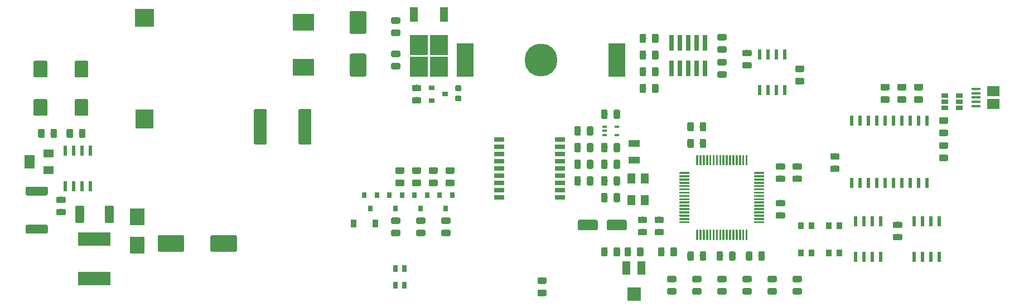
<source format=gbr>
G04 #@! TF.GenerationSoftware,KiCad,Pcbnew,(5.1.0-0)*
G04 #@! TF.CreationDate,2019-05-22T00:58:43-05:00*
G04 #@! TF.ProjectId,TubeClock,54756265-436c-46f6-936b-2e6b69636164,rev?*
G04 #@! TF.SameCoordinates,Original*
G04 #@! TF.FileFunction,Paste,Top*
G04 #@! TF.FilePolarity,Positive*
%FSLAX46Y46*%
G04 Gerber Fmt 4.6, Leading zero omitted, Abs format (unit mm)*
G04 Created by KiCad (PCBNEW (5.1.0-0)) date 2019-05-22 00:58:43*
%MOMM*%
%LPD*%
G04 APERTURE LIST*
%ADD10R,1.600000X0.800000*%
%ADD11R,2.950000X2.800000*%
%ADD12R,2.800000X2.950000*%
%ADD13R,5.000000X2.000000*%
%ADD14R,2.540000X5.080000*%
%ADD15C,5.000000*%
%ADD16R,0.650000X0.400000*%
%ADD17C,0.100000*%
%ADD18C,0.975000*%
%ADD19C,1.600000*%
%ADD20C,0.300000*%
%ADD21R,0.900000X1.000000*%
%ADD22R,0.600000X1.550000*%
%ADD23R,0.600000X1.500000*%
%ADD24C,2.500000*%
%ADD25C,2.075000*%
%ADD26R,0.740000X2.400000*%
%ADD27R,1.900000X1.500000*%
%ADD28R,1.350000X0.400000*%
%ADD29R,1.800000X1.000000*%
%ADD30R,1.300000X1.600000*%
%ADD31C,0.875000*%
%ADD32R,2.300000X2.500000*%
%ADD33R,3.300000X2.500000*%
%ADD34R,0.900000X1.200000*%
%ADD35C,1.925000*%
%ADD36R,0.800000X1.000000*%
%ADD37R,0.900000X0.800000*%
%ADD38R,0.800000X0.900000*%
%ADD39R,1.060000X0.650000*%
%ADD40R,2.750000X3.050000*%
%ADD41R,1.200000X2.200000*%
%ADD42R,1.600000X1.300000*%
%ADD43R,1.600000X2.000000*%
%ADD44R,1.300000X2.000000*%
%ADD45R,2.000000X2.000000*%
%ADD46C,1.350000*%
G04 APERTURE END LIST*
D10*
X143253400Y-119335000D03*
X152453400Y-119335000D03*
X143253400Y-118235000D03*
X152453400Y-118235000D03*
X143253400Y-117135000D03*
X152453400Y-117135000D03*
X143253400Y-116035000D03*
X152453400Y-116035000D03*
X143253400Y-114935000D03*
X152453400Y-114935000D03*
X143253400Y-113835000D03*
X152453400Y-113835000D03*
X143253400Y-112735000D03*
X152453400Y-112735000D03*
X143253400Y-111635000D03*
X152453400Y-111635000D03*
X143253400Y-110535000D03*
X152453400Y-110535000D03*
D11*
X89433400Y-92010000D03*
D12*
X89433400Y-107380000D03*
D13*
X81813400Y-125730000D03*
X81813400Y-131730000D03*
D14*
X161078400Y-98425000D03*
X138078400Y-98425000D03*
D15*
X149578400Y-98425000D03*
D16*
X161122400Y-108570000D03*
X161122400Y-109870000D03*
X159222400Y-109220000D03*
X159222400Y-109870000D03*
X159222400Y-108570000D03*
D17*
G36*
X170013542Y-126936174D02*
G01*
X170037203Y-126939684D01*
X170060407Y-126945496D01*
X170082929Y-126953554D01*
X170104553Y-126963782D01*
X170125070Y-126976079D01*
X170144283Y-126990329D01*
X170162007Y-127006393D01*
X170178071Y-127024117D01*
X170192321Y-127043330D01*
X170204618Y-127063847D01*
X170214846Y-127085471D01*
X170222904Y-127107993D01*
X170228716Y-127131197D01*
X170232226Y-127154858D01*
X170233400Y-127178750D01*
X170233400Y-128091250D01*
X170232226Y-128115142D01*
X170228716Y-128138803D01*
X170222904Y-128162007D01*
X170214846Y-128184529D01*
X170204618Y-128206153D01*
X170192321Y-128226670D01*
X170178071Y-128245883D01*
X170162007Y-128263607D01*
X170144283Y-128279671D01*
X170125070Y-128293921D01*
X170104553Y-128306218D01*
X170082929Y-128316446D01*
X170060407Y-128324504D01*
X170037203Y-128330316D01*
X170013542Y-128333826D01*
X169989650Y-128335000D01*
X169502150Y-128335000D01*
X169478258Y-128333826D01*
X169454597Y-128330316D01*
X169431393Y-128324504D01*
X169408871Y-128316446D01*
X169387247Y-128306218D01*
X169366730Y-128293921D01*
X169347517Y-128279671D01*
X169329793Y-128263607D01*
X169313729Y-128245883D01*
X169299479Y-128226670D01*
X169287182Y-128206153D01*
X169276954Y-128184529D01*
X169268896Y-128162007D01*
X169263084Y-128138803D01*
X169259574Y-128115142D01*
X169258400Y-128091250D01*
X169258400Y-127178750D01*
X169259574Y-127154858D01*
X169263084Y-127131197D01*
X169268896Y-127107993D01*
X169276954Y-127085471D01*
X169287182Y-127063847D01*
X169299479Y-127043330D01*
X169313729Y-127024117D01*
X169329793Y-127006393D01*
X169347517Y-126990329D01*
X169366730Y-126976079D01*
X169387247Y-126963782D01*
X169408871Y-126953554D01*
X169431393Y-126945496D01*
X169454597Y-126939684D01*
X169478258Y-126936174D01*
X169502150Y-126935000D01*
X169989650Y-126935000D01*
X170013542Y-126936174D01*
X170013542Y-126936174D01*
G37*
D18*
X169745900Y-127635000D03*
D17*
G36*
X168138542Y-126936174D02*
G01*
X168162203Y-126939684D01*
X168185407Y-126945496D01*
X168207929Y-126953554D01*
X168229553Y-126963782D01*
X168250070Y-126976079D01*
X168269283Y-126990329D01*
X168287007Y-127006393D01*
X168303071Y-127024117D01*
X168317321Y-127043330D01*
X168329618Y-127063847D01*
X168339846Y-127085471D01*
X168347904Y-127107993D01*
X168353716Y-127131197D01*
X168357226Y-127154858D01*
X168358400Y-127178750D01*
X168358400Y-128091250D01*
X168357226Y-128115142D01*
X168353716Y-128138803D01*
X168347904Y-128162007D01*
X168339846Y-128184529D01*
X168329618Y-128206153D01*
X168317321Y-128226670D01*
X168303071Y-128245883D01*
X168287007Y-128263607D01*
X168269283Y-128279671D01*
X168250070Y-128293921D01*
X168229553Y-128306218D01*
X168207929Y-128316446D01*
X168185407Y-128324504D01*
X168162203Y-128330316D01*
X168138542Y-128333826D01*
X168114650Y-128335000D01*
X167627150Y-128335000D01*
X167603258Y-128333826D01*
X167579597Y-128330316D01*
X167556393Y-128324504D01*
X167533871Y-128316446D01*
X167512247Y-128306218D01*
X167491730Y-128293921D01*
X167472517Y-128279671D01*
X167454793Y-128263607D01*
X167438729Y-128245883D01*
X167424479Y-128226670D01*
X167412182Y-128206153D01*
X167401954Y-128184529D01*
X167393896Y-128162007D01*
X167388084Y-128138803D01*
X167384574Y-128115142D01*
X167383400Y-128091250D01*
X167383400Y-127178750D01*
X167384574Y-127154858D01*
X167388084Y-127131197D01*
X167393896Y-127107993D01*
X167401954Y-127085471D01*
X167412182Y-127063847D01*
X167424479Y-127043330D01*
X167438729Y-127024117D01*
X167454793Y-127006393D01*
X167472517Y-126990329D01*
X167491730Y-126976079D01*
X167512247Y-126963782D01*
X167533871Y-126953554D01*
X167556393Y-126945496D01*
X167579597Y-126939684D01*
X167603258Y-126936174D01*
X167627150Y-126935000D01*
X168114650Y-126935000D01*
X168138542Y-126936174D01*
X168138542Y-126936174D01*
G37*
D18*
X167870900Y-127635000D03*
D17*
G36*
X162376904Y-122772204D02*
G01*
X162401173Y-122775804D01*
X162424971Y-122781765D01*
X162448071Y-122790030D01*
X162470249Y-122800520D01*
X162491293Y-122813133D01*
X162510998Y-122827747D01*
X162529177Y-122844223D01*
X162545653Y-122862402D01*
X162560267Y-122882107D01*
X162572880Y-122903151D01*
X162583370Y-122925329D01*
X162591635Y-122948429D01*
X162597596Y-122972227D01*
X162601196Y-122996496D01*
X162602400Y-123021000D01*
X162602400Y-124121000D01*
X162601196Y-124145504D01*
X162597596Y-124169773D01*
X162591635Y-124193571D01*
X162583370Y-124216671D01*
X162572880Y-124238849D01*
X162560267Y-124259893D01*
X162545653Y-124279598D01*
X162529177Y-124297777D01*
X162510998Y-124314253D01*
X162491293Y-124328867D01*
X162470249Y-124341480D01*
X162448071Y-124351970D01*
X162424971Y-124360235D01*
X162401173Y-124366196D01*
X162376904Y-124369796D01*
X162352400Y-124371000D01*
X159852400Y-124371000D01*
X159827896Y-124369796D01*
X159803627Y-124366196D01*
X159779829Y-124360235D01*
X159756729Y-124351970D01*
X159734551Y-124341480D01*
X159713507Y-124328867D01*
X159693802Y-124314253D01*
X159675623Y-124297777D01*
X159659147Y-124279598D01*
X159644533Y-124259893D01*
X159631920Y-124238849D01*
X159621430Y-124216671D01*
X159613165Y-124193571D01*
X159607204Y-124169773D01*
X159603604Y-124145504D01*
X159602400Y-124121000D01*
X159602400Y-123021000D01*
X159603604Y-122996496D01*
X159607204Y-122972227D01*
X159613165Y-122948429D01*
X159621430Y-122925329D01*
X159631920Y-122903151D01*
X159644533Y-122882107D01*
X159659147Y-122862402D01*
X159675623Y-122844223D01*
X159693802Y-122827747D01*
X159713507Y-122813133D01*
X159734551Y-122800520D01*
X159756729Y-122790030D01*
X159779829Y-122781765D01*
X159803627Y-122775804D01*
X159827896Y-122772204D01*
X159852400Y-122771000D01*
X162352400Y-122771000D01*
X162376904Y-122772204D01*
X162376904Y-122772204D01*
G37*
D19*
X161102400Y-123571000D03*
D17*
G36*
X157976904Y-122772204D02*
G01*
X158001173Y-122775804D01*
X158024971Y-122781765D01*
X158048071Y-122790030D01*
X158070249Y-122800520D01*
X158091293Y-122813133D01*
X158110998Y-122827747D01*
X158129177Y-122844223D01*
X158145653Y-122862402D01*
X158160267Y-122882107D01*
X158172880Y-122903151D01*
X158183370Y-122925329D01*
X158191635Y-122948429D01*
X158197596Y-122972227D01*
X158201196Y-122996496D01*
X158202400Y-123021000D01*
X158202400Y-124121000D01*
X158201196Y-124145504D01*
X158197596Y-124169773D01*
X158191635Y-124193571D01*
X158183370Y-124216671D01*
X158172880Y-124238849D01*
X158160267Y-124259893D01*
X158145653Y-124279598D01*
X158129177Y-124297777D01*
X158110998Y-124314253D01*
X158091293Y-124328867D01*
X158070249Y-124341480D01*
X158048071Y-124351970D01*
X158024971Y-124360235D01*
X158001173Y-124366196D01*
X157976904Y-124369796D01*
X157952400Y-124371000D01*
X155452400Y-124371000D01*
X155427896Y-124369796D01*
X155403627Y-124366196D01*
X155379829Y-124360235D01*
X155356729Y-124351970D01*
X155334551Y-124341480D01*
X155313507Y-124328867D01*
X155293802Y-124314253D01*
X155275623Y-124297777D01*
X155259147Y-124279598D01*
X155244533Y-124259893D01*
X155231920Y-124238849D01*
X155221430Y-124216671D01*
X155213165Y-124193571D01*
X155207204Y-124169773D01*
X155203604Y-124145504D01*
X155202400Y-124121000D01*
X155202400Y-123021000D01*
X155203604Y-122996496D01*
X155207204Y-122972227D01*
X155213165Y-122948429D01*
X155221430Y-122925329D01*
X155231920Y-122903151D01*
X155244533Y-122882107D01*
X155259147Y-122862402D01*
X155275623Y-122844223D01*
X155293802Y-122827747D01*
X155313507Y-122813133D01*
X155334551Y-122800520D01*
X155356729Y-122790030D01*
X155379829Y-122781765D01*
X155403627Y-122775804D01*
X155427896Y-122772204D01*
X155452400Y-122771000D01*
X157952400Y-122771000D01*
X157976904Y-122772204D01*
X157976904Y-122772204D01*
G37*
D19*
X156702400Y-123571000D03*
D17*
G36*
X173395751Y-112930361D02*
G01*
X173403032Y-112931441D01*
X173410171Y-112933229D01*
X173417101Y-112935709D01*
X173423755Y-112938856D01*
X173430068Y-112942640D01*
X173435979Y-112947024D01*
X173441433Y-112951967D01*
X173446376Y-112957421D01*
X173450760Y-112963332D01*
X173454544Y-112969645D01*
X173457691Y-112976299D01*
X173460171Y-112983229D01*
X173461959Y-112990368D01*
X173463039Y-112997649D01*
X173463400Y-113005000D01*
X173463400Y-114405000D01*
X173463039Y-114412351D01*
X173461959Y-114419632D01*
X173460171Y-114426771D01*
X173457691Y-114433701D01*
X173454544Y-114440355D01*
X173450760Y-114446668D01*
X173446376Y-114452579D01*
X173441433Y-114458033D01*
X173435979Y-114462976D01*
X173430068Y-114467360D01*
X173423755Y-114471144D01*
X173417101Y-114474291D01*
X173410171Y-114476771D01*
X173403032Y-114478559D01*
X173395751Y-114479639D01*
X173388400Y-114480000D01*
X173238400Y-114480000D01*
X173231049Y-114479639D01*
X173223768Y-114478559D01*
X173216629Y-114476771D01*
X173209699Y-114474291D01*
X173203045Y-114471144D01*
X173196732Y-114467360D01*
X173190821Y-114462976D01*
X173185367Y-114458033D01*
X173180424Y-114452579D01*
X173176040Y-114446668D01*
X173172256Y-114440355D01*
X173169109Y-114433701D01*
X173166629Y-114426771D01*
X173164841Y-114419632D01*
X173163761Y-114412351D01*
X173163400Y-114405000D01*
X173163400Y-113005000D01*
X173163761Y-112997649D01*
X173164841Y-112990368D01*
X173166629Y-112983229D01*
X173169109Y-112976299D01*
X173172256Y-112969645D01*
X173176040Y-112963332D01*
X173180424Y-112957421D01*
X173185367Y-112951967D01*
X173190821Y-112947024D01*
X173196732Y-112942640D01*
X173203045Y-112938856D01*
X173209699Y-112935709D01*
X173216629Y-112933229D01*
X173223768Y-112931441D01*
X173231049Y-112930361D01*
X173238400Y-112930000D01*
X173388400Y-112930000D01*
X173395751Y-112930361D01*
X173395751Y-112930361D01*
G37*
D20*
X173313400Y-113705000D03*
D17*
G36*
X173895751Y-112930361D02*
G01*
X173903032Y-112931441D01*
X173910171Y-112933229D01*
X173917101Y-112935709D01*
X173923755Y-112938856D01*
X173930068Y-112942640D01*
X173935979Y-112947024D01*
X173941433Y-112951967D01*
X173946376Y-112957421D01*
X173950760Y-112963332D01*
X173954544Y-112969645D01*
X173957691Y-112976299D01*
X173960171Y-112983229D01*
X173961959Y-112990368D01*
X173963039Y-112997649D01*
X173963400Y-113005000D01*
X173963400Y-114405000D01*
X173963039Y-114412351D01*
X173961959Y-114419632D01*
X173960171Y-114426771D01*
X173957691Y-114433701D01*
X173954544Y-114440355D01*
X173950760Y-114446668D01*
X173946376Y-114452579D01*
X173941433Y-114458033D01*
X173935979Y-114462976D01*
X173930068Y-114467360D01*
X173923755Y-114471144D01*
X173917101Y-114474291D01*
X173910171Y-114476771D01*
X173903032Y-114478559D01*
X173895751Y-114479639D01*
X173888400Y-114480000D01*
X173738400Y-114480000D01*
X173731049Y-114479639D01*
X173723768Y-114478559D01*
X173716629Y-114476771D01*
X173709699Y-114474291D01*
X173703045Y-114471144D01*
X173696732Y-114467360D01*
X173690821Y-114462976D01*
X173685367Y-114458033D01*
X173680424Y-114452579D01*
X173676040Y-114446668D01*
X173672256Y-114440355D01*
X173669109Y-114433701D01*
X173666629Y-114426771D01*
X173664841Y-114419632D01*
X173663761Y-114412351D01*
X173663400Y-114405000D01*
X173663400Y-113005000D01*
X173663761Y-112997649D01*
X173664841Y-112990368D01*
X173666629Y-112983229D01*
X173669109Y-112976299D01*
X173672256Y-112969645D01*
X173676040Y-112963332D01*
X173680424Y-112957421D01*
X173685367Y-112951967D01*
X173690821Y-112947024D01*
X173696732Y-112942640D01*
X173703045Y-112938856D01*
X173709699Y-112935709D01*
X173716629Y-112933229D01*
X173723768Y-112931441D01*
X173731049Y-112930361D01*
X173738400Y-112930000D01*
X173888400Y-112930000D01*
X173895751Y-112930361D01*
X173895751Y-112930361D01*
G37*
D20*
X173813400Y-113705000D03*
D17*
G36*
X174395751Y-112930361D02*
G01*
X174403032Y-112931441D01*
X174410171Y-112933229D01*
X174417101Y-112935709D01*
X174423755Y-112938856D01*
X174430068Y-112942640D01*
X174435979Y-112947024D01*
X174441433Y-112951967D01*
X174446376Y-112957421D01*
X174450760Y-112963332D01*
X174454544Y-112969645D01*
X174457691Y-112976299D01*
X174460171Y-112983229D01*
X174461959Y-112990368D01*
X174463039Y-112997649D01*
X174463400Y-113005000D01*
X174463400Y-114405000D01*
X174463039Y-114412351D01*
X174461959Y-114419632D01*
X174460171Y-114426771D01*
X174457691Y-114433701D01*
X174454544Y-114440355D01*
X174450760Y-114446668D01*
X174446376Y-114452579D01*
X174441433Y-114458033D01*
X174435979Y-114462976D01*
X174430068Y-114467360D01*
X174423755Y-114471144D01*
X174417101Y-114474291D01*
X174410171Y-114476771D01*
X174403032Y-114478559D01*
X174395751Y-114479639D01*
X174388400Y-114480000D01*
X174238400Y-114480000D01*
X174231049Y-114479639D01*
X174223768Y-114478559D01*
X174216629Y-114476771D01*
X174209699Y-114474291D01*
X174203045Y-114471144D01*
X174196732Y-114467360D01*
X174190821Y-114462976D01*
X174185367Y-114458033D01*
X174180424Y-114452579D01*
X174176040Y-114446668D01*
X174172256Y-114440355D01*
X174169109Y-114433701D01*
X174166629Y-114426771D01*
X174164841Y-114419632D01*
X174163761Y-114412351D01*
X174163400Y-114405000D01*
X174163400Y-113005000D01*
X174163761Y-112997649D01*
X174164841Y-112990368D01*
X174166629Y-112983229D01*
X174169109Y-112976299D01*
X174172256Y-112969645D01*
X174176040Y-112963332D01*
X174180424Y-112957421D01*
X174185367Y-112951967D01*
X174190821Y-112947024D01*
X174196732Y-112942640D01*
X174203045Y-112938856D01*
X174209699Y-112935709D01*
X174216629Y-112933229D01*
X174223768Y-112931441D01*
X174231049Y-112930361D01*
X174238400Y-112930000D01*
X174388400Y-112930000D01*
X174395751Y-112930361D01*
X174395751Y-112930361D01*
G37*
D20*
X174313400Y-113705000D03*
D17*
G36*
X174895751Y-112930361D02*
G01*
X174903032Y-112931441D01*
X174910171Y-112933229D01*
X174917101Y-112935709D01*
X174923755Y-112938856D01*
X174930068Y-112942640D01*
X174935979Y-112947024D01*
X174941433Y-112951967D01*
X174946376Y-112957421D01*
X174950760Y-112963332D01*
X174954544Y-112969645D01*
X174957691Y-112976299D01*
X174960171Y-112983229D01*
X174961959Y-112990368D01*
X174963039Y-112997649D01*
X174963400Y-113005000D01*
X174963400Y-114405000D01*
X174963039Y-114412351D01*
X174961959Y-114419632D01*
X174960171Y-114426771D01*
X174957691Y-114433701D01*
X174954544Y-114440355D01*
X174950760Y-114446668D01*
X174946376Y-114452579D01*
X174941433Y-114458033D01*
X174935979Y-114462976D01*
X174930068Y-114467360D01*
X174923755Y-114471144D01*
X174917101Y-114474291D01*
X174910171Y-114476771D01*
X174903032Y-114478559D01*
X174895751Y-114479639D01*
X174888400Y-114480000D01*
X174738400Y-114480000D01*
X174731049Y-114479639D01*
X174723768Y-114478559D01*
X174716629Y-114476771D01*
X174709699Y-114474291D01*
X174703045Y-114471144D01*
X174696732Y-114467360D01*
X174690821Y-114462976D01*
X174685367Y-114458033D01*
X174680424Y-114452579D01*
X174676040Y-114446668D01*
X174672256Y-114440355D01*
X174669109Y-114433701D01*
X174666629Y-114426771D01*
X174664841Y-114419632D01*
X174663761Y-114412351D01*
X174663400Y-114405000D01*
X174663400Y-113005000D01*
X174663761Y-112997649D01*
X174664841Y-112990368D01*
X174666629Y-112983229D01*
X174669109Y-112976299D01*
X174672256Y-112969645D01*
X174676040Y-112963332D01*
X174680424Y-112957421D01*
X174685367Y-112951967D01*
X174690821Y-112947024D01*
X174696732Y-112942640D01*
X174703045Y-112938856D01*
X174709699Y-112935709D01*
X174716629Y-112933229D01*
X174723768Y-112931441D01*
X174731049Y-112930361D01*
X174738400Y-112930000D01*
X174888400Y-112930000D01*
X174895751Y-112930361D01*
X174895751Y-112930361D01*
G37*
D20*
X174813400Y-113705000D03*
D17*
G36*
X175395751Y-112930361D02*
G01*
X175403032Y-112931441D01*
X175410171Y-112933229D01*
X175417101Y-112935709D01*
X175423755Y-112938856D01*
X175430068Y-112942640D01*
X175435979Y-112947024D01*
X175441433Y-112951967D01*
X175446376Y-112957421D01*
X175450760Y-112963332D01*
X175454544Y-112969645D01*
X175457691Y-112976299D01*
X175460171Y-112983229D01*
X175461959Y-112990368D01*
X175463039Y-112997649D01*
X175463400Y-113005000D01*
X175463400Y-114405000D01*
X175463039Y-114412351D01*
X175461959Y-114419632D01*
X175460171Y-114426771D01*
X175457691Y-114433701D01*
X175454544Y-114440355D01*
X175450760Y-114446668D01*
X175446376Y-114452579D01*
X175441433Y-114458033D01*
X175435979Y-114462976D01*
X175430068Y-114467360D01*
X175423755Y-114471144D01*
X175417101Y-114474291D01*
X175410171Y-114476771D01*
X175403032Y-114478559D01*
X175395751Y-114479639D01*
X175388400Y-114480000D01*
X175238400Y-114480000D01*
X175231049Y-114479639D01*
X175223768Y-114478559D01*
X175216629Y-114476771D01*
X175209699Y-114474291D01*
X175203045Y-114471144D01*
X175196732Y-114467360D01*
X175190821Y-114462976D01*
X175185367Y-114458033D01*
X175180424Y-114452579D01*
X175176040Y-114446668D01*
X175172256Y-114440355D01*
X175169109Y-114433701D01*
X175166629Y-114426771D01*
X175164841Y-114419632D01*
X175163761Y-114412351D01*
X175163400Y-114405000D01*
X175163400Y-113005000D01*
X175163761Y-112997649D01*
X175164841Y-112990368D01*
X175166629Y-112983229D01*
X175169109Y-112976299D01*
X175172256Y-112969645D01*
X175176040Y-112963332D01*
X175180424Y-112957421D01*
X175185367Y-112951967D01*
X175190821Y-112947024D01*
X175196732Y-112942640D01*
X175203045Y-112938856D01*
X175209699Y-112935709D01*
X175216629Y-112933229D01*
X175223768Y-112931441D01*
X175231049Y-112930361D01*
X175238400Y-112930000D01*
X175388400Y-112930000D01*
X175395751Y-112930361D01*
X175395751Y-112930361D01*
G37*
D20*
X175313400Y-113705000D03*
D17*
G36*
X175895751Y-112930361D02*
G01*
X175903032Y-112931441D01*
X175910171Y-112933229D01*
X175917101Y-112935709D01*
X175923755Y-112938856D01*
X175930068Y-112942640D01*
X175935979Y-112947024D01*
X175941433Y-112951967D01*
X175946376Y-112957421D01*
X175950760Y-112963332D01*
X175954544Y-112969645D01*
X175957691Y-112976299D01*
X175960171Y-112983229D01*
X175961959Y-112990368D01*
X175963039Y-112997649D01*
X175963400Y-113005000D01*
X175963400Y-114405000D01*
X175963039Y-114412351D01*
X175961959Y-114419632D01*
X175960171Y-114426771D01*
X175957691Y-114433701D01*
X175954544Y-114440355D01*
X175950760Y-114446668D01*
X175946376Y-114452579D01*
X175941433Y-114458033D01*
X175935979Y-114462976D01*
X175930068Y-114467360D01*
X175923755Y-114471144D01*
X175917101Y-114474291D01*
X175910171Y-114476771D01*
X175903032Y-114478559D01*
X175895751Y-114479639D01*
X175888400Y-114480000D01*
X175738400Y-114480000D01*
X175731049Y-114479639D01*
X175723768Y-114478559D01*
X175716629Y-114476771D01*
X175709699Y-114474291D01*
X175703045Y-114471144D01*
X175696732Y-114467360D01*
X175690821Y-114462976D01*
X175685367Y-114458033D01*
X175680424Y-114452579D01*
X175676040Y-114446668D01*
X175672256Y-114440355D01*
X175669109Y-114433701D01*
X175666629Y-114426771D01*
X175664841Y-114419632D01*
X175663761Y-114412351D01*
X175663400Y-114405000D01*
X175663400Y-113005000D01*
X175663761Y-112997649D01*
X175664841Y-112990368D01*
X175666629Y-112983229D01*
X175669109Y-112976299D01*
X175672256Y-112969645D01*
X175676040Y-112963332D01*
X175680424Y-112957421D01*
X175685367Y-112951967D01*
X175690821Y-112947024D01*
X175696732Y-112942640D01*
X175703045Y-112938856D01*
X175709699Y-112935709D01*
X175716629Y-112933229D01*
X175723768Y-112931441D01*
X175731049Y-112930361D01*
X175738400Y-112930000D01*
X175888400Y-112930000D01*
X175895751Y-112930361D01*
X175895751Y-112930361D01*
G37*
D20*
X175813400Y-113705000D03*
D17*
G36*
X176395751Y-112930361D02*
G01*
X176403032Y-112931441D01*
X176410171Y-112933229D01*
X176417101Y-112935709D01*
X176423755Y-112938856D01*
X176430068Y-112942640D01*
X176435979Y-112947024D01*
X176441433Y-112951967D01*
X176446376Y-112957421D01*
X176450760Y-112963332D01*
X176454544Y-112969645D01*
X176457691Y-112976299D01*
X176460171Y-112983229D01*
X176461959Y-112990368D01*
X176463039Y-112997649D01*
X176463400Y-113005000D01*
X176463400Y-114405000D01*
X176463039Y-114412351D01*
X176461959Y-114419632D01*
X176460171Y-114426771D01*
X176457691Y-114433701D01*
X176454544Y-114440355D01*
X176450760Y-114446668D01*
X176446376Y-114452579D01*
X176441433Y-114458033D01*
X176435979Y-114462976D01*
X176430068Y-114467360D01*
X176423755Y-114471144D01*
X176417101Y-114474291D01*
X176410171Y-114476771D01*
X176403032Y-114478559D01*
X176395751Y-114479639D01*
X176388400Y-114480000D01*
X176238400Y-114480000D01*
X176231049Y-114479639D01*
X176223768Y-114478559D01*
X176216629Y-114476771D01*
X176209699Y-114474291D01*
X176203045Y-114471144D01*
X176196732Y-114467360D01*
X176190821Y-114462976D01*
X176185367Y-114458033D01*
X176180424Y-114452579D01*
X176176040Y-114446668D01*
X176172256Y-114440355D01*
X176169109Y-114433701D01*
X176166629Y-114426771D01*
X176164841Y-114419632D01*
X176163761Y-114412351D01*
X176163400Y-114405000D01*
X176163400Y-113005000D01*
X176163761Y-112997649D01*
X176164841Y-112990368D01*
X176166629Y-112983229D01*
X176169109Y-112976299D01*
X176172256Y-112969645D01*
X176176040Y-112963332D01*
X176180424Y-112957421D01*
X176185367Y-112951967D01*
X176190821Y-112947024D01*
X176196732Y-112942640D01*
X176203045Y-112938856D01*
X176209699Y-112935709D01*
X176216629Y-112933229D01*
X176223768Y-112931441D01*
X176231049Y-112930361D01*
X176238400Y-112930000D01*
X176388400Y-112930000D01*
X176395751Y-112930361D01*
X176395751Y-112930361D01*
G37*
D20*
X176313400Y-113705000D03*
D17*
G36*
X176895751Y-112930361D02*
G01*
X176903032Y-112931441D01*
X176910171Y-112933229D01*
X176917101Y-112935709D01*
X176923755Y-112938856D01*
X176930068Y-112942640D01*
X176935979Y-112947024D01*
X176941433Y-112951967D01*
X176946376Y-112957421D01*
X176950760Y-112963332D01*
X176954544Y-112969645D01*
X176957691Y-112976299D01*
X176960171Y-112983229D01*
X176961959Y-112990368D01*
X176963039Y-112997649D01*
X176963400Y-113005000D01*
X176963400Y-114405000D01*
X176963039Y-114412351D01*
X176961959Y-114419632D01*
X176960171Y-114426771D01*
X176957691Y-114433701D01*
X176954544Y-114440355D01*
X176950760Y-114446668D01*
X176946376Y-114452579D01*
X176941433Y-114458033D01*
X176935979Y-114462976D01*
X176930068Y-114467360D01*
X176923755Y-114471144D01*
X176917101Y-114474291D01*
X176910171Y-114476771D01*
X176903032Y-114478559D01*
X176895751Y-114479639D01*
X176888400Y-114480000D01*
X176738400Y-114480000D01*
X176731049Y-114479639D01*
X176723768Y-114478559D01*
X176716629Y-114476771D01*
X176709699Y-114474291D01*
X176703045Y-114471144D01*
X176696732Y-114467360D01*
X176690821Y-114462976D01*
X176685367Y-114458033D01*
X176680424Y-114452579D01*
X176676040Y-114446668D01*
X176672256Y-114440355D01*
X176669109Y-114433701D01*
X176666629Y-114426771D01*
X176664841Y-114419632D01*
X176663761Y-114412351D01*
X176663400Y-114405000D01*
X176663400Y-113005000D01*
X176663761Y-112997649D01*
X176664841Y-112990368D01*
X176666629Y-112983229D01*
X176669109Y-112976299D01*
X176672256Y-112969645D01*
X176676040Y-112963332D01*
X176680424Y-112957421D01*
X176685367Y-112951967D01*
X176690821Y-112947024D01*
X176696732Y-112942640D01*
X176703045Y-112938856D01*
X176709699Y-112935709D01*
X176716629Y-112933229D01*
X176723768Y-112931441D01*
X176731049Y-112930361D01*
X176738400Y-112930000D01*
X176888400Y-112930000D01*
X176895751Y-112930361D01*
X176895751Y-112930361D01*
G37*
D20*
X176813400Y-113705000D03*
D17*
G36*
X177395751Y-112930361D02*
G01*
X177403032Y-112931441D01*
X177410171Y-112933229D01*
X177417101Y-112935709D01*
X177423755Y-112938856D01*
X177430068Y-112942640D01*
X177435979Y-112947024D01*
X177441433Y-112951967D01*
X177446376Y-112957421D01*
X177450760Y-112963332D01*
X177454544Y-112969645D01*
X177457691Y-112976299D01*
X177460171Y-112983229D01*
X177461959Y-112990368D01*
X177463039Y-112997649D01*
X177463400Y-113005000D01*
X177463400Y-114405000D01*
X177463039Y-114412351D01*
X177461959Y-114419632D01*
X177460171Y-114426771D01*
X177457691Y-114433701D01*
X177454544Y-114440355D01*
X177450760Y-114446668D01*
X177446376Y-114452579D01*
X177441433Y-114458033D01*
X177435979Y-114462976D01*
X177430068Y-114467360D01*
X177423755Y-114471144D01*
X177417101Y-114474291D01*
X177410171Y-114476771D01*
X177403032Y-114478559D01*
X177395751Y-114479639D01*
X177388400Y-114480000D01*
X177238400Y-114480000D01*
X177231049Y-114479639D01*
X177223768Y-114478559D01*
X177216629Y-114476771D01*
X177209699Y-114474291D01*
X177203045Y-114471144D01*
X177196732Y-114467360D01*
X177190821Y-114462976D01*
X177185367Y-114458033D01*
X177180424Y-114452579D01*
X177176040Y-114446668D01*
X177172256Y-114440355D01*
X177169109Y-114433701D01*
X177166629Y-114426771D01*
X177164841Y-114419632D01*
X177163761Y-114412351D01*
X177163400Y-114405000D01*
X177163400Y-113005000D01*
X177163761Y-112997649D01*
X177164841Y-112990368D01*
X177166629Y-112983229D01*
X177169109Y-112976299D01*
X177172256Y-112969645D01*
X177176040Y-112963332D01*
X177180424Y-112957421D01*
X177185367Y-112951967D01*
X177190821Y-112947024D01*
X177196732Y-112942640D01*
X177203045Y-112938856D01*
X177209699Y-112935709D01*
X177216629Y-112933229D01*
X177223768Y-112931441D01*
X177231049Y-112930361D01*
X177238400Y-112930000D01*
X177388400Y-112930000D01*
X177395751Y-112930361D01*
X177395751Y-112930361D01*
G37*
D20*
X177313400Y-113705000D03*
D17*
G36*
X177895751Y-112930361D02*
G01*
X177903032Y-112931441D01*
X177910171Y-112933229D01*
X177917101Y-112935709D01*
X177923755Y-112938856D01*
X177930068Y-112942640D01*
X177935979Y-112947024D01*
X177941433Y-112951967D01*
X177946376Y-112957421D01*
X177950760Y-112963332D01*
X177954544Y-112969645D01*
X177957691Y-112976299D01*
X177960171Y-112983229D01*
X177961959Y-112990368D01*
X177963039Y-112997649D01*
X177963400Y-113005000D01*
X177963400Y-114405000D01*
X177963039Y-114412351D01*
X177961959Y-114419632D01*
X177960171Y-114426771D01*
X177957691Y-114433701D01*
X177954544Y-114440355D01*
X177950760Y-114446668D01*
X177946376Y-114452579D01*
X177941433Y-114458033D01*
X177935979Y-114462976D01*
X177930068Y-114467360D01*
X177923755Y-114471144D01*
X177917101Y-114474291D01*
X177910171Y-114476771D01*
X177903032Y-114478559D01*
X177895751Y-114479639D01*
X177888400Y-114480000D01*
X177738400Y-114480000D01*
X177731049Y-114479639D01*
X177723768Y-114478559D01*
X177716629Y-114476771D01*
X177709699Y-114474291D01*
X177703045Y-114471144D01*
X177696732Y-114467360D01*
X177690821Y-114462976D01*
X177685367Y-114458033D01*
X177680424Y-114452579D01*
X177676040Y-114446668D01*
X177672256Y-114440355D01*
X177669109Y-114433701D01*
X177666629Y-114426771D01*
X177664841Y-114419632D01*
X177663761Y-114412351D01*
X177663400Y-114405000D01*
X177663400Y-113005000D01*
X177663761Y-112997649D01*
X177664841Y-112990368D01*
X177666629Y-112983229D01*
X177669109Y-112976299D01*
X177672256Y-112969645D01*
X177676040Y-112963332D01*
X177680424Y-112957421D01*
X177685367Y-112951967D01*
X177690821Y-112947024D01*
X177696732Y-112942640D01*
X177703045Y-112938856D01*
X177709699Y-112935709D01*
X177716629Y-112933229D01*
X177723768Y-112931441D01*
X177731049Y-112930361D01*
X177738400Y-112930000D01*
X177888400Y-112930000D01*
X177895751Y-112930361D01*
X177895751Y-112930361D01*
G37*
D20*
X177813400Y-113705000D03*
D17*
G36*
X178395751Y-112930361D02*
G01*
X178403032Y-112931441D01*
X178410171Y-112933229D01*
X178417101Y-112935709D01*
X178423755Y-112938856D01*
X178430068Y-112942640D01*
X178435979Y-112947024D01*
X178441433Y-112951967D01*
X178446376Y-112957421D01*
X178450760Y-112963332D01*
X178454544Y-112969645D01*
X178457691Y-112976299D01*
X178460171Y-112983229D01*
X178461959Y-112990368D01*
X178463039Y-112997649D01*
X178463400Y-113005000D01*
X178463400Y-114405000D01*
X178463039Y-114412351D01*
X178461959Y-114419632D01*
X178460171Y-114426771D01*
X178457691Y-114433701D01*
X178454544Y-114440355D01*
X178450760Y-114446668D01*
X178446376Y-114452579D01*
X178441433Y-114458033D01*
X178435979Y-114462976D01*
X178430068Y-114467360D01*
X178423755Y-114471144D01*
X178417101Y-114474291D01*
X178410171Y-114476771D01*
X178403032Y-114478559D01*
X178395751Y-114479639D01*
X178388400Y-114480000D01*
X178238400Y-114480000D01*
X178231049Y-114479639D01*
X178223768Y-114478559D01*
X178216629Y-114476771D01*
X178209699Y-114474291D01*
X178203045Y-114471144D01*
X178196732Y-114467360D01*
X178190821Y-114462976D01*
X178185367Y-114458033D01*
X178180424Y-114452579D01*
X178176040Y-114446668D01*
X178172256Y-114440355D01*
X178169109Y-114433701D01*
X178166629Y-114426771D01*
X178164841Y-114419632D01*
X178163761Y-114412351D01*
X178163400Y-114405000D01*
X178163400Y-113005000D01*
X178163761Y-112997649D01*
X178164841Y-112990368D01*
X178166629Y-112983229D01*
X178169109Y-112976299D01*
X178172256Y-112969645D01*
X178176040Y-112963332D01*
X178180424Y-112957421D01*
X178185367Y-112951967D01*
X178190821Y-112947024D01*
X178196732Y-112942640D01*
X178203045Y-112938856D01*
X178209699Y-112935709D01*
X178216629Y-112933229D01*
X178223768Y-112931441D01*
X178231049Y-112930361D01*
X178238400Y-112930000D01*
X178388400Y-112930000D01*
X178395751Y-112930361D01*
X178395751Y-112930361D01*
G37*
D20*
X178313400Y-113705000D03*
D17*
G36*
X178895751Y-112930361D02*
G01*
X178903032Y-112931441D01*
X178910171Y-112933229D01*
X178917101Y-112935709D01*
X178923755Y-112938856D01*
X178930068Y-112942640D01*
X178935979Y-112947024D01*
X178941433Y-112951967D01*
X178946376Y-112957421D01*
X178950760Y-112963332D01*
X178954544Y-112969645D01*
X178957691Y-112976299D01*
X178960171Y-112983229D01*
X178961959Y-112990368D01*
X178963039Y-112997649D01*
X178963400Y-113005000D01*
X178963400Y-114405000D01*
X178963039Y-114412351D01*
X178961959Y-114419632D01*
X178960171Y-114426771D01*
X178957691Y-114433701D01*
X178954544Y-114440355D01*
X178950760Y-114446668D01*
X178946376Y-114452579D01*
X178941433Y-114458033D01*
X178935979Y-114462976D01*
X178930068Y-114467360D01*
X178923755Y-114471144D01*
X178917101Y-114474291D01*
X178910171Y-114476771D01*
X178903032Y-114478559D01*
X178895751Y-114479639D01*
X178888400Y-114480000D01*
X178738400Y-114480000D01*
X178731049Y-114479639D01*
X178723768Y-114478559D01*
X178716629Y-114476771D01*
X178709699Y-114474291D01*
X178703045Y-114471144D01*
X178696732Y-114467360D01*
X178690821Y-114462976D01*
X178685367Y-114458033D01*
X178680424Y-114452579D01*
X178676040Y-114446668D01*
X178672256Y-114440355D01*
X178669109Y-114433701D01*
X178666629Y-114426771D01*
X178664841Y-114419632D01*
X178663761Y-114412351D01*
X178663400Y-114405000D01*
X178663400Y-113005000D01*
X178663761Y-112997649D01*
X178664841Y-112990368D01*
X178666629Y-112983229D01*
X178669109Y-112976299D01*
X178672256Y-112969645D01*
X178676040Y-112963332D01*
X178680424Y-112957421D01*
X178685367Y-112951967D01*
X178690821Y-112947024D01*
X178696732Y-112942640D01*
X178703045Y-112938856D01*
X178709699Y-112935709D01*
X178716629Y-112933229D01*
X178723768Y-112931441D01*
X178731049Y-112930361D01*
X178738400Y-112930000D01*
X178888400Y-112930000D01*
X178895751Y-112930361D01*
X178895751Y-112930361D01*
G37*
D20*
X178813400Y-113705000D03*
D17*
G36*
X179395751Y-112930361D02*
G01*
X179403032Y-112931441D01*
X179410171Y-112933229D01*
X179417101Y-112935709D01*
X179423755Y-112938856D01*
X179430068Y-112942640D01*
X179435979Y-112947024D01*
X179441433Y-112951967D01*
X179446376Y-112957421D01*
X179450760Y-112963332D01*
X179454544Y-112969645D01*
X179457691Y-112976299D01*
X179460171Y-112983229D01*
X179461959Y-112990368D01*
X179463039Y-112997649D01*
X179463400Y-113005000D01*
X179463400Y-114405000D01*
X179463039Y-114412351D01*
X179461959Y-114419632D01*
X179460171Y-114426771D01*
X179457691Y-114433701D01*
X179454544Y-114440355D01*
X179450760Y-114446668D01*
X179446376Y-114452579D01*
X179441433Y-114458033D01*
X179435979Y-114462976D01*
X179430068Y-114467360D01*
X179423755Y-114471144D01*
X179417101Y-114474291D01*
X179410171Y-114476771D01*
X179403032Y-114478559D01*
X179395751Y-114479639D01*
X179388400Y-114480000D01*
X179238400Y-114480000D01*
X179231049Y-114479639D01*
X179223768Y-114478559D01*
X179216629Y-114476771D01*
X179209699Y-114474291D01*
X179203045Y-114471144D01*
X179196732Y-114467360D01*
X179190821Y-114462976D01*
X179185367Y-114458033D01*
X179180424Y-114452579D01*
X179176040Y-114446668D01*
X179172256Y-114440355D01*
X179169109Y-114433701D01*
X179166629Y-114426771D01*
X179164841Y-114419632D01*
X179163761Y-114412351D01*
X179163400Y-114405000D01*
X179163400Y-113005000D01*
X179163761Y-112997649D01*
X179164841Y-112990368D01*
X179166629Y-112983229D01*
X179169109Y-112976299D01*
X179172256Y-112969645D01*
X179176040Y-112963332D01*
X179180424Y-112957421D01*
X179185367Y-112951967D01*
X179190821Y-112947024D01*
X179196732Y-112942640D01*
X179203045Y-112938856D01*
X179209699Y-112935709D01*
X179216629Y-112933229D01*
X179223768Y-112931441D01*
X179231049Y-112930361D01*
X179238400Y-112930000D01*
X179388400Y-112930000D01*
X179395751Y-112930361D01*
X179395751Y-112930361D01*
G37*
D20*
X179313400Y-113705000D03*
D17*
G36*
X179895751Y-112930361D02*
G01*
X179903032Y-112931441D01*
X179910171Y-112933229D01*
X179917101Y-112935709D01*
X179923755Y-112938856D01*
X179930068Y-112942640D01*
X179935979Y-112947024D01*
X179941433Y-112951967D01*
X179946376Y-112957421D01*
X179950760Y-112963332D01*
X179954544Y-112969645D01*
X179957691Y-112976299D01*
X179960171Y-112983229D01*
X179961959Y-112990368D01*
X179963039Y-112997649D01*
X179963400Y-113005000D01*
X179963400Y-114405000D01*
X179963039Y-114412351D01*
X179961959Y-114419632D01*
X179960171Y-114426771D01*
X179957691Y-114433701D01*
X179954544Y-114440355D01*
X179950760Y-114446668D01*
X179946376Y-114452579D01*
X179941433Y-114458033D01*
X179935979Y-114462976D01*
X179930068Y-114467360D01*
X179923755Y-114471144D01*
X179917101Y-114474291D01*
X179910171Y-114476771D01*
X179903032Y-114478559D01*
X179895751Y-114479639D01*
X179888400Y-114480000D01*
X179738400Y-114480000D01*
X179731049Y-114479639D01*
X179723768Y-114478559D01*
X179716629Y-114476771D01*
X179709699Y-114474291D01*
X179703045Y-114471144D01*
X179696732Y-114467360D01*
X179690821Y-114462976D01*
X179685367Y-114458033D01*
X179680424Y-114452579D01*
X179676040Y-114446668D01*
X179672256Y-114440355D01*
X179669109Y-114433701D01*
X179666629Y-114426771D01*
X179664841Y-114419632D01*
X179663761Y-114412351D01*
X179663400Y-114405000D01*
X179663400Y-113005000D01*
X179663761Y-112997649D01*
X179664841Y-112990368D01*
X179666629Y-112983229D01*
X179669109Y-112976299D01*
X179672256Y-112969645D01*
X179676040Y-112963332D01*
X179680424Y-112957421D01*
X179685367Y-112951967D01*
X179690821Y-112947024D01*
X179696732Y-112942640D01*
X179703045Y-112938856D01*
X179709699Y-112935709D01*
X179716629Y-112933229D01*
X179723768Y-112931441D01*
X179731049Y-112930361D01*
X179738400Y-112930000D01*
X179888400Y-112930000D01*
X179895751Y-112930361D01*
X179895751Y-112930361D01*
G37*
D20*
X179813400Y-113705000D03*
D17*
G36*
X180395751Y-112930361D02*
G01*
X180403032Y-112931441D01*
X180410171Y-112933229D01*
X180417101Y-112935709D01*
X180423755Y-112938856D01*
X180430068Y-112942640D01*
X180435979Y-112947024D01*
X180441433Y-112951967D01*
X180446376Y-112957421D01*
X180450760Y-112963332D01*
X180454544Y-112969645D01*
X180457691Y-112976299D01*
X180460171Y-112983229D01*
X180461959Y-112990368D01*
X180463039Y-112997649D01*
X180463400Y-113005000D01*
X180463400Y-114405000D01*
X180463039Y-114412351D01*
X180461959Y-114419632D01*
X180460171Y-114426771D01*
X180457691Y-114433701D01*
X180454544Y-114440355D01*
X180450760Y-114446668D01*
X180446376Y-114452579D01*
X180441433Y-114458033D01*
X180435979Y-114462976D01*
X180430068Y-114467360D01*
X180423755Y-114471144D01*
X180417101Y-114474291D01*
X180410171Y-114476771D01*
X180403032Y-114478559D01*
X180395751Y-114479639D01*
X180388400Y-114480000D01*
X180238400Y-114480000D01*
X180231049Y-114479639D01*
X180223768Y-114478559D01*
X180216629Y-114476771D01*
X180209699Y-114474291D01*
X180203045Y-114471144D01*
X180196732Y-114467360D01*
X180190821Y-114462976D01*
X180185367Y-114458033D01*
X180180424Y-114452579D01*
X180176040Y-114446668D01*
X180172256Y-114440355D01*
X180169109Y-114433701D01*
X180166629Y-114426771D01*
X180164841Y-114419632D01*
X180163761Y-114412351D01*
X180163400Y-114405000D01*
X180163400Y-113005000D01*
X180163761Y-112997649D01*
X180164841Y-112990368D01*
X180166629Y-112983229D01*
X180169109Y-112976299D01*
X180172256Y-112969645D01*
X180176040Y-112963332D01*
X180180424Y-112957421D01*
X180185367Y-112951967D01*
X180190821Y-112947024D01*
X180196732Y-112942640D01*
X180203045Y-112938856D01*
X180209699Y-112935709D01*
X180216629Y-112933229D01*
X180223768Y-112931441D01*
X180231049Y-112930361D01*
X180238400Y-112930000D01*
X180388400Y-112930000D01*
X180395751Y-112930361D01*
X180395751Y-112930361D01*
G37*
D20*
X180313400Y-113705000D03*
D17*
G36*
X180895751Y-112930361D02*
G01*
X180903032Y-112931441D01*
X180910171Y-112933229D01*
X180917101Y-112935709D01*
X180923755Y-112938856D01*
X180930068Y-112942640D01*
X180935979Y-112947024D01*
X180941433Y-112951967D01*
X180946376Y-112957421D01*
X180950760Y-112963332D01*
X180954544Y-112969645D01*
X180957691Y-112976299D01*
X180960171Y-112983229D01*
X180961959Y-112990368D01*
X180963039Y-112997649D01*
X180963400Y-113005000D01*
X180963400Y-114405000D01*
X180963039Y-114412351D01*
X180961959Y-114419632D01*
X180960171Y-114426771D01*
X180957691Y-114433701D01*
X180954544Y-114440355D01*
X180950760Y-114446668D01*
X180946376Y-114452579D01*
X180941433Y-114458033D01*
X180935979Y-114462976D01*
X180930068Y-114467360D01*
X180923755Y-114471144D01*
X180917101Y-114474291D01*
X180910171Y-114476771D01*
X180903032Y-114478559D01*
X180895751Y-114479639D01*
X180888400Y-114480000D01*
X180738400Y-114480000D01*
X180731049Y-114479639D01*
X180723768Y-114478559D01*
X180716629Y-114476771D01*
X180709699Y-114474291D01*
X180703045Y-114471144D01*
X180696732Y-114467360D01*
X180690821Y-114462976D01*
X180685367Y-114458033D01*
X180680424Y-114452579D01*
X180676040Y-114446668D01*
X180672256Y-114440355D01*
X180669109Y-114433701D01*
X180666629Y-114426771D01*
X180664841Y-114419632D01*
X180663761Y-114412351D01*
X180663400Y-114405000D01*
X180663400Y-113005000D01*
X180663761Y-112997649D01*
X180664841Y-112990368D01*
X180666629Y-112983229D01*
X180669109Y-112976299D01*
X180672256Y-112969645D01*
X180676040Y-112963332D01*
X180680424Y-112957421D01*
X180685367Y-112951967D01*
X180690821Y-112947024D01*
X180696732Y-112942640D01*
X180703045Y-112938856D01*
X180709699Y-112935709D01*
X180716629Y-112933229D01*
X180723768Y-112931441D01*
X180731049Y-112930361D01*
X180738400Y-112930000D01*
X180888400Y-112930000D01*
X180895751Y-112930361D01*
X180895751Y-112930361D01*
G37*
D20*
X180813400Y-113705000D03*
D17*
G36*
X183445751Y-115480361D02*
G01*
X183453032Y-115481441D01*
X183460171Y-115483229D01*
X183467101Y-115485709D01*
X183473755Y-115488856D01*
X183480068Y-115492640D01*
X183485979Y-115497024D01*
X183491433Y-115501967D01*
X183496376Y-115507421D01*
X183500760Y-115513332D01*
X183504544Y-115519645D01*
X183507691Y-115526299D01*
X183510171Y-115533229D01*
X183511959Y-115540368D01*
X183513039Y-115547649D01*
X183513400Y-115555000D01*
X183513400Y-115705000D01*
X183513039Y-115712351D01*
X183511959Y-115719632D01*
X183510171Y-115726771D01*
X183507691Y-115733701D01*
X183504544Y-115740355D01*
X183500760Y-115746668D01*
X183496376Y-115752579D01*
X183491433Y-115758033D01*
X183485979Y-115762976D01*
X183480068Y-115767360D01*
X183473755Y-115771144D01*
X183467101Y-115774291D01*
X183460171Y-115776771D01*
X183453032Y-115778559D01*
X183445751Y-115779639D01*
X183438400Y-115780000D01*
X182038400Y-115780000D01*
X182031049Y-115779639D01*
X182023768Y-115778559D01*
X182016629Y-115776771D01*
X182009699Y-115774291D01*
X182003045Y-115771144D01*
X181996732Y-115767360D01*
X181990821Y-115762976D01*
X181985367Y-115758033D01*
X181980424Y-115752579D01*
X181976040Y-115746668D01*
X181972256Y-115740355D01*
X181969109Y-115733701D01*
X181966629Y-115726771D01*
X181964841Y-115719632D01*
X181963761Y-115712351D01*
X181963400Y-115705000D01*
X181963400Y-115555000D01*
X181963761Y-115547649D01*
X181964841Y-115540368D01*
X181966629Y-115533229D01*
X181969109Y-115526299D01*
X181972256Y-115519645D01*
X181976040Y-115513332D01*
X181980424Y-115507421D01*
X181985367Y-115501967D01*
X181990821Y-115497024D01*
X181996732Y-115492640D01*
X182003045Y-115488856D01*
X182009699Y-115485709D01*
X182016629Y-115483229D01*
X182023768Y-115481441D01*
X182031049Y-115480361D01*
X182038400Y-115480000D01*
X183438400Y-115480000D01*
X183445751Y-115480361D01*
X183445751Y-115480361D01*
G37*
D20*
X182738400Y-115630000D03*
D17*
G36*
X183445751Y-115980361D02*
G01*
X183453032Y-115981441D01*
X183460171Y-115983229D01*
X183467101Y-115985709D01*
X183473755Y-115988856D01*
X183480068Y-115992640D01*
X183485979Y-115997024D01*
X183491433Y-116001967D01*
X183496376Y-116007421D01*
X183500760Y-116013332D01*
X183504544Y-116019645D01*
X183507691Y-116026299D01*
X183510171Y-116033229D01*
X183511959Y-116040368D01*
X183513039Y-116047649D01*
X183513400Y-116055000D01*
X183513400Y-116205000D01*
X183513039Y-116212351D01*
X183511959Y-116219632D01*
X183510171Y-116226771D01*
X183507691Y-116233701D01*
X183504544Y-116240355D01*
X183500760Y-116246668D01*
X183496376Y-116252579D01*
X183491433Y-116258033D01*
X183485979Y-116262976D01*
X183480068Y-116267360D01*
X183473755Y-116271144D01*
X183467101Y-116274291D01*
X183460171Y-116276771D01*
X183453032Y-116278559D01*
X183445751Y-116279639D01*
X183438400Y-116280000D01*
X182038400Y-116280000D01*
X182031049Y-116279639D01*
X182023768Y-116278559D01*
X182016629Y-116276771D01*
X182009699Y-116274291D01*
X182003045Y-116271144D01*
X181996732Y-116267360D01*
X181990821Y-116262976D01*
X181985367Y-116258033D01*
X181980424Y-116252579D01*
X181976040Y-116246668D01*
X181972256Y-116240355D01*
X181969109Y-116233701D01*
X181966629Y-116226771D01*
X181964841Y-116219632D01*
X181963761Y-116212351D01*
X181963400Y-116205000D01*
X181963400Y-116055000D01*
X181963761Y-116047649D01*
X181964841Y-116040368D01*
X181966629Y-116033229D01*
X181969109Y-116026299D01*
X181972256Y-116019645D01*
X181976040Y-116013332D01*
X181980424Y-116007421D01*
X181985367Y-116001967D01*
X181990821Y-115997024D01*
X181996732Y-115992640D01*
X182003045Y-115988856D01*
X182009699Y-115985709D01*
X182016629Y-115983229D01*
X182023768Y-115981441D01*
X182031049Y-115980361D01*
X182038400Y-115980000D01*
X183438400Y-115980000D01*
X183445751Y-115980361D01*
X183445751Y-115980361D01*
G37*
D20*
X182738400Y-116130000D03*
D17*
G36*
X183445751Y-116480361D02*
G01*
X183453032Y-116481441D01*
X183460171Y-116483229D01*
X183467101Y-116485709D01*
X183473755Y-116488856D01*
X183480068Y-116492640D01*
X183485979Y-116497024D01*
X183491433Y-116501967D01*
X183496376Y-116507421D01*
X183500760Y-116513332D01*
X183504544Y-116519645D01*
X183507691Y-116526299D01*
X183510171Y-116533229D01*
X183511959Y-116540368D01*
X183513039Y-116547649D01*
X183513400Y-116555000D01*
X183513400Y-116705000D01*
X183513039Y-116712351D01*
X183511959Y-116719632D01*
X183510171Y-116726771D01*
X183507691Y-116733701D01*
X183504544Y-116740355D01*
X183500760Y-116746668D01*
X183496376Y-116752579D01*
X183491433Y-116758033D01*
X183485979Y-116762976D01*
X183480068Y-116767360D01*
X183473755Y-116771144D01*
X183467101Y-116774291D01*
X183460171Y-116776771D01*
X183453032Y-116778559D01*
X183445751Y-116779639D01*
X183438400Y-116780000D01*
X182038400Y-116780000D01*
X182031049Y-116779639D01*
X182023768Y-116778559D01*
X182016629Y-116776771D01*
X182009699Y-116774291D01*
X182003045Y-116771144D01*
X181996732Y-116767360D01*
X181990821Y-116762976D01*
X181985367Y-116758033D01*
X181980424Y-116752579D01*
X181976040Y-116746668D01*
X181972256Y-116740355D01*
X181969109Y-116733701D01*
X181966629Y-116726771D01*
X181964841Y-116719632D01*
X181963761Y-116712351D01*
X181963400Y-116705000D01*
X181963400Y-116555000D01*
X181963761Y-116547649D01*
X181964841Y-116540368D01*
X181966629Y-116533229D01*
X181969109Y-116526299D01*
X181972256Y-116519645D01*
X181976040Y-116513332D01*
X181980424Y-116507421D01*
X181985367Y-116501967D01*
X181990821Y-116497024D01*
X181996732Y-116492640D01*
X182003045Y-116488856D01*
X182009699Y-116485709D01*
X182016629Y-116483229D01*
X182023768Y-116481441D01*
X182031049Y-116480361D01*
X182038400Y-116480000D01*
X183438400Y-116480000D01*
X183445751Y-116480361D01*
X183445751Y-116480361D01*
G37*
D20*
X182738400Y-116630000D03*
D17*
G36*
X183445751Y-116980361D02*
G01*
X183453032Y-116981441D01*
X183460171Y-116983229D01*
X183467101Y-116985709D01*
X183473755Y-116988856D01*
X183480068Y-116992640D01*
X183485979Y-116997024D01*
X183491433Y-117001967D01*
X183496376Y-117007421D01*
X183500760Y-117013332D01*
X183504544Y-117019645D01*
X183507691Y-117026299D01*
X183510171Y-117033229D01*
X183511959Y-117040368D01*
X183513039Y-117047649D01*
X183513400Y-117055000D01*
X183513400Y-117205000D01*
X183513039Y-117212351D01*
X183511959Y-117219632D01*
X183510171Y-117226771D01*
X183507691Y-117233701D01*
X183504544Y-117240355D01*
X183500760Y-117246668D01*
X183496376Y-117252579D01*
X183491433Y-117258033D01*
X183485979Y-117262976D01*
X183480068Y-117267360D01*
X183473755Y-117271144D01*
X183467101Y-117274291D01*
X183460171Y-117276771D01*
X183453032Y-117278559D01*
X183445751Y-117279639D01*
X183438400Y-117280000D01*
X182038400Y-117280000D01*
X182031049Y-117279639D01*
X182023768Y-117278559D01*
X182016629Y-117276771D01*
X182009699Y-117274291D01*
X182003045Y-117271144D01*
X181996732Y-117267360D01*
X181990821Y-117262976D01*
X181985367Y-117258033D01*
X181980424Y-117252579D01*
X181976040Y-117246668D01*
X181972256Y-117240355D01*
X181969109Y-117233701D01*
X181966629Y-117226771D01*
X181964841Y-117219632D01*
X181963761Y-117212351D01*
X181963400Y-117205000D01*
X181963400Y-117055000D01*
X181963761Y-117047649D01*
X181964841Y-117040368D01*
X181966629Y-117033229D01*
X181969109Y-117026299D01*
X181972256Y-117019645D01*
X181976040Y-117013332D01*
X181980424Y-117007421D01*
X181985367Y-117001967D01*
X181990821Y-116997024D01*
X181996732Y-116992640D01*
X182003045Y-116988856D01*
X182009699Y-116985709D01*
X182016629Y-116983229D01*
X182023768Y-116981441D01*
X182031049Y-116980361D01*
X182038400Y-116980000D01*
X183438400Y-116980000D01*
X183445751Y-116980361D01*
X183445751Y-116980361D01*
G37*
D20*
X182738400Y-117130000D03*
D17*
G36*
X183445751Y-117480361D02*
G01*
X183453032Y-117481441D01*
X183460171Y-117483229D01*
X183467101Y-117485709D01*
X183473755Y-117488856D01*
X183480068Y-117492640D01*
X183485979Y-117497024D01*
X183491433Y-117501967D01*
X183496376Y-117507421D01*
X183500760Y-117513332D01*
X183504544Y-117519645D01*
X183507691Y-117526299D01*
X183510171Y-117533229D01*
X183511959Y-117540368D01*
X183513039Y-117547649D01*
X183513400Y-117555000D01*
X183513400Y-117705000D01*
X183513039Y-117712351D01*
X183511959Y-117719632D01*
X183510171Y-117726771D01*
X183507691Y-117733701D01*
X183504544Y-117740355D01*
X183500760Y-117746668D01*
X183496376Y-117752579D01*
X183491433Y-117758033D01*
X183485979Y-117762976D01*
X183480068Y-117767360D01*
X183473755Y-117771144D01*
X183467101Y-117774291D01*
X183460171Y-117776771D01*
X183453032Y-117778559D01*
X183445751Y-117779639D01*
X183438400Y-117780000D01*
X182038400Y-117780000D01*
X182031049Y-117779639D01*
X182023768Y-117778559D01*
X182016629Y-117776771D01*
X182009699Y-117774291D01*
X182003045Y-117771144D01*
X181996732Y-117767360D01*
X181990821Y-117762976D01*
X181985367Y-117758033D01*
X181980424Y-117752579D01*
X181976040Y-117746668D01*
X181972256Y-117740355D01*
X181969109Y-117733701D01*
X181966629Y-117726771D01*
X181964841Y-117719632D01*
X181963761Y-117712351D01*
X181963400Y-117705000D01*
X181963400Y-117555000D01*
X181963761Y-117547649D01*
X181964841Y-117540368D01*
X181966629Y-117533229D01*
X181969109Y-117526299D01*
X181972256Y-117519645D01*
X181976040Y-117513332D01*
X181980424Y-117507421D01*
X181985367Y-117501967D01*
X181990821Y-117497024D01*
X181996732Y-117492640D01*
X182003045Y-117488856D01*
X182009699Y-117485709D01*
X182016629Y-117483229D01*
X182023768Y-117481441D01*
X182031049Y-117480361D01*
X182038400Y-117480000D01*
X183438400Y-117480000D01*
X183445751Y-117480361D01*
X183445751Y-117480361D01*
G37*
D20*
X182738400Y-117630000D03*
D17*
G36*
X183445751Y-117980361D02*
G01*
X183453032Y-117981441D01*
X183460171Y-117983229D01*
X183467101Y-117985709D01*
X183473755Y-117988856D01*
X183480068Y-117992640D01*
X183485979Y-117997024D01*
X183491433Y-118001967D01*
X183496376Y-118007421D01*
X183500760Y-118013332D01*
X183504544Y-118019645D01*
X183507691Y-118026299D01*
X183510171Y-118033229D01*
X183511959Y-118040368D01*
X183513039Y-118047649D01*
X183513400Y-118055000D01*
X183513400Y-118205000D01*
X183513039Y-118212351D01*
X183511959Y-118219632D01*
X183510171Y-118226771D01*
X183507691Y-118233701D01*
X183504544Y-118240355D01*
X183500760Y-118246668D01*
X183496376Y-118252579D01*
X183491433Y-118258033D01*
X183485979Y-118262976D01*
X183480068Y-118267360D01*
X183473755Y-118271144D01*
X183467101Y-118274291D01*
X183460171Y-118276771D01*
X183453032Y-118278559D01*
X183445751Y-118279639D01*
X183438400Y-118280000D01*
X182038400Y-118280000D01*
X182031049Y-118279639D01*
X182023768Y-118278559D01*
X182016629Y-118276771D01*
X182009699Y-118274291D01*
X182003045Y-118271144D01*
X181996732Y-118267360D01*
X181990821Y-118262976D01*
X181985367Y-118258033D01*
X181980424Y-118252579D01*
X181976040Y-118246668D01*
X181972256Y-118240355D01*
X181969109Y-118233701D01*
X181966629Y-118226771D01*
X181964841Y-118219632D01*
X181963761Y-118212351D01*
X181963400Y-118205000D01*
X181963400Y-118055000D01*
X181963761Y-118047649D01*
X181964841Y-118040368D01*
X181966629Y-118033229D01*
X181969109Y-118026299D01*
X181972256Y-118019645D01*
X181976040Y-118013332D01*
X181980424Y-118007421D01*
X181985367Y-118001967D01*
X181990821Y-117997024D01*
X181996732Y-117992640D01*
X182003045Y-117988856D01*
X182009699Y-117985709D01*
X182016629Y-117983229D01*
X182023768Y-117981441D01*
X182031049Y-117980361D01*
X182038400Y-117980000D01*
X183438400Y-117980000D01*
X183445751Y-117980361D01*
X183445751Y-117980361D01*
G37*
D20*
X182738400Y-118130000D03*
D17*
G36*
X183445751Y-118480361D02*
G01*
X183453032Y-118481441D01*
X183460171Y-118483229D01*
X183467101Y-118485709D01*
X183473755Y-118488856D01*
X183480068Y-118492640D01*
X183485979Y-118497024D01*
X183491433Y-118501967D01*
X183496376Y-118507421D01*
X183500760Y-118513332D01*
X183504544Y-118519645D01*
X183507691Y-118526299D01*
X183510171Y-118533229D01*
X183511959Y-118540368D01*
X183513039Y-118547649D01*
X183513400Y-118555000D01*
X183513400Y-118705000D01*
X183513039Y-118712351D01*
X183511959Y-118719632D01*
X183510171Y-118726771D01*
X183507691Y-118733701D01*
X183504544Y-118740355D01*
X183500760Y-118746668D01*
X183496376Y-118752579D01*
X183491433Y-118758033D01*
X183485979Y-118762976D01*
X183480068Y-118767360D01*
X183473755Y-118771144D01*
X183467101Y-118774291D01*
X183460171Y-118776771D01*
X183453032Y-118778559D01*
X183445751Y-118779639D01*
X183438400Y-118780000D01*
X182038400Y-118780000D01*
X182031049Y-118779639D01*
X182023768Y-118778559D01*
X182016629Y-118776771D01*
X182009699Y-118774291D01*
X182003045Y-118771144D01*
X181996732Y-118767360D01*
X181990821Y-118762976D01*
X181985367Y-118758033D01*
X181980424Y-118752579D01*
X181976040Y-118746668D01*
X181972256Y-118740355D01*
X181969109Y-118733701D01*
X181966629Y-118726771D01*
X181964841Y-118719632D01*
X181963761Y-118712351D01*
X181963400Y-118705000D01*
X181963400Y-118555000D01*
X181963761Y-118547649D01*
X181964841Y-118540368D01*
X181966629Y-118533229D01*
X181969109Y-118526299D01*
X181972256Y-118519645D01*
X181976040Y-118513332D01*
X181980424Y-118507421D01*
X181985367Y-118501967D01*
X181990821Y-118497024D01*
X181996732Y-118492640D01*
X182003045Y-118488856D01*
X182009699Y-118485709D01*
X182016629Y-118483229D01*
X182023768Y-118481441D01*
X182031049Y-118480361D01*
X182038400Y-118480000D01*
X183438400Y-118480000D01*
X183445751Y-118480361D01*
X183445751Y-118480361D01*
G37*
D20*
X182738400Y-118630000D03*
D17*
G36*
X183445751Y-118980361D02*
G01*
X183453032Y-118981441D01*
X183460171Y-118983229D01*
X183467101Y-118985709D01*
X183473755Y-118988856D01*
X183480068Y-118992640D01*
X183485979Y-118997024D01*
X183491433Y-119001967D01*
X183496376Y-119007421D01*
X183500760Y-119013332D01*
X183504544Y-119019645D01*
X183507691Y-119026299D01*
X183510171Y-119033229D01*
X183511959Y-119040368D01*
X183513039Y-119047649D01*
X183513400Y-119055000D01*
X183513400Y-119205000D01*
X183513039Y-119212351D01*
X183511959Y-119219632D01*
X183510171Y-119226771D01*
X183507691Y-119233701D01*
X183504544Y-119240355D01*
X183500760Y-119246668D01*
X183496376Y-119252579D01*
X183491433Y-119258033D01*
X183485979Y-119262976D01*
X183480068Y-119267360D01*
X183473755Y-119271144D01*
X183467101Y-119274291D01*
X183460171Y-119276771D01*
X183453032Y-119278559D01*
X183445751Y-119279639D01*
X183438400Y-119280000D01*
X182038400Y-119280000D01*
X182031049Y-119279639D01*
X182023768Y-119278559D01*
X182016629Y-119276771D01*
X182009699Y-119274291D01*
X182003045Y-119271144D01*
X181996732Y-119267360D01*
X181990821Y-119262976D01*
X181985367Y-119258033D01*
X181980424Y-119252579D01*
X181976040Y-119246668D01*
X181972256Y-119240355D01*
X181969109Y-119233701D01*
X181966629Y-119226771D01*
X181964841Y-119219632D01*
X181963761Y-119212351D01*
X181963400Y-119205000D01*
X181963400Y-119055000D01*
X181963761Y-119047649D01*
X181964841Y-119040368D01*
X181966629Y-119033229D01*
X181969109Y-119026299D01*
X181972256Y-119019645D01*
X181976040Y-119013332D01*
X181980424Y-119007421D01*
X181985367Y-119001967D01*
X181990821Y-118997024D01*
X181996732Y-118992640D01*
X182003045Y-118988856D01*
X182009699Y-118985709D01*
X182016629Y-118983229D01*
X182023768Y-118981441D01*
X182031049Y-118980361D01*
X182038400Y-118980000D01*
X183438400Y-118980000D01*
X183445751Y-118980361D01*
X183445751Y-118980361D01*
G37*
D20*
X182738400Y-119130000D03*
D17*
G36*
X183445751Y-119480361D02*
G01*
X183453032Y-119481441D01*
X183460171Y-119483229D01*
X183467101Y-119485709D01*
X183473755Y-119488856D01*
X183480068Y-119492640D01*
X183485979Y-119497024D01*
X183491433Y-119501967D01*
X183496376Y-119507421D01*
X183500760Y-119513332D01*
X183504544Y-119519645D01*
X183507691Y-119526299D01*
X183510171Y-119533229D01*
X183511959Y-119540368D01*
X183513039Y-119547649D01*
X183513400Y-119555000D01*
X183513400Y-119705000D01*
X183513039Y-119712351D01*
X183511959Y-119719632D01*
X183510171Y-119726771D01*
X183507691Y-119733701D01*
X183504544Y-119740355D01*
X183500760Y-119746668D01*
X183496376Y-119752579D01*
X183491433Y-119758033D01*
X183485979Y-119762976D01*
X183480068Y-119767360D01*
X183473755Y-119771144D01*
X183467101Y-119774291D01*
X183460171Y-119776771D01*
X183453032Y-119778559D01*
X183445751Y-119779639D01*
X183438400Y-119780000D01*
X182038400Y-119780000D01*
X182031049Y-119779639D01*
X182023768Y-119778559D01*
X182016629Y-119776771D01*
X182009699Y-119774291D01*
X182003045Y-119771144D01*
X181996732Y-119767360D01*
X181990821Y-119762976D01*
X181985367Y-119758033D01*
X181980424Y-119752579D01*
X181976040Y-119746668D01*
X181972256Y-119740355D01*
X181969109Y-119733701D01*
X181966629Y-119726771D01*
X181964841Y-119719632D01*
X181963761Y-119712351D01*
X181963400Y-119705000D01*
X181963400Y-119555000D01*
X181963761Y-119547649D01*
X181964841Y-119540368D01*
X181966629Y-119533229D01*
X181969109Y-119526299D01*
X181972256Y-119519645D01*
X181976040Y-119513332D01*
X181980424Y-119507421D01*
X181985367Y-119501967D01*
X181990821Y-119497024D01*
X181996732Y-119492640D01*
X182003045Y-119488856D01*
X182009699Y-119485709D01*
X182016629Y-119483229D01*
X182023768Y-119481441D01*
X182031049Y-119480361D01*
X182038400Y-119480000D01*
X183438400Y-119480000D01*
X183445751Y-119480361D01*
X183445751Y-119480361D01*
G37*
D20*
X182738400Y-119630000D03*
D17*
G36*
X183445751Y-119980361D02*
G01*
X183453032Y-119981441D01*
X183460171Y-119983229D01*
X183467101Y-119985709D01*
X183473755Y-119988856D01*
X183480068Y-119992640D01*
X183485979Y-119997024D01*
X183491433Y-120001967D01*
X183496376Y-120007421D01*
X183500760Y-120013332D01*
X183504544Y-120019645D01*
X183507691Y-120026299D01*
X183510171Y-120033229D01*
X183511959Y-120040368D01*
X183513039Y-120047649D01*
X183513400Y-120055000D01*
X183513400Y-120205000D01*
X183513039Y-120212351D01*
X183511959Y-120219632D01*
X183510171Y-120226771D01*
X183507691Y-120233701D01*
X183504544Y-120240355D01*
X183500760Y-120246668D01*
X183496376Y-120252579D01*
X183491433Y-120258033D01*
X183485979Y-120262976D01*
X183480068Y-120267360D01*
X183473755Y-120271144D01*
X183467101Y-120274291D01*
X183460171Y-120276771D01*
X183453032Y-120278559D01*
X183445751Y-120279639D01*
X183438400Y-120280000D01*
X182038400Y-120280000D01*
X182031049Y-120279639D01*
X182023768Y-120278559D01*
X182016629Y-120276771D01*
X182009699Y-120274291D01*
X182003045Y-120271144D01*
X181996732Y-120267360D01*
X181990821Y-120262976D01*
X181985367Y-120258033D01*
X181980424Y-120252579D01*
X181976040Y-120246668D01*
X181972256Y-120240355D01*
X181969109Y-120233701D01*
X181966629Y-120226771D01*
X181964841Y-120219632D01*
X181963761Y-120212351D01*
X181963400Y-120205000D01*
X181963400Y-120055000D01*
X181963761Y-120047649D01*
X181964841Y-120040368D01*
X181966629Y-120033229D01*
X181969109Y-120026299D01*
X181972256Y-120019645D01*
X181976040Y-120013332D01*
X181980424Y-120007421D01*
X181985367Y-120001967D01*
X181990821Y-119997024D01*
X181996732Y-119992640D01*
X182003045Y-119988856D01*
X182009699Y-119985709D01*
X182016629Y-119983229D01*
X182023768Y-119981441D01*
X182031049Y-119980361D01*
X182038400Y-119980000D01*
X183438400Y-119980000D01*
X183445751Y-119980361D01*
X183445751Y-119980361D01*
G37*
D20*
X182738400Y-120130000D03*
D17*
G36*
X183445751Y-120480361D02*
G01*
X183453032Y-120481441D01*
X183460171Y-120483229D01*
X183467101Y-120485709D01*
X183473755Y-120488856D01*
X183480068Y-120492640D01*
X183485979Y-120497024D01*
X183491433Y-120501967D01*
X183496376Y-120507421D01*
X183500760Y-120513332D01*
X183504544Y-120519645D01*
X183507691Y-120526299D01*
X183510171Y-120533229D01*
X183511959Y-120540368D01*
X183513039Y-120547649D01*
X183513400Y-120555000D01*
X183513400Y-120705000D01*
X183513039Y-120712351D01*
X183511959Y-120719632D01*
X183510171Y-120726771D01*
X183507691Y-120733701D01*
X183504544Y-120740355D01*
X183500760Y-120746668D01*
X183496376Y-120752579D01*
X183491433Y-120758033D01*
X183485979Y-120762976D01*
X183480068Y-120767360D01*
X183473755Y-120771144D01*
X183467101Y-120774291D01*
X183460171Y-120776771D01*
X183453032Y-120778559D01*
X183445751Y-120779639D01*
X183438400Y-120780000D01*
X182038400Y-120780000D01*
X182031049Y-120779639D01*
X182023768Y-120778559D01*
X182016629Y-120776771D01*
X182009699Y-120774291D01*
X182003045Y-120771144D01*
X181996732Y-120767360D01*
X181990821Y-120762976D01*
X181985367Y-120758033D01*
X181980424Y-120752579D01*
X181976040Y-120746668D01*
X181972256Y-120740355D01*
X181969109Y-120733701D01*
X181966629Y-120726771D01*
X181964841Y-120719632D01*
X181963761Y-120712351D01*
X181963400Y-120705000D01*
X181963400Y-120555000D01*
X181963761Y-120547649D01*
X181964841Y-120540368D01*
X181966629Y-120533229D01*
X181969109Y-120526299D01*
X181972256Y-120519645D01*
X181976040Y-120513332D01*
X181980424Y-120507421D01*
X181985367Y-120501967D01*
X181990821Y-120497024D01*
X181996732Y-120492640D01*
X182003045Y-120488856D01*
X182009699Y-120485709D01*
X182016629Y-120483229D01*
X182023768Y-120481441D01*
X182031049Y-120480361D01*
X182038400Y-120480000D01*
X183438400Y-120480000D01*
X183445751Y-120480361D01*
X183445751Y-120480361D01*
G37*
D20*
X182738400Y-120630000D03*
D17*
G36*
X183445751Y-120980361D02*
G01*
X183453032Y-120981441D01*
X183460171Y-120983229D01*
X183467101Y-120985709D01*
X183473755Y-120988856D01*
X183480068Y-120992640D01*
X183485979Y-120997024D01*
X183491433Y-121001967D01*
X183496376Y-121007421D01*
X183500760Y-121013332D01*
X183504544Y-121019645D01*
X183507691Y-121026299D01*
X183510171Y-121033229D01*
X183511959Y-121040368D01*
X183513039Y-121047649D01*
X183513400Y-121055000D01*
X183513400Y-121205000D01*
X183513039Y-121212351D01*
X183511959Y-121219632D01*
X183510171Y-121226771D01*
X183507691Y-121233701D01*
X183504544Y-121240355D01*
X183500760Y-121246668D01*
X183496376Y-121252579D01*
X183491433Y-121258033D01*
X183485979Y-121262976D01*
X183480068Y-121267360D01*
X183473755Y-121271144D01*
X183467101Y-121274291D01*
X183460171Y-121276771D01*
X183453032Y-121278559D01*
X183445751Y-121279639D01*
X183438400Y-121280000D01*
X182038400Y-121280000D01*
X182031049Y-121279639D01*
X182023768Y-121278559D01*
X182016629Y-121276771D01*
X182009699Y-121274291D01*
X182003045Y-121271144D01*
X181996732Y-121267360D01*
X181990821Y-121262976D01*
X181985367Y-121258033D01*
X181980424Y-121252579D01*
X181976040Y-121246668D01*
X181972256Y-121240355D01*
X181969109Y-121233701D01*
X181966629Y-121226771D01*
X181964841Y-121219632D01*
X181963761Y-121212351D01*
X181963400Y-121205000D01*
X181963400Y-121055000D01*
X181963761Y-121047649D01*
X181964841Y-121040368D01*
X181966629Y-121033229D01*
X181969109Y-121026299D01*
X181972256Y-121019645D01*
X181976040Y-121013332D01*
X181980424Y-121007421D01*
X181985367Y-121001967D01*
X181990821Y-120997024D01*
X181996732Y-120992640D01*
X182003045Y-120988856D01*
X182009699Y-120985709D01*
X182016629Y-120983229D01*
X182023768Y-120981441D01*
X182031049Y-120980361D01*
X182038400Y-120980000D01*
X183438400Y-120980000D01*
X183445751Y-120980361D01*
X183445751Y-120980361D01*
G37*
D20*
X182738400Y-121130000D03*
D17*
G36*
X183445751Y-121480361D02*
G01*
X183453032Y-121481441D01*
X183460171Y-121483229D01*
X183467101Y-121485709D01*
X183473755Y-121488856D01*
X183480068Y-121492640D01*
X183485979Y-121497024D01*
X183491433Y-121501967D01*
X183496376Y-121507421D01*
X183500760Y-121513332D01*
X183504544Y-121519645D01*
X183507691Y-121526299D01*
X183510171Y-121533229D01*
X183511959Y-121540368D01*
X183513039Y-121547649D01*
X183513400Y-121555000D01*
X183513400Y-121705000D01*
X183513039Y-121712351D01*
X183511959Y-121719632D01*
X183510171Y-121726771D01*
X183507691Y-121733701D01*
X183504544Y-121740355D01*
X183500760Y-121746668D01*
X183496376Y-121752579D01*
X183491433Y-121758033D01*
X183485979Y-121762976D01*
X183480068Y-121767360D01*
X183473755Y-121771144D01*
X183467101Y-121774291D01*
X183460171Y-121776771D01*
X183453032Y-121778559D01*
X183445751Y-121779639D01*
X183438400Y-121780000D01*
X182038400Y-121780000D01*
X182031049Y-121779639D01*
X182023768Y-121778559D01*
X182016629Y-121776771D01*
X182009699Y-121774291D01*
X182003045Y-121771144D01*
X181996732Y-121767360D01*
X181990821Y-121762976D01*
X181985367Y-121758033D01*
X181980424Y-121752579D01*
X181976040Y-121746668D01*
X181972256Y-121740355D01*
X181969109Y-121733701D01*
X181966629Y-121726771D01*
X181964841Y-121719632D01*
X181963761Y-121712351D01*
X181963400Y-121705000D01*
X181963400Y-121555000D01*
X181963761Y-121547649D01*
X181964841Y-121540368D01*
X181966629Y-121533229D01*
X181969109Y-121526299D01*
X181972256Y-121519645D01*
X181976040Y-121513332D01*
X181980424Y-121507421D01*
X181985367Y-121501967D01*
X181990821Y-121497024D01*
X181996732Y-121492640D01*
X182003045Y-121488856D01*
X182009699Y-121485709D01*
X182016629Y-121483229D01*
X182023768Y-121481441D01*
X182031049Y-121480361D01*
X182038400Y-121480000D01*
X183438400Y-121480000D01*
X183445751Y-121480361D01*
X183445751Y-121480361D01*
G37*
D20*
X182738400Y-121630000D03*
D17*
G36*
X183445751Y-121980361D02*
G01*
X183453032Y-121981441D01*
X183460171Y-121983229D01*
X183467101Y-121985709D01*
X183473755Y-121988856D01*
X183480068Y-121992640D01*
X183485979Y-121997024D01*
X183491433Y-122001967D01*
X183496376Y-122007421D01*
X183500760Y-122013332D01*
X183504544Y-122019645D01*
X183507691Y-122026299D01*
X183510171Y-122033229D01*
X183511959Y-122040368D01*
X183513039Y-122047649D01*
X183513400Y-122055000D01*
X183513400Y-122205000D01*
X183513039Y-122212351D01*
X183511959Y-122219632D01*
X183510171Y-122226771D01*
X183507691Y-122233701D01*
X183504544Y-122240355D01*
X183500760Y-122246668D01*
X183496376Y-122252579D01*
X183491433Y-122258033D01*
X183485979Y-122262976D01*
X183480068Y-122267360D01*
X183473755Y-122271144D01*
X183467101Y-122274291D01*
X183460171Y-122276771D01*
X183453032Y-122278559D01*
X183445751Y-122279639D01*
X183438400Y-122280000D01*
X182038400Y-122280000D01*
X182031049Y-122279639D01*
X182023768Y-122278559D01*
X182016629Y-122276771D01*
X182009699Y-122274291D01*
X182003045Y-122271144D01*
X181996732Y-122267360D01*
X181990821Y-122262976D01*
X181985367Y-122258033D01*
X181980424Y-122252579D01*
X181976040Y-122246668D01*
X181972256Y-122240355D01*
X181969109Y-122233701D01*
X181966629Y-122226771D01*
X181964841Y-122219632D01*
X181963761Y-122212351D01*
X181963400Y-122205000D01*
X181963400Y-122055000D01*
X181963761Y-122047649D01*
X181964841Y-122040368D01*
X181966629Y-122033229D01*
X181969109Y-122026299D01*
X181972256Y-122019645D01*
X181976040Y-122013332D01*
X181980424Y-122007421D01*
X181985367Y-122001967D01*
X181990821Y-121997024D01*
X181996732Y-121992640D01*
X182003045Y-121988856D01*
X182009699Y-121985709D01*
X182016629Y-121983229D01*
X182023768Y-121981441D01*
X182031049Y-121980361D01*
X182038400Y-121980000D01*
X183438400Y-121980000D01*
X183445751Y-121980361D01*
X183445751Y-121980361D01*
G37*
D20*
X182738400Y-122130000D03*
D17*
G36*
X183445751Y-122480361D02*
G01*
X183453032Y-122481441D01*
X183460171Y-122483229D01*
X183467101Y-122485709D01*
X183473755Y-122488856D01*
X183480068Y-122492640D01*
X183485979Y-122497024D01*
X183491433Y-122501967D01*
X183496376Y-122507421D01*
X183500760Y-122513332D01*
X183504544Y-122519645D01*
X183507691Y-122526299D01*
X183510171Y-122533229D01*
X183511959Y-122540368D01*
X183513039Y-122547649D01*
X183513400Y-122555000D01*
X183513400Y-122705000D01*
X183513039Y-122712351D01*
X183511959Y-122719632D01*
X183510171Y-122726771D01*
X183507691Y-122733701D01*
X183504544Y-122740355D01*
X183500760Y-122746668D01*
X183496376Y-122752579D01*
X183491433Y-122758033D01*
X183485979Y-122762976D01*
X183480068Y-122767360D01*
X183473755Y-122771144D01*
X183467101Y-122774291D01*
X183460171Y-122776771D01*
X183453032Y-122778559D01*
X183445751Y-122779639D01*
X183438400Y-122780000D01*
X182038400Y-122780000D01*
X182031049Y-122779639D01*
X182023768Y-122778559D01*
X182016629Y-122776771D01*
X182009699Y-122774291D01*
X182003045Y-122771144D01*
X181996732Y-122767360D01*
X181990821Y-122762976D01*
X181985367Y-122758033D01*
X181980424Y-122752579D01*
X181976040Y-122746668D01*
X181972256Y-122740355D01*
X181969109Y-122733701D01*
X181966629Y-122726771D01*
X181964841Y-122719632D01*
X181963761Y-122712351D01*
X181963400Y-122705000D01*
X181963400Y-122555000D01*
X181963761Y-122547649D01*
X181964841Y-122540368D01*
X181966629Y-122533229D01*
X181969109Y-122526299D01*
X181972256Y-122519645D01*
X181976040Y-122513332D01*
X181980424Y-122507421D01*
X181985367Y-122501967D01*
X181990821Y-122497024D01*
X181996732Y-122492640D01*
X182003045Y-122488856D01*
X182009699Y-122485709D01*
X182016629Y-122483229D01*
X182023768Y-122481441D01*
X182031049Y-122480361D01*
X182038400Y-122480000D01*
X183438400Y-122480000D01*
X183445751Y-122480361D01*
X183445751Y-122480361D01*
G37*
D20*
X182738400Y-122630000D03*
D17*
G36*
X183445751Y-122980361D02*
G01*
X183453032Y-122981441D01*
X183460171Y-122983229D01*
X183467101Y-122985709D01*
X183473755Y-122988856D01*
X183480068Y-122992640D01*
X183485979Y-122997024D01*
X183491433Y-123001967D01*
X183496376Y-123007421D01*
X183500760Y-123013332D01*
X183504544Y-123019645D01*
X183507691Y-123026299D01*
X183510171Y-123033229D01*
X183511959Y-123040368D01*
X183513039Y-123047649D01*
X183513400Y-123055000D01*
X183513400Y-123205000D01*
X183513039Y-123212351D01*
X183511959Y-123219632D01*
X183510171Y-123226771D01*
X183507691Y-123233701D01*
X183504544Y-123240355D01*
X183500760Y-123246668D01*
X183496376Y-123252579D01*
X183491433Y-123258033D01*
X183485979Y-123262976D01*
X183480068Y-123267360D01*
X183473755Y-123271144D01*
X183467101Y-123274291D01*
X183460171Y-123276771D01*
X183453032Y-123278559D01*
X183445751Y-123279639D01*
X183438400Y-123280000D01*
X182038400Y-123280000D01*
X182031049Y-123279639D01*
X182023768Y-123278559D01*
X182016629Y-123276771D01*
X182009699Y-123274291D01*
X182003045Y-123271144D01*
X181996732Y-123267360D01*
X181990821Y-123262976D01*
X181985367Y-123258033D01*
X181980424Y-123252579D01*
X181976040Y-123246668D01*
X181972256Y-123240355D01*
X181969109Y-123233701D01*
X181966629Y-123226771D01*
X181964841Y-123219632D01*
X181963761Y-123212351D01*
X181963400Y-123205000D01*
X181963400Y-123055000D01*
X181963761Y-123047649D01*
X181964841Y-123040368D01*
X181966629Y-123033229D01*
X181969109Y-123026299D01*
X181972256Y-123019645D01*
X181976040Y-123013332D01*
X181980424Y-123007421D01*
X181985367Y-123001967D01*
X181990821Y-122997024D01*
X181996732Y-122992640D01*
X182003045Y-122988856D01*
X182009699Y-122985709D01*
X182016629Y-122983229D01*
X182023768Y-122981441D01*
X182031049Y-122980361D01*
X182038400Y-122980000D01*
X183438400Y-122980000D01*
X183445751Y-122980361D01*
X183445751Y-122980361D01*
G37*
D20*
X182738400Y-123130000D03*
D17*
G36*
X180895751Y-124280361D02*
G01*
X180903032Y-124281441D01*
X180910171Y-124283229D01*
X180917101Y-124285709D01*
X180923755Y-124288856D01*
X180930068Y-124292640D01*
X180935979Y-124297024D01*
X180941433Y-124301967D01*
X180946376Y-124307421D01*
X180950760Y-124313332D01*
X180954544Y-124319645D01*
X180957691Y-124326299D01*
X180960171Y-124333229D01*
X180961959Y-124340368D01*
X180963039Y-124347649D01*
X180963400Y-124355000D01*
X180963400Y-125755000D01*
X180963039Y-125762351D01*
X180961959Y-125769632D01*
X180960171Y-125776771D01*
X180957691Y-125783701D01*
X180954544Y-125790355D01*
X180950760Y-125796668D01*
X180946376Y-125802579D01*
X180941433Y-125808033D01*
X180935979Y-125812976D01*
X180930068Y-125817360D01*
X180923755Y-125821144D01*
X180917101Y-125824291D01*
X180910171Y-125826771D01*
X180903032Y-125828559D01*
X180895751Y-125829639D01*
X180888400Y-125830000D01*
X180738400Y-125830000D01*
X180731049Y-125829639D01*
X180723768Y-125828559D01*
X180716629Y-125826771D01*
X180709699Y-125824291D01*
X180703045Y-125821144D01*
X180696732Y-125817360D01*
X180690821Y-125812976D01*
X180685367Y-125808033D01*
X180680424Y-125802579D01*
X180676040Y-125796668D01*
X180672256Y-125790355D01*
X180669109Y-125783701D01*
X180666629Y-125776771D01*
X180664841Y-125769632D01*
X180663761Y-125762351D01*
X180663400Y-125755000D01*
X180663400Y-124355000D01*
X180663761Y-124347649D01*
X180664841Y-124340368D01*
X180666629Y-124333229D01*
X180669109Y-124326299D01*
X180672256Y-124319645D01*
X180676040Y-124313332D01*
X180680424Y-124307421D01*
X180685367Y-124301967D01*
X180690821Y-124297024D01*
X180696732Y-124292640D01*
X180703045Y-124288856D01*
X180709699Y-124285709D01*
X180716629Y-124283229D01*
X180723768Y-124281441D01*
X180731049Y-124280361D01*
X180738400Y-124280000D01*
X180888400Y-124280000D01*
X180895751Y-124280361D01*
X180895751Y-124280361D01*
G37*
D20*
X180813400Y-125055000D03*
D17*
G36*
X180395751Y-124280361D02*
G01*
X180403032Y-124281441D01*
X180410171Y-124283229D01*
X180417101Y-124285709D01*
X180423755Y-124288856D01*
X180430068Y-124292640D01*
X180435979Y-124297024D01*
X180441433Y-124301967D01*
X180446376Y-124307421D01*
X180450760Y-124313332D01*
X180454544Y-124319645D01*
X180457691Y-124326299D01*
X180460171Y-124333229D01*
X180461959Y-124340368D01*
X180463039Y-124347649D01*
X180463400Y-124355000D01*
X180463400Y-125755000D01*
X180463039Y-125762351D01*
X180461959Y-125769632D01*
X180460171Y-125776771D01*
X180457691Y-125783701D01*
X180454544Y-125790355D01*
X180450760Y-125796668D01*
X180446376Y-125802579D01*
X180441433Y-125808033D01*
X180435979Y-125812976D01*
X180430068Y-125817360D01*
X180423755Y-125821144D01*
X180417101Y-125824291D01*
X180410171Y-125826771D01*
X180403032Y-125828559D01*
X180395751Y-125829639D01*
X180388400Y-125830000D01*
X180238400Y-125830000D01*
X180231049Y-125829639D01*
X180223768Y-125828559D01*
X180216629Y-125826771D01*
X180209699Y-125824291D01*
X180203045Y-125821144D01*
X180196732Y-125817360D01*
X180190821Y-125812976D01*
X180185367Y-125808033D01*
X180180424Y-125802579D01*
X180176040Y-125796668D01*
X180172256Y-125790355D01*
X180169109Y-125783701D01*
X180166629Y-125776771D01*
X180164841Y-125769632D01*
X180163761Y-125762351D01*
X180163400Y-125755000D01*
X180163400Y-124355000D01*
X180163761Y-124347649D01*
X180164841Y-124340368D01*
X180166629Y-124333229D01*
X180169109Y-124326299D01*
X180172256Y-124319645D01*
X180176040Y-124313332D01*
X180180424Y-124307421D01*
X180185367Y-124301967D01*
X180190821Y-124297024D01*
X180196732Y-124292640D01*
X180203045Y-124288856D01*
X180209699Y-124285709D01*
X180216629Y-124283229D01*
X180223768Y-124281441D01*
X180231049Y-124280361D01*
X180238400Y-124280000D01*
X180388400Y-124280000D01*
X180395751Y-124280361D01*
X180395751Y-124280361D01*
G37*
D20*
X180313400Y-125055000D03*
D17*
G36*
X179895751Y-124280361D02*
G01*
X179903032Y-124281441D01*
X179910171Y-124283229D01*
X179917101Y-124285709D01*
X179923755Y-124288856D01*
X179930068Y-124292640D01*
X179935979Y-124297024D01*
X179941433Y-124301967D01*
X179946376Y-124307421D01*
X179950760Y-124313332D01*
X179954544Y-124319645D01*
X179957691Y-124326299D01*
X179960171Y-124333229D01*
X179961959Y-124340368D01*
X179963039Y-124347649D01*
X179963400Y-124355000D01*
X179963400Y-125755000D01*
X179963039Y-125762351D01*
X179961959Y-125769632D01*
X179960171Y-125776771D01*
X179957691Y-125783701D01*
X179954544Y-125790355D01*
X179950760Y-125796668D01*
X179946376Y-125802579D01*
X179941433Y-125808033D01*
X179935979Y-125812976D01*
X179930068Y-125817360D01*
X179923755Y-125821144D01*
X179917101Y-125824291D01*
X179910171Y-125826771D01*
X179903032Y-125828559D01*
X179895751Y-125829639D01*
X179888400Y-125830000D01*
X179738400Y-125830000D01*
X179731049Y-125829639D01*
X179723768Y-125828559D01*
X179716629Y-125826771D01*
X179709699Y-125824291D01*
X179703045Y-125821144D01*
X179696732Y-125817360D01*
X179690821Y-125812976D01*
X179685367Y-125808033D01*
X179680424Y-125802579D01*
X179676040Y-125796668D01*
X179672256Y-125790355D01*
X179669109Y-125783701D01*
X179666629Y-125776771D01*
X179664841Y-125769632D01*
X179663761Y-125762351D01*
X179663400Y-125755000D01*
X179663400Y-124355000D01*
X179663761Y-124347649D01*
X179664841Y-124340368D01*
X179666629Y-124333229D01*
X179669109Y-124326299D01*
X179672256Y-124319645D01*
X179676040Y-124313332D01*
X179680424Y-124307421D01*
X179685367Y-124301967D01*
X179690821Y-124297024D01*
X179696732Y-124292640D01*
X179703045Y-124288856D01*
X179709699Y-124285709D01*
X179716629Y-124283229D01*
X179723768Y-124281441D01*
X179731049Y-124280361D01*
X179738400Y-124280000D01*
X179888400Y-124280000D01*
X179895751Y-124280361D01*
X179895751Y-124280361D01*
G37*
D20*
X179813400Y-125055000D03*
D17*
G36*
X179395751Y-124280361D02*
G01*
X179403032Y-124281441D01*
X179410171Y-124283229D01*
X179417101Y-124285709D01*
X179423755Y-124288856D01*
X179430068Y-124292640D01*
X179435979Y-124297024D01*
X179441433Y-124301967D01*
X179446376Y-124307421D01*
X179450760Y-124313332D01*
X179454544Y-124319645D01*
X179457691Y-124326299D01*
X179460171Y-124333229D01*
X179461959Y-124340368D01*
X179463039Y-124347649D01*
X179463400Y-124355000D01*
X179463400Y-125755000D01*
X179463039Y-125762351D01*
X179461959Y-125769632D01*
X179460171Y-125776771D01*
X179457691Y-125783701D01*
X179454544Y-125790355D01*
X179450760Y-125796668D01*
X179446376Y-125802579D01*
X179441433Y-125808033D01*
X179435979Y-125812976D01*
X179430068Y-125817360D01*
X179423755Y-125821144D01*
X179417101Y-125824291D01*
X179410171Y-125826771D01*
X179403032Y-125828559D01*
X179395751Y-125829639D01*
X179388400Y-125830000D01*
X179238400Y-125830000D01*
X179231049Y-125829639D01*
X179223768Y-125828559D01*
X179216629Y-125826771D01*
X179209699Y-125824291D01*
X179203045Y-125821144D01*
X179196732Y-125817360D01*
X179190821Y-125812976D01*
X179185367Y-125808033D01*
X179180424Y-125802579D01*
X179176040Y-125796668D01*
X179172256Y-125790355D01*
X179169109Y-125783701D01*
X179166629Y-125776771D01*
X179164841Y-125769632D01*
X179163761Y-125762351D01*
X179163400Y-125755000D01*
X179163400Y-124355000D01*
X179163761Y-124347649D01*
X179164841Y-124340368D01*
X179166629Y-124333229D01*
X179169109Y-124326299D01*
X179172256Y-124319645D01*
X179176040Y-124313332D01*
X179180424Y-124307421D01*
X179185367Y-124301967D01*
X179190821Y-124297024D01*
X179196732Y-124292640D01*
X179203045Y-124288856D01*
X179209699Y-124285709D01*
X179216629Y-124283229D01*
X179223768Y-124281441D01*
X179231049Y-124280361D01*
X179238400Y-124280000D01*
X179388400Y-124280000D01*
X179395751Y-124280361D01*
X179395751Y-124280361D01*
G37*
D20*
X179313400Y-125055000D03*
D17*
G36*
X178895751Y-124280361D02*
G01*
X178903032Y-124281441D01*
X178910171Y-124283229D01*
X178917101Y-124285709D01*
X178923755Y-124288856D01*
X178930068Y-124292640D01*
X178935979Y-124297024D01*
X178941433Y-124301967D01*
X178946376Y-124307421D01*
X178950760Y-124313332D01*
X178954544Y-124319645D01*
X178957691Y-124326299D01*
X178960171Y-124333229D01*
X178961959Y-124340368D01*
X178963039Y-124347649D01*
X178963400Y-124355000D01*
X178963400Y-125755000D01*
X178963039Y-125762351D01*
X178961959Y-125769632D01*
X178960171Y-125776771D01*
X178957691Y-125783701D01*
X178954544Y-125790355D01*
X178950760Y-125796668D01*
X178946376Y-125802579D01*
X178941433Y-125808033D01*
X178935979Y-125812976D01*
X178930068Y-125817360D01*
X178923755Y-125821144D01*
X178917101Y-125824291D01*
X178910171Y-125826771D01*
X178903032Y-125828559D01*
X178895751Y-125829639D01*
X178888400Y-125830000D01*
X178738400Y-125830000D01*
X178731049Y-125829639D01*
X178723768Y-125828559D01*
X178716629Y-125826771D01*
X178709699Y-125824291D01*
X178703045Y-125821144D01*
X178696732Y-125817360D01*
X178690821Y-125812976D01*
X178685367Y-125808033D01*
X178680424Y-125802579D01*
X178676040Y-125796668D01*
X178672256Y-125790355D01*
X178669109Y-125783701D01*
X178666629Y-125776771D01*
X178664841Y-125769632D01*
X178663761Y-125762351D01*
X178663400Y-125755000D01*
X178663400Y-124355000D01*
X178663761Y-124347649D01*
X178664841Y-124340368D01*
X178666629Y-124333229D01*
X178669109Y-124326299D01*
X178672256Y-124319645D01*
X178676040Y-124313332D01*
X178680424Y-124307421D01*
X178685367Y-124301967D01*
X178690821Y-124297024D01*
X178696732Y-124292640D01*
X178703045Y-124288856D01*
X178709699Y-124285709D01*
X178716629Y-124283229D01*
X178723768Y-124281441D01*
X178731049Y-124280361D01*
X178738400Y-124280000D01*
X178888400Y-124280000D01*
X178895751Y-124280361D01*
X178895751Y-124280361D01*
G37*
D20*
X178813400Y-125055000D03*
D17*
G36*
X178395751Y-124280361D02*
G01*
X178403032Y-124281441D01*
X178410171Y-124283229D01*
X178417101Y-124285709D01*
X178423755Y-124288856D01*
X178430068Y-124292640D01*
X178435979Y-124297024D01*
X178441433Y-124301967D01*
X178446376Y-124307421D01*
X178450760Y-124313332D01*
X178454544Y-124319645D01*
X178457691Y-124326299D01*
X178460171Y-124333229D01*
X178461959Y-124340368D01*
X178463039Y-124347649D01*
X178463400Y-124355000D01*
X178463400Y-125755000D01*
X178463039Y-125762351D01*
X178461959Y-125769632D01*
X178460171Y-125776771D01*
X178457691Y-125783701D01*
X178454544Y-125790355D01*
X178450760Y-125796668D01*
X178446376Y-125802579D01*
X178441433Y-125808033D01*
X178435979Y-125812976D01*
X178430068Y-125817360D01*
X178423755Y-125821144D01*
X178417101Y-125824291D01*
X178410171Y-125826771D01*
X178403032Y-125828559D01*
X178395751Y-125829639D01*
X178388400Y-125830000D01*
X178238400Y-125830000D01*
X178231049Y-125829639D01*
X178223768Y-125828559D01*
X178216629Y-125826771D01*
X178209699Y-125824291D01*
X178203045Y-125821144D01*
X178196732Y-125817360D01*
X178190821Y-125812976D01*
X178185367Y-125808033D01*
X178180424Y-125802579D01*
X178176040Y-125796668D01*
X178172256Y-125790355D01*
X178169109Y-125783701D01*
X178166629Y-125776771D01*
X178164841Y-125769632D01*
X178163761Y-125762351D01*
X178163400Y-125755000D01*
X178163400Y-124355000D01*
X178163761Y-124347649D01*
X178164841Y-124340368D01*
X178166629Y-124333229D01*
X178169109Y-124326299D01*
X178172256Y-124319645D01*
X178176040Y-124313332D01*
X178180424Y-124307421D01*
X178185367Y-124301967D01*
X178190821Y-124297024D01*
X178196732Y-124292640D01*
X178203045Y-124288856D01*
X178209699Y-124285709D01*
X178216629Y-124283229D01*
X178223768Y-124281441D01*
X178231049Y-124280361D01*
X178238400Y-124280000D01*
X178388400Y-124280000D01*
X178395751Y-124280361D01*
X178395751Y-124280361D01*
G37*
D20*
X178313400Y-125055000D03*
D17*
G36*
X177895751Y-124280361D02*
G01*
X177903032Y-124281441D01*
X177910171Y-124283229D01*
X177917101Y-124285709D01*
X177923755Y-124288856D01*
X177930068Y-124292640D01*
X177935979Y-124297024D01*
X177941433Y-124301967D01*
X177946376Y-124307421D01*
X177950760Y-124313332D01*
X177954544Y-124319645D01*
X177957691Y-124326299D01*
X177960171Y-124333229D01*
X177961959Y-124340368D01*
X177963039Y-124347649D01*
X177963400Y-124355000D01*
X177963400Y-125755000D01*
X177963039Y-125762351D01*
X177961959Y-125769632D01*
X177960171Y-125776771D01*
X177957691Y-125783701D01*
X177954544Y-125790355D01*
X177950760Y-125796668D01*
X177946376Y-125802579D01*
X177941433Y-125808033D01*
X177935979Y-125812976D01*
X177930068Y-125817360D01*
X177923755Y-125821144D01*
X177917101Y-125824291D01*
X177910171Y-125826771D01*
X177903032Y-125828559D01*
X177895751Y-125829639D01*
X177888400Y-125830000D01*
X177738400Y-125830000D01*
X177731049Y-125829639D01*
X177723768Y-125828559D01*
X177716629Y-125826771D01*
X177709699Y-125824291D01*
X177703045Y-125821144D01*
X177696732Y-125817360D01*
X177690821Y-125812976D01*
X177685367Y-125808033D01*
X177680424Y-125802579D01*
X177676040Y-125796668D01*
X177672256Y-125790355D01*
X177669109Y-125783701D01*
X177666629Y-125776771D01*
X177664841Y-125769632D01*
X177663761Y-125762351D01*
X177663400Y-125755000D01*
X177663400Y-124355000D01*
X177663761Y-124347649D01*
X177664841Y-124340368D01*
X177666629Y-124333229D01*
X177669109Y-124326299D01*
X177672256Y-124319645D01*
X177676040Y-124313332D01*
X177680424Y-124307421D01*
X177685367Y-124301967D01*
X177690821Y-124297024D01*
X177696732Y-124292640D01*
X177703045Y-124288856D01*
X177709699Y-124285709D01*
X177716629Y-124283229D01*
X177723768Y-124281441D01*
X177731049Y-124280361D01*
X177738400Y-124280000D01*
X177888400Y-124280000D01*
X177895751Y-124280361D01*
X177895751Y-124280361D01*
G37*
D20*
X177813400Y-125055000D03*
D17*
G36*
X177395751Y-124280361D02*
G01*
X177403032Y-124281441D01*
X177410171Y-124283229D01*
X177417101Y-124285709D01*
X177423755Y-124288856D01*
X177430068Y-124292640D01*
X177435979Y-124297024D01*
X177441433Y-124301967D01*
X177446376Y-124307421D01*
X177450760Y-124313332D01*
X177454544Y-124319645D01*
X177457691Y-124326299D01*
X177460171Y-124333229D01*
X177461959Y-124340368D01*
X177463039Y-124347649D01*
X177463400Y-124355000D01*
X177463400Y-125755000D01*
X177463039Y-125762351D01*
X177461959Y-125769632D01*
X177460171Y-125776771D01*
X177457691Y-125783701D01*
X177454544Y-125790355D01*
X177450760Y-125796668D01*
X177446376Y-125802579D01*
X177441433Y-125808033D01*
X177435979Y-125812976D01*
X177430068Y-125817360D01*
X177423755Y-125821144D01*
X177417101Y-125824291D01*
X177410171Y-125826771D01*
X177403032Y-125828559D01*
X177395751Y-125829639D01*
X177388400Y-125830000D01*
X177238400Y-125830000D01*
X177231049Y-125829639D01*
X177223768Y-125828559D01*
X177216629Y-125826771D01*
X177209699Y-125824291D01*
X177203045Y-125821144D01*
X177196732Y-125817360D01*
X177190821Y-125812976D01*
X177185367Y-125808033D01*
X177180424Y-125802579D01*
X177176040Y-125796668D01*
X177172256Y-125790355D01*
X177169109Y-125783701D01*
X177166629Y-125776771D01*
X177164841Y-125769632D01*
X177163761Y-125762351D01*
X177163400Y-125755000D01*
X177163400Y-124355000D01*
X177163761Y-124347649D01*
X177164841Y-124340368D01*
X177166629Y-124333229D01*
X177169109Y-124326299D01*
X177172256Y-124319645D01*
X177176040Y-124313332D01*
X177180424Y-124307421D01*
X177185367Y-124301967D01*
X177190821Y-124297024D01*
X177196732Y-124292640D01*
X177203045Y-124288856D01*
X177209699Y-124285709D01*
X177216629Y-124283229D01*
X177223768Y-124281441D01*
X177231049Y-124280361D01*
X177238400Y-124280000D01*
X177388400Y-124280000D01*
X177395751Y-124280361D01*
X177395751Y-124280361D01*
G37*
D20*
X177313400Y-125055000D03*
D17*
G36*
X176895751Y-124280361D02*
G01*
X176903032Y-124281441D01*
X176910171Y-124283229D01*
X176917101Y-124285709D01*
X176923755Y-124288856D01*
X176930068Y-124292640D01*
X176935979Y-124297024D01*
X176941433Y-124301967D01*
X176946376Y-124307421D01*
X176950760Y-124313332D01*
X176954544Y-124319645D01*
X176957691Y-124326299D01*
X176960171Y-124333229D01*
X176961959Y-124340368D01*
X176963039Y-124347649D01*
X176963400Y-124355000D01*
X176963400Y-125755000D01*
X176963039Y-125762351D01*
X176961959Y-125769632D01*
X176960171Y-125776771D01*
X176957691Y-125783701D01*
X176954544Y-125790355D01*
X176950760Y-125796668D01*
X176946376Y-125802579D01*
X176941433Y-125808033D01*
X176935979Y-125812976D01*
X176930068Y-125817360D01*
X176923755Y-125821144D01*
X176917101Y-125824291D01*
X176910171Y-125826771D01*
X176903032Y-125828559D01*
X176895751Y-125829639D01*
X176888400Y-125830000D01*
X176738400Y-125830000D01*
X176731049Y-125829639D01*
X176723768Y-125828559D01*
X176716629Y-125826771D01*
X176709699Y-125824291D01*
X176703045Y-125821144D01*
X176696732Y-125817360D01*
X176690821Y-125812976D01*
X176685367Y-125808033D01*
X176680424Y-125802579D01*
X176676040Y-125796668D01*
X176672256Y-125790355D01*
X176669109Y-125783701D01*
X176666629Y-125776771D01*
X176664841Y-125769632D01*
X176663761Y-125762351D01*
X176663400Y-125755000D01*
X176663400Y-124355000D01*
X176663761Y-124347649D01*
X176664841Y-124340368D01*
X176666629Y-124333229D01*
X176669109Y-124326299D01*
X176672256Y-124319645D01*
X176676040Y-124313332D01*
X176680424Y-124307421D01*
X176685367Y-124301967D01*
X176690821Y-124297024D01*
X176696732Y-124292640D01*
X176703045Y-124288856D01*
X176709699Y-124285709D01*
X176716629Y-124283229D01*
X176723768Y-124281441D01*
X176731049Y-124280361D01*
X176738400Y-124280000D01*
X176888400Y-124280000D01*
X176895751Y-124280361D01*
X176895751Y-124280361D01*
G37*
D20*
X176813400Y-125055000D03*
D17*
G36*
X176395751Y-124280361D02*
G01*
X176403032Y-124281441D01*
X176410171Y-124283229D01*
X176417101Y-124285709D01*
X176423755Y-124288856D01*
X176430068Y-124292640D01*
X176435979Y-124297024D01*
X176441433Y-124301967D01*
X176446376Y-124307421D01*
X176450760Y-124313332D01*
X176454544Y-124319645D01*
X176457691Y-124326299D01*
X176460171Y-124333229D01*
X176461959Y-124340368D01*
X176463039Y-124347649D01*
X176463400Y-124355000D01*
X176463400Y-125755000D01*
X176463039Y-125762351D01*
X176461959Y-125769632D01*
X176460171Y-125776771D01*
X176457691Y-125783701D01*
X176454544Y-125790355D01*
X176450760Y-125796668D01*
X176446376Y-125802579D01*
X176441433Y-125808033D01*
X176435979Y-125812976D01*
X176430068Y-125817360D01*
X176423755Y-125821144D01*
X176417101Y-125824291D01*
X176410171Y-125826771D01*
X176403032Y-125828559D01*
X176395751Y-125829639D01*
X176388400Y-125830000D01*
X176238400Y-125830000D01*
X176231049Y-125829639D01*
X176223768Y-125828559D01*
X176216629Y-125826771D01*
X176209699Y-125824291D01*
X176203045Y-125821144D01*
X176196732Y-125817360D01*
X176190821Y-125812976D01*
X176185367Y-125808033D01*
X176180424Y-125802579D01*
X176176040Y-125796668D01*
X176172256Y-125790355D01*
X176169109Y-125783701D01*
X176166629Y-125776771D01*
X176164841Y-125769632D01*
X176163761Y-125762351D01*
X176163400Y-125755000D01*
X176163400Y-124355000D01*
X176163761Y-124347649D01*
X176164841Y-124340368D01*
X176166629Y-124333229D01*
X176169109Y-124326299D01*
X176172256Y-124319645D01*
X176176040Y-124313332D01*
X176180424Y-124307421D01*
X176185367Y-124301967D01*
X176190821Y-124297024D01*
X176196732Y-124292640D01*
X176203045Y-124288856D01*
X176209699Y-124285709D01*
X176216629Y-124283229D01*
X176223768Y-124281441D01*
X176231049Y-124280361D01*
X176238400Y-124280000D01*
X176388400Y-124280000D01*
X176395751Y-124280361D01*
X176395751Y-124280361D01*
G37*
D20*
X176313400Y-125055000D03*
D17*
G36*
X175895751Y-124280361D02*
G01*
X175903032Y-124281441D01*
X175910171Y-124283229D01*
X175917101Y-124285709D01*
X175923755Y-124288856D01*
X175930068Y-124292640D01*
X175935979Y-124297024D01*
X175941433Y-124301967D01*
X175946376Y-124307421D01*
X175950760Y-124313332D01*
X175954544Y-124319645D01*
X175957691Y-124326299D01*
X175960171Y-124333229D01*
X175961959Y-124340368D01*
X175963039Y-124347649D01*
X175963400Y-124355000D01*
X175963400Y-125755000D01*
X175963039Y-125762351D01*
X175961959Y-125769632D01*
X175960171Y-125776771D01*
X175957691Y-125783701D01*
X175954544Y-125790355D01*
X175950760Y-125796668D01*
X175946376Y-125802579D01*
X175941433Y-125808033D01*
X175935979Y-125812976D01*
X175930068Y-125817360D01*
X175923755Y-125821144D01*
X175917101Y-125824291D01*
X175910171Y-125826771D01*
X175903032Y-125828559D01*
X175895751Y-125829639D01*
X175888400Y-125830000D01*
X175738400Y-125830000D01*
X175731049Y-125829639D01*
X175723768Y-125828559D01*
X175716629Y-125826771D01*
X175709699Y-125824291D01*
X175703045Y-125821144D01*
X175696732Y-125817360D01*
X175690821Y-125812976D01*
X175685367Y-125808033D01*
X175680424Y-125802579D01*
X175676040Y-125796668D01*
X175672256Y-125790355D01*
X175669109Y-125783701D01*
X175666629Y-125776771D01*
X175664841Y-125769632D01*
X175663761Y-125762351D01*
X175663400Y-125755000D01*
X175663400Y-124355000D01*
X175663761Y-124347649D01*
X175664841Y-124340368D01*
X175666629Y-124333229D01*
X175669109Y-124326299D01*
X175672256Y-124319645D01*
X175676040Y-124313332D01*
X175680424Y-124307421D01*
X175685367Y-124301967D01*
X175690821Y-124297024D01*
X175696732Y-124292640D01*
X175703045Y-124288856D01*
X175709699Y-124285709D01*
X175716629Y-124283229D01*
X175723768Y-124281441D01*
X175731049Y-124280361D01*
X175738400Y-124280000D01*
X175888400Y-124280000D01*
X175895751Y-124280361D01*
X175895751Y-124280361D01*
G37*
D20*
X175813400Y-125055000D03*
D17*
G36*
X175395751Y-124280361D02*
G01*
X175403032Y-124281441D01*
X175410171Y-124283229D01*
X175417101Y-124285709D01*
X175423755Y-124288856D01*
X175430068Y-124292640D01*
X175435979Y-124297024D01*
X175441433Y-124301967D01*
X175446376Y-124307421D01*
X175450760Y-124313332D01*
X175454544Y-124319645D01*
X175457691Y-124326299D01*
X175460171Y-124333229D01*
X175461959Y-124340368D01*
X175463039Y-124347649D01*
X175463400Y-124355000D01*
X175463400Y-125755000D01*
X175463039Y-125762351D01*
X175461959Y-125769632D01*
X175460171Y-125776771D01*
X175457691Y-125783701D01*
X175454544Y-125790355D01*
X175450760Y-125796668D01*
X175446376Y-125802579D01*
X175441433Y-125808033D01*
X175435979Y-125812976D01*
X175430068Y-125817360D01*
X175423755Y-125821144D01*
X175417101Y-125824291D01*
X175410171Y-125826771D01*
X175403032Y-125828559D01*
X175395751Y-125829639D01*
X175388400Y-125830000D01*
X175238400Y-125830000D01*
X175231049Y-125829639D01*
X175223768Y-125828559D01*
X175216629Y-125826771D01*
X175209699Y-125824291D01*
X175203045Y-125821144D01*
X175196732Y-125817360D01*
X175190821Y-125812976D01*
X175185367Y-125808033D01*
X175180424Y-125802579D01*
X175176040Y-125796668D01*
X175172256Y-125790355D01*
X175169109Y-125783701D01*
X175166629Y-125776771D01*
X175164841Y-125769632D01*
X175163761Y-125762351D01*
X175163400Y-125755000D01*
X175163400Y-124355000D01*
X175163761Y-124347649D01*
X175164841Y-124340368D01*
X175166629Y-124333229D01*
X175169109Y-124326299D01*
X175172256Y-124319645D01*
X175176040Y-124313332D01*
X175180424Y-124307421D01*
X175185367Y-124301967D01*
X175190821Y-124297024D01*
X175196732Y-124292640D01*
X175203045Y-124288856D01*
X175209699Y-124285709D01*
X175216629Y-124283229D01*
X175223768Y-124281441D01*
X175231049Y-124280361D01*
X175238400Y-124280000D01*
X175388400Y-124280000D01*
X175395751Y-124280361D01*
X175395751Y-124280361D01*
G37*
D20*
X175313400Y-125055000D03*
D17*
G36*
X174895751Y-124280361D02*
G01*
X174903032Y-124281441D01*
X174910171Y-124283229D01*
X174917101Y-124285709D01*
X174923755Y-124288856D01*
X174930068Y-124292640D01*
X174935979Y-124297024D01*
X174941433Y-124301967D01*
X174946376Y-124307421D01*
X174950760Y-124313332D01*
X174954544Y-124319645D01*
X174957691Y-124326299D01*
X174960171Y-124333229D01*
X174961959Y-124340368D01*
X174963039Y-124347649D01*
X174963400Y-124355000D01*
X174963400Y-125755000D01*
X174963039Y-125762351D01*
X174961959Y-125769632D01*
X174960171Y-125776771D01*
X174957691Y-125783701D01*
X174954544Y-125790355D01*
X174950760Y-125796668D01*
X174946376Y-125802579D01*
X174941433Y-125808033D01*
X174935979Y-125812976D01*
X174930068Y-125817360D01*
X174923755Y-125821144D01*
X174917101Y-125824291D01*
X174910171Y-125826771D01*
X174903032Y-125828559D01*
X174895751Y-125829639D01*
X174888400Y-125830000D01*
X174738400Y-125830000D01*
X174731049Y-125829639D01*
X174723768Y-125828559D01*
X174716629Y-125826771D01*
X174709699Y-125824291D01*
X174703045Y-125821144D01*
X174696732Y-125817360D01*
X174690821Y-125812976D01*
X174685367Y-125808033D01*
X174680424Y-125802579D01*
X174676040Y-125796668D01*
X174672256Y-125790355D01*
X174669109Y-125783701D01*
X174666629Y-125776771D01*
X174664841Y-125769632D01*
X174663761Y-125762351D01*
X174663400Y-125755000D01*
X174663400Y-124355000D01*
X174663761Y-124347649D01*
X174664841Y-124340368D01*
X174666629Y-124333229D01*
X174669109Y-124326299D01*
X174672256Y-124319645D01*
X174676040Y-124313332D01*
X174680424Y-124307421D01*
X174685367Y-124301967D01*
X174690821Y-124297024D01*
X174696732Y-124292640D01*
X174703045Y-124288856D01*
X174709699Y-124285709D01*
X174716629Y-124283229D01*
X174723768Y-124281441D01*
X174731049Y-124280361D01*
X174738400Y-124280000D01*
X174888400Y-124280000D01*
X174895751Y-124280361D01*
X174895751Y-124280361D01*
G37*
D20*
X174813400Y-125055000D03*
D17*
G36*
X174395751Y-124280361D02*
G01*
X174403032Y-124281441D01*
X174410171Y-124283229D01*
X174417101Y-124285709D01*
X174423755Y-124288856D01*
X174430068Y-124292640D01*
X174435979Y-124297024D01*
X174441433Y-124301967D01*
X174446376Y-124307421D01*
X174450760Y-124313332D01*
X174454544Y-124319645D01*
X174457691Y-124326299D01*
X174460171Y-124333229D01*
X174461959Y-124340368D01*
X174463039Y-124347649D01*
X174463400Y-124355000D01*
X174463400Y-125755000D01*
X174463039Y-125762351D01*
X174461959Y-125769632D01*
X174460171Y-125776771D01*
X174457691Y-125783701D01*
X174454544Y-125790355D01*
X174450760Y-125796668D01*
X174446376Y-125802579D01*
X174441433Y-125808033D01*
X174435979Y-125812976D01*
X174430068Y-125817360D01*
X174423755Y-125821144D01*
X174417101Y-125824291D01*
X174410171Y-125826771D01*
X174403032Y-125828559D01*
X174395751Y-125829639D01*
X174388400Y-125830000D01*
X174238400Y-125830000D01*
X174231049Y-125829639D01*
X174223768Y-125828559D01*
X174216629Y-125826771D01*
X174209699Y-125824291D01*
X174203045Y-125821144D01*
X174196732Y-125817360D01*
X174190821Y-125812976D01*
X174185367Y-125808033D01*
X174180424Y-125802579D01*
X174176040Y-125796668D01*
X174172256Y-125790355D01*
X174169109Y-125783701D01*
X174166629Y-125776771D01*
X174164841Y-125769632D01*
X174163761Y-125762351D01*
X174163400Y-125755000D01*
X174163400Y-124355000D01*
X174163761Y-124347649D01*
X174164841Y-124340368D01*
X174166629Y-124333229D01*
X174169109Y-124326299D01*
X174172256Y-124319645D01*
X174176040Y-124313332D01*
X174180424Y-124307421D01*
X174185367Y-124301967D01*
X174190821Y-124297024D01*
X174196732Y-124292640D01*
X174203045Y-124288856D01*
X174209699Y-124285709D01*
X174216629Y-124283229D01*
X174223768Y-124281441D01*
X174231049Y-124280361D01*
X174238400Y-124280000D01*
X174388400Y-124280000D01*
X174395751Y-124280361D01*
X174395751Y-124280361D01*
G37*
D20*
X174313400Y-125055000D03*
D17*
G36*
X173895751Y-124280361D02*
G01*
X173903032Y-124281441D01*
X173910171Y-124283229D01*
X173917101Y-124285709D01*
X173923755Y-124288856D01*
X173930068Y-124292640D01*
X173935979Y-124297024D01*
X173941433Y-124301967D01*
X173946376Y-124307421D01*
X173950760Y-124313332D01*
X173954544Y-124319645D01*
X173957691Y-124326299D01*
X173960171Y-124333229D01*
X173961959Y-124340368D01*
X173963039Y-124347649D01*
X173963400Y-124355000D01*
X173963400Y-125755000D01*
X173963039Y-125762351D01*
X173961959Y-125769632D01*
X173960171Y-125776771D01*
X173957691Y-125783701D01*
X173954544Y-125790355D01*
X173950760Y-125796668D01*
X173946376Y-125802579D01*
X173941433Y-125808033D01*
X173935979Y-125812976D01*
X173930068Y-125817360D01*
X173923755Y-125821144D01*
X173917101Y-125824291D01*
X173910171Y-125826771D01*
X173903032Y-125828559D01*
X173895751Y-125829639D01*
X173888400Y-125830000D01*
X173738400Y-125830000D01*
X173731049Y-125829639D01*
X173723768Y-125828559D01*
X173716629Y-125826771D01*
X173709699Y-125824291D01*
X173703045Y-125821144D01*
X173696732Y-125817360D01*
X173690821Y-125812976D01*
X173685367Y-125808033D01*
X173680424Y-125802579D01*
X173676040Y-125796668D01*
X173672256Y-125790355D01*
X173669109Y-125783701D01*
X173666629Y-125776771D01*
X173664841Y-125769632D01*
X173663761Y-125762351D01*
X173663400Y-125755000D01*
X173663400Y-124355000D01*
X173663761Y-124347649D01*
X173664841Y-124340368D01*
X173666629Y-124333229D01*
X173669109Y-124326299D01*
X173672256Y-124319645D01*
X173676040Y-124313332D01*
X173680424Y-124307421D01*
X173685367Y-124301967D01*
X173690821Y-124297024D01*
X173696732Y-124292640D01*
X173703045Y-124288856D01*
X173709699Y-124285709D01*
X173716629Y-124283229D01*
X173723768Y-124281441D01*
X173731049Y-124280361D01*
X173738400Y-124280000D01*
X173888400Y-124280000D01*
X173895751Y-124280361D01*
X173895751Y-124280361D01*
G37*
D20*
X173813400Y-125055000D03*
D17*
G36*
X173395751Y-124280361D02*
G01*
X173403032Y-124281441D01*
X173410171Y-124283229D01*
X173417101Y-124285709D01*
X173423755Y-124288856D01*
X173430068Y-124292640D01*
X173435979Y-124297024D01*
X173441433Y-124301967D01*
X173446376Y-124307421D01*
X173450760Y-124313332D01*
X173454544Y-124319645D01*
X173457691Y-124326299D01*
X173460171Y-124333229D01*
X173461959Y-124340368D01*
X173463039Y-124347649D01*
X173463400Y-124355000D01*
X173463400Y-125755000D01*
X173463039Y-125762351D01*
X173461959Y-125769632D01*
X173460171Y-125776771D01*
X173457691Y-125783701D01*
X173454544Y-125790355D01*
X173450760Y-125796668D01*
X173446376Y-125802579D01*
X173441433Y-125808033D01*
X173435979Y-125812976D01*
X173430068Y-125817360D01*
X173423755Y-125821144D01*
X173417101Y-125824291D01*
X173410171Y-125826771D01*
X173403032Y-125828559D01*
X173395751Y-125829639D01*
X173388400Y-125830000D01*
X173238400Y-125830000D01*
X173231049Y-125829639D01*
X173223768Y-125828559D01*
X173216629Y-125826771D01*
X173209699Y-125824291D01*
X173203045Y-125821144D01*
X173196732Y-125817360D01*
X173190821Y-125812976D01*
X173185367Y-125808033D01*
X173180424Y-125802579D01*
X173176040Y-125796668D01*
X173172256Y-125790355D01*
X173169109Y-125783701D01*
X173166629Y-125776771D01*
X173164841Y-125769632D01*
X173163761Y-125762351D01*
X173163400Y-125755000D01*
X173163400Y-124355000D01*
X173163761Y-124347649D01*
X173164841Y-124340368D01*
X173166629Y-124333229D01*
X173169109Y-124326299D01*
X173172256Y-124319645D01*
X173176040Y-124313332D01*
X173180424Y-124307421D01*
X173185367Y-124301967D01*
X173190821Y-124297024D01*
X173196732Y-124292640D01*
X173203045Y-124288856D01*
X173209699Y-124285709D01*
X173216629Y-124283229D01*
X173223768Y-124281441D01*
X173231049Y-124280361D01*
X173238400Y-124280000D01*
X173388400Y-124280000D01*
X173395751Y-124280361D01*
X173395751Y-124280361D01*
G37*
D20*
X173313400Y-125055000D03*
D17*
G36*
X172095751Y-122980361D02*
G01*
X172103032Y-122981441D01*
X172110171Y-122983229D01*
X172117101Y-122985709D01*
X172123755Y-122988856D01*
X172130068Y-122992640D01*
X172135979Y-122997024D01*
X172141433Y-123001967D01*
X172146376Y-123007421D01*
X172150760Y-123013332D01*
X172154544Y-123019645D01*
X172157691Y-123026299D01*
X172160171Y-123033229D01*
X172161959Y-123040368D01*
X172163039Y-123047649D01*
X172163400Y-123055000D01*
X172163400Y-123205000D01*
X172163039Y-123212351D01*
X172161959Y-123219632D01*
X172160171Y-123226771D01*
X172157691Y-123233701D01*
X172154544Y-123240355D01*
X172150760Y-123246668D01*
X172146376Y-123252579D01*
X172141433Y-123258033D01*
X172135979Y-123262976D01*
X172130068Y-123267360D01*
X172123755Y-123271144D01*
X172117101Y-123274291D01*
X172110171Y-123276771D01*
X172103032Y-123278559D01*
X172095751Y-123279639D01*
X172088400Y-123280000D01*
X170688400Y-123280000D01*
X170681049Y-123279639D01*
X170673768Y-123278559D01*
X170666629Y-123276771D01*
X170659699Y-123274291D01*
X170653045Y-123271144D01*
X170646732Y-123267360D01*
X170640821Y-123262976D01*
X170635367Y-123258033D01*
X170630424Y-123252579D01*
X170626040Y-123246668D01*
X170622256Y-123240355D01*
X170619109Y-123233701D01*
X170616629Y-123226771D01*
X170614841Y-123219632D01*
X170613761Y-123212351D01*
X170613400Y-123205000D01*
X170613400Y-123055000D01*
X170613761Y-123047649D01*
X170614841Y-123040368D01*
X170616629Y-123033229D01*
X170619109Y-123026299D01*
X170622256Y-123019645D01*
X170626040Y-123013332D01*
X170630424Y-123007421D01*
X170635367Y-123001967D01*
X170640821Y-122997024D01*
X170646732Y-122992640D01*
X170653045Y-122988856D01*
X170659699Y-122985709D01*
X170666629Y-122983229D01*
X170673768Y-122981441D01*
X170681049Y-122980361D01*
X170688400Y-122980000D01*
X172088400Y-122980000D01*
X172095751Y-122980361D01*
X172095751Y-122980361D01*
G37*
D20*
X171388400Y-123130000D03*
D17*
G36*
X172095751Y-122480361D02*
G01*
X172103032Y-122481441D01*
X172110171Y-122483229D01*
X172117101Y-122485709D01*
X172123755Y-122488856D01*
X172130068Y-122492640D01*
X172135979Y-122497024D01*
X172141433Y-122501967D01*
X172146376Y-122507421D01*
X172150760Y-122513332D01*
X172154544Y-122519645D01*
X172157691Y-122526299D01*
X172160171Y-122533229D01*
X172161959Y-122540368D01*
X172163039Y-122547649D01*
X172163400Y-122555000D01*
X172163400Y-122705000D01*
X172163039Y-122712351D01*
X172161959Y-122719632D01*
X172160171Y-122726771D01*
X172157691Y-122733701D01*
X172154544Y-122740355D01*
X172150760Y-122746668D01*
X172146376Y-122752579D01*
X172141433Y-122758033D01*
X172135979Y-122762976D01*
X172130068Y-122767360D01*
X172123755Y-122771144D01*
X172117101Y-122774291D01*
X172110171Y-122776771D01*
X172103032Y-122778559D01*
X172095751Y-122779639D01*
X172088400Y-122780000D01*
X170688400Y-122780000D01*
X170681049Y-122779639D01*
X170673768Y-122778559D01*
X170666629Y-122776771D01*
X170659699Y-122774291D01*
X170653045Y-122771144D01*
X170646732Y-122767360D01*
X170640821Y-122762976D01*
X170635367Y-122758033D01*
X170630424Y-122752579D01*
X170626040Y-122746668D01*
X170622256Y-122740355D01*
X170619109Y-122733701D01*
X170616629Y-122726771D01*
X170614841Y-122719632D01*
X170613761Y-122712351D01*
X170613400Y-122705000D01*
X170613400Y-122555000D01*
X170613761Y-122547649D01*
X170614841Y-122540368D01*
X170616629Y-122533229D01*
X170619109Y-122526299D01*
X170622256Y-122519645D01*
X170626040Y-122513332D01*
X170630424Y-122507421D01*
X170635367Y-122501967D01*
X170640821Y-122497024D01*
X170646732Y-122492640D01*
X170653045Y-122488856D01*
X170659699Y-122485709D01*
X170666629Y-122483229D01*
X170673768Y-122481441D01*
X170681049Y-122480361D01*
X170688400Y-122480000D01*
X172088400Y-122480000D01*
X172095751Y-122480361D01*
X172095751Y-122480361D01*
G37*
D20*
X171388400Y-122630000D03*
D17*
G36*
X172095751Y-121980361D02*
G01*
X172103032Y-121981441D01*
X172110171Y-121983229D01*
X172117101Y-121985709D01*
X172123755Y-121988856D01*
X172130068Y-121992640D01*
X172135979Y-121997024D01*
X172141433Y-122001967D01*
X172146376Y-122007421D01*
X172150760Y-122013332D01*
X172154544Y-122019645D01*
X172157691Y-122026299D01*
X172160171Y-122033229D01*
X172161959Y-122040368D01*
X172163039Y-122047649D01*
X172163400Y-122055000D01*
X172163400Y-122205000D01*
X172163039Y-122212351D01*
X172161959Y-122219632D01*
X172160171Y-122226771D01*
X172157691Y-122233701D01*
X172154544Y-122240355D01*
X172150760Y-122246668D01*
X172146376Y-122252579D01*
X172141433Y-122258033D01*
X172135979Y-122262976D01*
X172130068Y-122267360D01*
X172123755Y-122271144D01*
X172117101Y-122274291D01*
X172110171Y-122276771D01*
X172103032Y-122278559D01*
X172095751Y-122279639D01*
X172088400Y-122280000D01*
X170688400Y-122280000D01*
X170681049Y-122279639D01*
X170673768Y-122278559D01*
X170666629Y-122276771D01*
X170659699Y-122274291D01*
X170653045Y-122271144D01*
X170646732Y-122267360D01*
X170640821Y-122262976D01*
X170635367Y-122258033D01*
X170630424Y-122252579D01*
X170626040Y-122246668D01*
X170622256Y-122240355D01*
X170619109Y-122233701D01*
X170616629Y-122226771D01*
X170614841Y-122219632D01*
X170613761Y-122212351D01*
X170613400Y-122205000D01*
X170613400Y-122055000D01*
X170613761Y-122047649D01*
X170614841Y-122040368D01*
X170616629Y-122033229D01*
X170619109Y-122026299D01*
X170622256Y-122019645D01*
X170626040Y-122013332D01*
X170630424Y-122007421D01*
X170635367Y-122001967D01*
X170640821Y-121997024D01*
X170646732Y-121992640D01*
X170653045Y-121988856D01*
X170659699Y-121985709D01*
X170666629Y-121983229D01*
X170673768Y-121981441D01*
X170681049Y-121980361D01*
X170688400Y-121980000D01*
X172088400Y-121980000D01*
X172095751Y-121980361D01*
X172095751Y-121980361D01*
G37*
D20*
X171388400Y-122130000D03*
D17*
G36*
X172095751Y-121480361D02*
G01*
X172103032Y-121481441D01*
X172110171Y-121483229D01*
X172117101Y-121485709D01*
X172123755Y-121488856D01*
X172130068Y-121492640D01*
X172135979Y-121497024D01*
X172141433Y-121501967D01*
X172146376Y-121507421D01*
X172150760Y-121513332D01*
X172154544Y-121519645D01*
X172157691Y-121526299D01*
X172160171Y-121533229D01*
X172161959Y-121540368D01*
X172163039Y-121547649D01*
X172163400Y-121555000D01*
X172163400Y-121705000D01*
X172163039Y-121712351D01*
X172161959Y-121719632D01*
X172160171Y-121726771D01*
X172157691Y-121733701D01*
X172154544Y-121740355D01*
X172150760Y-121746668D01*
X172146376Y-121752579D01*
X172141433Y-121758033D01*
X172135979Y-121762976D01*
X172130068Y-121767360D01*
X172123755Y-121771144D01*
X172117101Y-121774291D01*
X172110171Y-121776771D01*
X172103032Y-121778559D01*
X172095751Y-121779639D01*
X172088400Y-121780000D01*
X170688400Y-121780000D01*
X170681049Y-121779639D01*
X170673768Y-121778559D01*
X170666629Y-121776771D01*
X170659699Y-121774291D01*
X170653045Y-121771144D01*
X170646732Y-121767360D01*
X170640821Y-121762976D01*
X170635367Y-121758033D01*
X170630424Y-121752579D01*
X170626040Y-121746668D01*
X170622256Y-121740355D01*
X170619109Y-121733701D01*
X170616629Y-121726771D01*
X170614841Y-121719632D01*
X170613761Y-121712351D01*
X170613400Y-121705000D01*
X170613400Y-121555000D01*
X170613761Y-121547649D01*
X170614841Y-121540368D01*
X170616629Y-121533229D01*
X170619109Y-121526299D01*
X170622256Y-121519645D01*
X170626040Y-121513332D01*
X170630424Y-121507421D01*
X170635367Y-121501967D01*
X170640821Y-121497024D01*
X170646732Y-121492640D01*
X170653045Y-121488856D01*
X170659699Y-121485709D01*
X170666629Y-121483229D01*
X170673768Y-121481441D01*
X170681049Y-121480361D01*
X170688400Y-121480000D01*
X172088400Y-121480000D01*
X172095751Y-121480361D01*
X172095751Y-121480361D01*
G37*
D20*
X171388400Y-121630000D03*
D17*
G36*
X172095751Y-120980361D02*
G01*
X172103032Y-120981441D01*
X172110171Y-120983229D01*
X172117101Y-120985709D01*
X172123755Y-120988856D01*
X172130068Y-120992640D01*
X172135979Y-120997024D01*
X172141433Y-121001967D01*
X172146376Y-121007421D01*
X172150760Y-121013332D01*
X172154544Y-121019645D01*
X172157691Y-121026299D01*
X172160171Y-121033229D01*
X172161959Y-121040368D01*
X172163039Y-121047649D01*
X172163400Y-121055000D01*
X172163400Y-121205000D01*
X172163039Y-121212351D01*
X172161959Y-121219632D01*
X172160171Y-121226771D01*
X172157691Y-121233701D01*
X172154544Y-121240355D01*
X172150760Y-121246668D01*
X172146376Y-121252579D01*
X172141433Y-121258033D01*
X172135979Y-121262976D01*
X172130068Y-121267360D01*
X172123755Y-121271144D01*
X172117101Y-121274291D01*
X172110171Y-121276771D01*
X172103032Y-121278559D01*
X172095751Y-121279639D01*
X172088400Y-121280000D01*
X170688400Y-121280000D01*
X170681049Y-121279639D01*
X170673768Y-121278559D01*
X170666629Y-121276771D01*
X170659699Y-121274291D01*
X170653045Y-121271144D01*
X170646732Y-121267360D01*
X170640821Y-121262976D01*
X170635367Y-121258033D01*
X170630424Y-121252579D01*
X170626040Y-121246668D01*
X170622256Y-121240355D01*
X170619109Y-121233701D01*
X170616629Y-121226771D01*
X170614841Y-121219632D01*
X170613761Y-121212351D01*
X170613400Y-121205000D01*
X170613400Y-121055000D01*
X170613761Y-121047649D01*
X170614841Y-121040368D01*
X170616629Y-121033229D01*
X170619109Y-121026299D01*
X170622256Y-121019645D01*
X170626040Y-121013332D01*
X170630424Y-121007421D01*
X170635367Y-121001967D01*
X170640821Y-120997024D01*
X170646732Y-120992640D01*
X170653045Y-120988856D01*
X170659699Y-120985709D01*
X170666629Y-120983229D01*
X170673768Y-120981441D01*
X170681049Y-120980361D01*
X170688400Y-120980000D01*
X172088400Y-120980000D01*
X172095751Y-120980361D01*
X172095751Y-120980361D01*
G37*
D20*
X171388400Y-121130000D03*
D17*
G36*
X172095751Y-120480361D02*
G01*
X172103032Y-120481441D01*
X172110171Y-120483229D01*
X172117101Y-120485709D01*
X172123755Y-120488856D01*
X172130068Y-120492640D01*
X172135979Y-120497024D01*
X172141433Y-120501967D01*
X172146376Y-120507421D01*
X172150760Y-120513332D01*
X172154544Y-120519645D01*
X172157691Y-120526299D01*
X172160171Y-120533229D01*
X172161959Y-120540368D01*
X172163039Y-120547649D01*
X172163400Y-120555000D01*
X172163400Y-120705000D01*
X172163039Y-120712351D01*
X172161959Y-120719632D01*
X172160171Y-120726771D01*
X172157691Y-120733701D01*
X172154544Y-120740355D01*
X172150760Y-120746668D01*
X172146376Y-120752579D01*
X172141433Y-120758033D01*
X172135979Y-120762976D01*
X172130068Y-120767360D01*
X172123755Y-120771144D01*
X172117101Y-120774291D01*
X172110171Y-120776771D01*
X172103032Y-120778559D01*
X172095751Y-120779639D01*
X172088400Y-120780000D01*
X170688400Y-120780000D01*
X170681049Y-120779639D01*
X170673768Y-120778559D01*
X170666629Y-120776771D01*
X170659699Y-120774291D01*
X170653045Y-120771144D01*
X170646732Y-120767360D01*
X170640821Y-120762976D01*
X170635367Y-120758033D01*
X170630424Y-120752579D01*
X170626040Y-120746668D01*
X170622256Y-120740355D01*
X170619109Y-120733701D01*
X170616629Y-120726771D01*
X170614841Y-120719632D01*
X170613761Y-120712351D01*
X170613400Y-120705000D01*
X170613400Y-120555000D01*
X170613761Y-120547649D01*
X170614841Y-120540368D01*
X170616629Y-120533229D01*
X170619109Y-120526299D01*
X170622256Y-120519645D01*
X170626040Y-120513332D01*
X170630424Y-120507421D01*
X170635367Y-120501967D01*
X170640821Y-120497024D01*
X170646732Y-120492640D01*
X170653045Y-120488856D01*
X170659699Y-120485709D01*
X170666629Y-120483229D01*
X170673768Y-120481441D01*
X170681049Y-120480361D01*
X170688400Y-120480000D01*
X172088400Y-120480000D01*
X172095751Y-120480361D01*
X172095751Y-120480361D01*
G37*
D20*
X171388400Y-120630000D03*
D17*
G36*
X172095751Y-119980361D02*
G01*
X172103032Y-119981441D01*
X172110171Y-119983229D01*
X172117101Y-119985709D01*
X172123755Y-119988856D01*
X172130068Y-119992640D01*
X172135979Y-119997024D01*
X172141433Y-120001967D01*
X172146376Y-120007421D01*
X172150760Y-120013332D01*
X172154544Y-120019645D01*
X172157691Y-120026299D01*
X172160171Y-120033229D01*
X172161959Y-120040368D01*
X172163039Y-120047649D01*
X172163400Y-120055000D01*
X172163400Y-120205000D01*
X172163039Y-120212351D01*
X172161959Y-120219632D01*
X172160171Y-120226771D01*
X172157691Y-120233701D01*
X172154544Y-120240355D01*
X172150760Y-120246668D01*
X172146376Y-120252579D01*
X172141433Y-120258033D01*
X172135979Y-120262976D01*
X172130068Y-120267360D01*
X172123755Y-120271144D01*
X172117101Y-120274291D01*
X172110171Y-120276771D01*
X172103032Y-120278559D01*
X172095751Y-120279639D01*
X172088400Y-120280000D01*
X170688400Y-120280000D01*
X170681049Y-120279639D01*
X170673768Y-120278559D01*
X170666629Y-120276771D01*
X170659699Y-120274291D01*
X170653045Y-120271144D01*
X170646732Y-120267360D01*
X170640821Y-120262976D01*
X170635367Y-120258033D01*
X170630424Y-120252579D01*
X170626040Y-120246668D01*
X170622256Y-120240355D01*
X170619109Y-120233701D01*
X170616629Y-120226771D01*
X170614841Y-120219632D01*
X170613761Y-120212351D01*
X170613400Y-120205000D01*
X170613400Y-120055000D01*
X170613761Y-120047649D01*
X170614841Y-120040368D01*
X170616629Y-120033229D01*
X170619109Y-120026299D01*
X170622256Y-120019645D01*
X170626040Y-120013332D01*
X170630424Y-120007421D01*
X170635367Y-120001967D01*
X170640821Y-119997024D01*
X170646732Y-119992640D01*
X170653045Y-119988856D01*
X170659699Y-119985709D01*
X170666629Y-119983229D01*
X170673768Y-119981441D01*
X170681049Y-119980361D01*
X170688400Y-119980000D01*
X172088400Y-119980000D01*
X172095751Y-119980361D01*
X172095751Y-119980361D01*
G37*
D20*
X171388400Y-120130000D03*
D17*
G36*
X172095751Y-119480361D02*
G01*
X172103032Y-119481441D01*
X172110171Y-119483229D01*
X172117101Y-119485709D01*
X172123755Y-119488856D01*
X172130068Y-119492640D01*
X172135979Y-119497024D01*
X172141433Y-119501967D01*
X172146376Y-119507421D01*
X172150760Y-119513332D01*
X172154544Y-119519645D01*
X172157691Y-119526299D01*
X172160171Y-119533229D01*
X172161959Y-119540368D01*
X172163039Y-119547649D01*
X172163400Y-119555000D01*
X172163400Y-119705000D01*
X172163039Y-119712351D01*
X172161959Y-119719632D01*
X172160171Y-119726771D01*
X172157691Y-119733701D01*
X172154544Y-119740355D01*
X172150760Y-119746668D01*
X172146376Y-119752579D01*
X172141433Y-119758033D01*
X172135979Y-119762976D01*
X172130068Y-119767360D01*
X172123755Y-119771144D01*
X172117101Y-119774291D01*
X172110171Y-119776771D01*
X172103032Y-119778559D01*
X172095751Y-119779639D01*
X172088400Y-119780000D01*
X170688400Y-119780000D01*
X170681049Y-119779639D01*
X170673768Y-119778559D01*
X170666629Y-119776771D01*
X170659699Y-119774291D01*
X170653045Y-119771144D01*
X170646732Y-119767360D01*
X170640821Y-119762976D01*
X170635367Y-119758033D01*
X170630424Y-119752579D01*
X170626040Y-119746668D01*
X170622256Y-119740355D01*
X170619109Y-119733701D01*
X170616629Y-119726771D01*
X170614841Y-119719632D01*
X170613761Y-119712351D01*
X170613400Y-119705000D01*
X170613400Y-119555000D01*
X170613761Y-119547649D01*
X170614841Y-119540368D01*
X170616629Y-119533229D01*
X170619109Y-119526299D01*
X170622256Y-119519645D01*
X170626040Y-119513332D01*
X170630424Y-119507421D01*
X170635367Y-119501967D01*
X170640821Y-119497024D01*
X170646732Y-119492640D01*
X170653045Y-119488856D01*
X170659699Y-119485709D01*
X170666629Y-119483229D01*
X170673768Y-119481441D01*
X170681049Y-119480361D01*
X170688400Y-119480000D01*
X172088400Y-119480000D01*
X172095751Y-119480361D01*
X172095751Y-119480361D01*
G37*
D20*
X171388400Y-119630000D03*
D17*
G36*
X172095751Y-118980361D02*
G01*
X172103032Y-118981441D01*
X172110171Y-118983229D01*
X172117101Y-118985709D01*
X172123755Y-118988856D01*
X172130068Y-118992640D01*
X172135979Y-118997024D01*
X172141433Y-119001967D01*
X172146376Y-119007421D01*
X172150760Y-119013332D01*
X172154544Y-119019645D01*
X172157691Y-119026299D01*
X172160171Y-119033229D01*
X172161959Y-119040368D01*
X172163039Y-119047649D01*
X172163400Y-119055000D01*
X172163400Y-119205000D01*
X172163039Y-119212351D01*
X172161959Y-119219632D01*
X172160171Y-119226771D01*
X172157691Y-119233701D01*
X172154544Y-119240355D01*
X172150760Y-119246668D01*
X172146376Y-119252579D01*
X172141433Y-119258033D01*
X172135979Y-119262976D01*
X172130068Y-119267360D01*
X172123755Y-119271144D01*
X172117101Y-119274291D01*
X172110171Y-119276771D01*
X172103032Y-119278559D01*
X172095751Y-119279639D01*
X172088400Y-119280000D01*
X170688400Y-119280000D01*
X170681049Y-119279639D01*
X170673768Y-119278559D01*
X170666629Y-119276771D01*
X170659699Y-119274291D01*
X170653045Y-119271144D01*
X170646732Y-119267360D01*
X170640821Y-119262976D01*
X170635367Y-119258033D01*
X170630424Y-119252579D01*
X170626040Y-119246668D01*
X170622256Y-119240355D01*
X170619109Y-119233701D01*
X170616629Y-119226771D01*
X170614841Y-119219632D01*
X170613761Y-119212351D01*
X170613400Y-119205000D01*
X170613400Y-119055000D01*
X170613761Y-119047649D01*
X170614841Y-119040368D01*
X170616629Y-119033229D01*
X170619109Y-119026299D01*
X170622256Y-119019645D01*
X170626040Y-119013332D01*
X170630424Y-119007421D01*
X170635367Y-119001967D01*
X170640821Y-118997024D01*
X170646732Y-118992640D01*
X170653045Y-118988856D01*
X170659699Y-118985709D01*
X170666629Y-118983229D01*
X170673768Y-118981441D01*
X170681049Y-118980361D01*
X170688400Y-118980000D01*
X172088400Y-118980000D01*
X172095751Y-118980361D01*
X172095751Y-118980361D01*
G37*
D20*
X171388400Y-119130000D03*
D17*
G36*
X172095751Y-118480361D02*
G01*
X172103032Y-118481441D01*
X172110171Y-118483229D01*
X172117101Y-118485709D01*
X172123755Y-118488856D01*
X172130068Y-118492640D01*
X172135979Y-118497024D01*
X172141433Y-118501967D01*
X172146376Y-118507421D01*
X172150760Y-118513332D01*
X172154544Y-118519645D01*
X172157691Y-118526299D01*
X172160171Y-118533229D01*
X172161959Y-118540368D01*
X172163039Y-118547649D01*
X172163400Y-118555000D01*
X172163400Y-118705000D01*
X172163039Y-118712351D01*
X172161959Y-118719632D01*
X172160171Y-118726771D01*
X172157691Y-118733701D01*
X172154544Y-118740355D01*
X172150760Y-118746668D01*
X172146376Y-118752579D01*
X172141433Y-118758033D01*
X172135979Y-118762976D01*
X172130068Y-118767360D01*
X172123755Y-118771144D01*
X172117101Y-118774291D01*
X172110171Y-118776771D01*
X172103032Y-118778559D01*
X172095751Y-118779639D01*
X172088400Y-118780000D01*
X170688400Y-118780000D01*
X170681049Y-118779639D01*
X170673768Y-118778559D01*
X170666629Y-118776771D01*
X170659699Y-118774291D01*
X170653045Y-118771144D01*
X170646732Y-118767360D01*
X170640821Y-118762976D01*
X170635367Y-118758033D01*
X170630424Y-118752579D01*
X170626040Y-118746668D01*
X170622256Y-118740355D01*
X170619109Y-118733701D01*
X170616629Y-118726771D01*
X170614841Y-118719632D01*
X170613761Y-118712351D01*
X170613400Y-118705000D01*
X170613400Y-118555000D01*
X170613761Y-118547649D01*
X170614841Y-118540368D01*
X170616629Y-118533229D01*
X170619109Y-118526299D01*
X170622256Y-118519645D01*
X170626040Y-118513332D01*
X170630424Y-118507421D01*
X170635367Y-118501967D01*
X170640821Y-118497024D01*
X170646732Y-118492640D01*
X170653045Y-118488856D01*
X170659699Y-118485709D01*
X170666629Y-118483229D01*
X170673768Y-118481441D01*
X170681049Y-118480361D01*
X170688400Y-118480000D01*
X172088400Y-118480000D01*
X172095751Y-118480361D01*
X172095751Y-118480361D01*
G37*
D20*
X171388400Y-118630000D03*
D17*
G36*
X172095751Y-117980361D02*
G01*
X172103032Y-117981441D01*
X172110171Y-117983229D01*
X172117101Y-117985709D01*
X172123755Y-117988856D01*
X172130068Y-117992640D01*
X172135979Y-117997024D01*
X172141433Y-118001967D01*
X172146376Y-118007421D01*
X172150760Y-118013332D01*
X172154544Y-118019645D01*
X172157691Y-118026299D01*
X172160171Y-118033229D01*
X172161959Y-118040368D01*
X172163039Y-118047649D01*
X172163400Y-118055000D01*
X172163400Y-118205000D01*
X172163039Y-118212351D01*
X172161959Y-118219632D01*
X172160171Y-118226771D01*
X172157691Y-118233701D01*
X172154544Y-118240355D01*
X172150760Y-118246668D01*
X172146376Y-118252579D01*
X172141433Y-118258033D01*
X172135979Y-118262976D01*
X172130068Y-118267360D01*
X172123755Y-118271144D01*
X172117101Y-118274291D01*
X172110171Y-118276771D01*
X172103032Y-118278559D01*
X172095751Y-118279639D01*
X172088400Y-118280000D01*
X170688400Y-118280000D01*
X170681049Y-118279639D01*
X170673768Y-118278559D01*
X170666629Y-118276771D01*
X170659699Y-118274291D01*
X170653045Y-118271144D01*
X170646732Y-118267360D01*
X170640821Y-118262976D01*
X170635367Y-118258033D01*
X170630424Y-118252579D01*
X170626040Y-118246668D01*
X170622256Y-118240355D01*
X170619109Y-118233701D01*
X170616629Y-118226771D01*
X170614841Y-118219632D01*
X170613761Y-118212351D01*
X170613400Y-118205000D01*
X170613400Y-118055000D01*
X170613761Y-118047649D01*
X170614841Y-118040368D01*
X170616629Y-118033229D01*
X170619109Y-118026299D01*
X170622256Y-118019645D01*
X170626040Y-118013332D01*
X170630424Y-118007421D01*
X170635367Y-118001967D01*
X170640821Y-117997024D01*
X170646732Y-117992640D01*
X170653045Y-117988856D01*
X170659699Y-117985709D01*
X170666629Y-117983229D01*
X170673768Y-117981441D01*
X170681049Y-117980361D01*
X170688400Y-117980000D01*
X172088400Y-117980000D01*
X172095751Y-117980361D01*
X172095751Y-117980361D01*
G37*
D20*
X171388400Y-118130000D03*
D17*
G36*
X172095751Y-117480361D02*
G01*
X172103032Y-117481441D01*
X172110171Y-117483229D01*
X172117101Y-117485709D01*
X172123755Y-117488856D01*
X172130068Y-117492640D01*
X172135979Y-117497024D01*
X172141433Y-117501967D01*
X172146376Y-117507421D01*
X172150760Y-117513332D01*
X172154544Y-117519645D01*
X172157691Y-117526299D01*
X172160171Y-117533229D01*
X172161959Y-117540368D01*
X172163039Y-117547649D01*
X172163400Y-117555000D01*
X172163400Y-117705000D01*
X172163039Y-117712351D01*
X172161959Y-117719632D01*
X172160171Y-117726771D01*
X172157691Y-117733701D01*
X172154544Y-117740355D01*
X172150760Y-117746668D01*
X172146376Y-117752579D01*
X172141433Y-117758033D01*
X172135979Y-117762976D01*
X172130068Y-117767360D01*
X172123755Y-117771144D01*
X172117101Y-117774291D01*
X172110171Y-117776771D01*
X172103032Y-117778559D01*
X172095751Y-117779639D01*
X172088400Y-117780000D01*
X170688400Y-117780000D01*
X170681049Y-117779639D01*
X170673768Y-117778559D01*
X170666629Y-117776771D01*
X170659699Y-117774291D01*
X170653045Y-117771144D01*
X170646732Y-117767360D01*
X170640821Y-117762976D01*
X170635367Y-117758033D01*
X170630424Y-117752579D01*
X170626040Y-117746668D01*
X170622256Y-117740355D01*
X170619109Y-117733701D01*
X170616629Y-117726771D01*
X170614841Y-117719632D01*
X170613761Y-117712351D01*
X170613400Y-117705000D01*
X170613400Y-117555000D01*
X170613761Y-117547649D01*
X170614841Y-117540368D01*
X170616629Y-117533229D01*
X170619109Y-117526299D01*
X170622256Y-117519645D01*
X170626040Y-117513332D01*
X170630424Y-117507421D01*
X170635367Y-117501967D01*
X170640821Y-117497024D01*
X170646732Y-117492640D01*
X170653045Y-117488856D01*
X170659699Y-117485709D01*
X170666629Y-117483229D01*
X170673768Y-117481441D01*
X170681049Y-117480361D01*
X170688400Y-117480000D01*
X172088400Y-117480000D01*
X172095751Y-117480361D01*
X172095751Y-117480361D01*
G37*
D20*
X171388400Y-117630000D03*
D17*
G36*
X172095751Y-116980361D02*
G01*
X172103032Y-116981441D01*
X172110171Y-116983229D01*
X172117101Y-116985709D01*
X172123755Y-116988856D01*
X172130068Y-116992640D01*
X172135979Y-116997024D01*
X172141433Y-117001967D01*
X172146376Y-117007421D01*
X172150760Y-117013332D01*
X172154544Y-117019645D01*
X172157691Y-117026299D01*
X172160171Y-117033229D01*
X172161959Y-117040368D01*
X172163039Y-117047649D01*
X172163400Y-117055000D01*
X172163400Y-117205000D01*
X172163039Y-117212351D01*
X172161959Y-117219632D01*
X172160171Y-117226771D01*
X172157691Y-117233701D01*
X172154544Y-117240355D01*
X172150760Y-117246668D01*
X172146376Y-117252579D01*
X172141433Y-117258033D01*
X172135979Y-117262976D01*
X172130068Y-117267360D01*
X172123755Y-117271144D01*
X172117101Y-117274291D01*
X172110171Y-117276771D01*
X172103032Y-117278559D01*
X172095751Y-117279639D01*
X172088400Y-117280000D01*
X170688400Y-117280000D01*
X170681049Y-117279639D01*
X170673768Y-117278559D01*
X170666629Y-117276771D01*
X170659699Y-117274291D01*
X170653045Y-117271144D01*
X170646732Y-117267360D01*
X170640821Y-117262976D01*
X170635367Y-117258033D01*
X170630424Y-117252579D01*
X170626040Y-117246668D01*
X170622256Y-117240355D01*
X170619109Y-117233701D01*
X170616629Y-117226771D01*
X170614841Y-117219632D01*
X170613761Y-117212351D01*
X170613400Y-117205000D01*
X170613400Y-117055000D01*
X170613761Y-117047649D01*
X170614841Y-117040368D01*
X170616629Y-117033229D01*
X170619109Y-117026299D01*
X170622256Y-117019645D01*
X170626040Y-117013332D01*
X170630424Y-117007421D01*
X170635367Y-117001967D01*
X170640821Y-116997024D01*
X170646732Y-116992640D01*
X170653045Y-116988856D01*
X170659699Y-116985709D01*
X170666629Y-116983229D01*
X170673768Y-116981441D01*
X170681049Y-116980361D01*
X170688400Y-116980000D01*
X172088400Y-116980000D01*
X172095751Y-116980361D01*
X172095751Y-116980361D01*
G37*
D20*
X171388400Y-117130000D03*
D17*
G36*
X172095751Y-116480361D02*
G01*
X172103032Y-116481441D01*
X172110171Y-116483229D01*
X172117101Y-116485709D01*
X172123755Y-116488856D01*
X172130068Y-116492640D01*
X172135979Y-116497024D01*
X172141433Y-116501967D01*
X172146376Y-116507421D01*
X172150760Y-116513332D01*
X172154544Y-116519645D01*
X172157691Y-116526299D01*
X172160171Y-116533229D01*
X172161959Y-116540368D01*
X172163039Y-116547649D01*
X172163400Y-116555000D01*
X172163400Y-116705000D01*
X172163039Y-116712351D01*
X172161959Y-116719632D01*
X172160171Y-116726771D01*
X172157691Y-116733701D01*
X172154544Y-116740355D01*
X172150760Y-116746668D01*
X172146376Y-116752579D01*
X172141433Y-116758033D01*
X172135979Y-116762976D01*
X172130068Y-116767360D01*
X172123755Y-116771144D01*
X172117101Y-116774291D01*
X172110171Y-116776771D01*
X172103032Y-116778559D01*
X172095751Y-116779639D01*
X172088400Y-116780000D01*
X170688400Y-116780000D01*
X170681049Y-116779639D01*
X170673768Y-116778559D01*
X170666629Y-116776771D01*
X170659699Y-116774291D01*
X170653045Y-116771144D01*
X170646732Y-116767360D01*
X170640821Y-116762976D01*
X170635367Y-116758033D01*
X170630424Y-116752579D01*
X170626040Y-116746668D01*
X170622256Y-116740355D01*
X170619109Y-116733701D01*
X170616629Y-116726771D01*
X170614841Y-116719632D01*
X170613761Y-116712351D01*
X170613400Y-116705000D01*
X170613400Y-116555000D01*
X170613761Y-116547649D01*
X170614841Y-116540368D01*
X170616629Y-116533229D01*
X170619109Y-116526299D01*
X170622256Y-116519645D01*
X170626040Y-116513332D01*
X170630424Y-116507421D01*
X170635367Y-116501967D01*
X170640821Y-116497024D01*
X170646732Y-116492640D01*
X170653045Y-116488856D01*
X170659699Y-116485709D01*
X170666629Y-116483229D01*
X170673768Y-116481441D01*
X170681049Y-116480361D01*
X170688400Y-116480000D01*
X172088400Y-116480000D01*
X172095751Y-116480361D01*
X172095751Y-116480361D01*
G37*
D20*
X171388400Y-116630000D03*
D17*
G36*
X172095751Y-115980361D02*
G01*
X172103032Y-115981441D01*
X172110171Y-115983229D01*
X172117101Y-115985709D01*
X172123755Y-115988856D01*
X172130068Y-115992640D01*
X172135979Y-115997024D01*
X172141433Y-116001967D01*
X172146376Y-116007421D01*
X172150760Y-116013332D01*
X172154544Y-116019645D01*
X172157691Y-116026299D01*
X172160171Y-116033229D01*
X172161959Y-116040368D01*
X172163039Y-116047649D01*
X172163400Y-116055000D01*
X172163400Y-116205000D01*
X172163039Y-116212351D01*
X172161959Y-116219632D01*
X172160171Y-116226771D01*
X172157691Y-116233701D01*
X172154544Y-116240355D01*
X172150760Y-116246668D01*
X172146376Y-116252579D01*
X172141433Y-116258033D01*
X172135979Y-116262976D01*
X172130068Y-116267360D01*
X172123755Y-116271144D01*
X172117101Y-116274291D01*
X172110171Y-116276771D01*
X172103032Y-116278559D01*
X172095751Y-116279639D01*
X172088400Y-116280000D01*
X170688400Y-116280000D01*
X170681049Y-116279639D01*
X170673768Y-116278559D01*
X170666629Y-116276771D01*
X170659699Y-116274291D01*
X170653045Y-116271144D01*
X170646732Y-116267360D01*
X170640821Y-116262976D01*
X170635367Y-116258033D01*
X170630424Y-116252579D01*
X170626040Y-116246668D01*
X170622256Y-116240355D01*
X170619109Y-116233701D01*
X170616629Y-116226771D01*
X170614841Y-116219632D01*
X170613761Y-116212351D01*
X170613400Y-116205000D01*
X170613400Y-116055000D01*
X170613761Y-116047649D01*
X170614841Y-116040368D01*
X170616629Y-116033229D01*
X170619109Y-116026299D01*
X170622256Y-116019645D01*
X170626040Y-116013332D01*
X170630424Y-116007421D01*
X170635367Y-116001967D01*
X170640821Y-115997024D01*
X170646732Y-115992640D01*
X170653045Y-115988856D01*
X170659699Y-115985709D01*
X170666629Y-115983229D01*
X170673768Y-115981441D01*
X170681049Y-115980361D01*
X170688400Y-115980000D01*
X172088400Y-115980000D01*
X172095751Y-115980361D01*
X172095751Y-115980361D01*
G37*
D20*
X171388400Y-116130000D03*
D17*
G36*
X172095751Y-115480361D02*
G01*
X172103032Y-115481441D01*
X172110171Y-115483229D01*
X172117101Y-115485709D01*
X172123755Y-115488856D01*
X172130068Y-115492640D01*
X172135979Y-115497024D01*
X172141433Y-115501967D01*
X172146376Y-115507421D01*
X172150760Y-115513332D01*
X172154544Y-115519645D01*
X172157691Y-115526299D01*
X172160171Y-115533229D01*
X172161959Y-115540368D01*
X172163039Y-115547649D01*
X172163400Y-115555000D01*
X172163400Y-115705000D01*
X172163039Y-115712351D01*
X172161959Y-115719632D01*
X172160171Y-115726771D01*
X172157691Y-115733701D01*
X172154544Y-115740355D01*
X172150760Y-115746668D01*
X172146376Y-115752579D01*
X172141433Y-115758033D01*
X172135979Y-115762976D01*
X172130068Y-115767360D01*
X172123755Y-115771144D01*
X172117101Y-115774291D01*
X172110171Y-115776771D01*
X172103032Y-115778559D01*
X172095751Y-115779639D01*
X172088400Y-115780000D01*
X170688400Y-115780000D01*
X170681049Y-115779639D01*
X170673768Y-115778559D01*
X170666629Y-115776771D01*
X170659699Y-115774291D01*
X170653045Y-115771144D01*
X170646732Y-115767360D01*
X170640821Y-115762976D01*
X170635367Y-115758033D01*
X170630424Y-115752579D01*
X170626040Y-115746668D01*
X170622256Y-115740355D01*
X170619109Y-115733701D01*
X170616629Y-115726771D01*
X170614841Y-115719632D01*
X170613761Y-115712351D01*
X170613400Y-115705000D01*
X170613400Y-115555000D01*
X170613761Y-115547649D01*
X170614841Y-115540368D01*
X170616629Y-115533229D01*
X170619109Y-115526299D01*
X170622256Y-115519645D01*
X170626040Y-115513332D01*
X170630424Y-115507421D01*
X170635367Y-115501967D01*
X170640821Y-115497024D01*
X170646732Y-115492640D01*
X170653045Y-115488856D01*
X170659699Y-115485709D01*
X170666629Y-115483229D01*
X170673768Y-115481441D01*
X170681049Y-115480361D01*
X170688400Y-115480000D01*
X172088400Y-115480000D01*
X172095751Y-115480361D01*
X172095751Y-115480361D01*
G37*
D20*
X171388400Y-115630000D03*
D21*
X190690400Y-123680000D03*
X189090400Y-123680000D03*
X190690400Y-127780000D03*
X189090400Y-127780000D03*
X194881400Y-123680000D03*
X193281400Y-123680000D03*
X194881400Y-127780000D03*
X193281400Y-127780000D03*
D17*
G36*
X157313542Y-116141174D02*
G01*
X157337203Y-116144684D01*
X157360407Y-116150496D01*
X157382929Y-116158554D01*
X157404553Y-116168782D01*
X157425070Y-116181079D01*
X157444283Y-116195329D01*
X157462007Y-116211393D01*
X157478071Y-116229117D01*
X157492321Y-116248330D01*
X157504618Y-116268847D01*
X157514846Y-116290471D01*
X157522904Y-116312993D01*
X157528716Y-116336197D01*
X157532226Y-116359858D01*
X157533400Y-116383750D01*
X157533400Y-117296250D01*
X157532226Y-117320142D01*
X157528716Y-117343803D01*
X157522904Y-117367007D01*
X157514846Y-117389529D01*
X157504618Y-117411153D01*
X157492321Y-117431670D01*
X157478071Y-117450883D01*
X157462007Y-117468607D01*
X157444283Y-117484671D01*
X157425070Y-117498921D01*
X157404553Y-117511218D01*
X157382929Y-117521446D01*
X157360407Y-117529504D01*
X157337203Y-117535316D01*
X157313542Y-117538826D01*
X157289650Y-117540000D01*
X156802150Y-117540000D01*
X156778258Y-117538826D01*
X156754597Y-117535316D01*
X156731393Y-117529504D01*
X156708871Y-117521446D01*
X156687247Y-117511218D01*
X156666730Y-117498921D01*
X156647517Y-117484671D01*
X156629793Y-117468607D01*
X156613729Y-117450883D01*
X156599479Y-117431670D01*
X156587182Y-117411153D01*
X156576954Y-117389529D01*
X156568896Y-117367007D01*
X156563084Y-117343803D01*
X156559574Y-117320142D01*
X156558400Y-117296250D01*
X156558400Y-116383750D01*
X156559574Y-116359858D01*
X156563084Y-116336197D01*
X156568896Y-116312993D01*
X156576954Y-116290471D01*
X156587182Y-116268847D01*
X156599479Y-116248330D01*
X156613729Y-116229117D01*
X156629793Y-116211393D01*
X156647517Y-116195329D01*
X156666730Y-116181079D01*
X156687247Y-116168782D01*
X156708871Y-116158554D01*
X156731393Y-116150496D01*
X156754597Y-116144684D01*
X156778258Y-116141174D01*
X156802150Y-116140000D01*
X157289650Y-116140000D01*
X157313542Y-116141174D01*
X157313542Y-116141174D01*
G37*
D18*
X157045900Y-116840000D03*
D17*
G36*
X155438542Y-116141174D02*
G01*
X155462203Y-116144684D01*
X155485407Y-116150496D01*
X155507929Y-116158554D01*
X155529553Y-116168782D01*
X155550070Y-116181079D01*
X155569283Y-116195329D01*
X155587007Y-116211393D01*
X155603071Y-116229117D01*
X155617321Y-116248330D01*
X155629618Y-116268847D01*
X155639846Y-116290471D01*
X155647904Y-116312993D01*
X155653716Y-116336197D01*
X155657226Y-116359858D01*
X155658400Y-116383750D01*
X155658400Y-117296250D01*
X155657226Y-117320142D01*
X155653716Y-117343803D01*
X155647904Y-117367007D01*
X155639846Y-117389529D01*
X155629618Y-117411153D01*
X155617321Y-117431670D01*
X155603071Y-117450883D01*
X155587007Y-117468607D01*
X155569283Y-117484671D01*
X155550070Y-117498921D01*
X155529553Y-117511218D01*
X155507929Y-117521446D01*
X155485407Y-117529504D01*
X155462203Y-117535316D01*
X155438542Y-117538826D01*
X155414650Y-117540000D01*
X154927150Y-117540000D01*
X154903258Y-117538826D01*
X154879597Y-117535316D01*
X154856393Y-117529504D01*
X154833871Y-117521446D01*
X154812247Y-117511218D01*
X154791730Y-117498921D01*
X154772517Y-117484671D01*
X154754793Y-117468607D01*
X154738729Y-117450883D01*
X154724479Y-117431670D01*
X154712182Y-117411153D01*
X154701954Y-117389529D01*
X154693896Y-117367007D01*
X154688084Y-117343803D01*
X154684574Y-117320142D01*
X154683400Y-117296250D01*
X154683400Y-116383750D01*
X154684574Y-116359858D01*
X154688084Y-116336197D01*
X154693896Y-116312993D01*
X154701954Y-116290471D01*
X154712182Y-116268847D01*
X154724479Y-116248330D01*
X154738729Y-116229117D01*
X154754793Y-116211393D01*
X154772517Y-116195329D01*
X154791730Y-116181079D01*
X154812247Y-116168782D01*
X154833871Y-116158554D01*
X154856393Y-116150496D01*
X154879597Y-116144684D01*
X154903258Y-116141174D01*
X154927150Y-116140000D01*
X155414650Y-116140000D01*
X155438542Y-116141174D01*
X155438542Y-116141174D01*
G37*
D18*
X155170900Y-116840000D03*
D17*
G36*
X157313542Y-108521174D02*
G01*
X157337203Y-108524684D01*
X157360407Y-108530496D01*
X157382929Y-108538554D01*
X157404553Y-108548782D01*
X157425070Y-108561079D01*
X157444283Y-108575329D01*
X157462007Y-108591393D01*
X157478071Y-108609117D01*
X157492321Y-108628330D01*
X157504618Y-108648847D01*
X157514846Y-108670471D01*
X157522904Y-108692993D01*
X157528716Y-108716197D01*
X157532226Y-108739858D01*
X157533400Y-108763750D01*
X157533400Y-109676250D01*
X157532226Y-109700142D01*
X157528716Y-109723803D01*
X157522904Y-109747007D01*
X157514846Y-109769529D01*
X157504618Y-109791153D01*
X157492321Y-109811670D01*
X157478071Y-109830883D01*
X157462007Y-109848607D01*
X157444283Y-109864671D01*
X157425070Y-109878921D01*
X157404553Y-109891218D01*
X157382929Y-109901446D01*
X157360407Y-109909504D01*
X157337203Y-109915316D01*
X157313542Y-109918826D01*
X157289650Y-109920000D01*
X156802150Y-109920000D01*
X156778258Y-109918826D01*
X156754597Y-109915316D01*
X156731393Y-109909504D01*
X156708871Y-109901446D01*
X156687247Y-109891218D01*
X156666730Y-109878921D01*
X156647517Y-109864671D01*
X156629793Y-109848607D01*
X156613729Y-109830883D01*
X156599479Y-109811670D01*
X156587182Y-109791153D01*
X156576954Y-109769529D01*
X156568896Y-109747007D01*
X156563084Y-109723803D01*
X156559574Y-109700142D01*
X156558400Y-109676250D01*
X156558400Y-108763750D01*
X156559574Y-108739858D01*
X156563084Y-108716197D01*
X156568896Y-108692993D01*
X156576954Y-108670471D01*
X156587182Y-108648847D01*
X156599479Y-108628330D01*
X156613729Y-108609117D01*
X156629793Y-108591393D01*
X156647517Y-108575329D01*
X156666730Y-108561079D01*
X156687247Y-108548782D01*
X156708871Y-108538554D01*
X156731393Y-108530496D01*
X156754597Y-108524684D01*
X156778258Y-108521174D01*
X156802150Y-108520000D01*
X157289650Y-108520000D01*
X157313542Y-108521174D01*
X157313542Y-108521174D01*
G37*
D18*
X157045900Y-109220000D03*
D17*
G36*
X155438542Y-108521174D02*
G01*
X155462203Y-108524684D01*
X155485407Y-108530496D01*
X155507929Y-108538554D01*
X155529553Y-108548782D01*
X155550070Y-108561079D01*
X155569283Y-108575329D01*
X155587007Y-108591393D01*
X155603071Y-108609117D01*
X155617321Y-108628330D01*
X155629618Y-108648847D01*
X155639846Y-108670471D01*
X155647904Y-108692993D01*
X155653716Y-108716197D01*
X155657226Y-108739858D01*
X155658400Y-108763750D01*
X155658400Y-109676250D01*
X155657226Y-109700142D01*
X155653716Y-109723803D01*
X155647904Y-109747007D01*
X155639846Y-109769529D01*
X155629618Y-109791153D01*
X155617321Y-109811670D01*
X155603071Y-109830883D01*
X155587007Y-109848607D01*
X155569283Y-109864671D01*
X155550070Y-109878921D01*
X155529553Y-109891218D01*
X155507929Y-109901446D01*
X155485407Y-109909504D01*
X155462203Y-109915316D01*
X155438542Y-109918826D01*
X155414650Y-109920000D01*
X154927150Y-109920000D01*
X154903258Y-109918826D01*
X154879597Y-109915316D01*
X154856393Y-109909504D01*
X154833871Y-109901446D01*
X154812247Y-109891218D01*
X154791730Y-109878921D01*
X154772517Y-109864671D01*
X154754793Y-109848607D01*
X154738729Y-109830883D01*
X154724479Y-109811670D01*
X154712182Y-109791153D01*
X154701954Y-109769529D01*
X154693896Y-109747007D01*
X154688084Y-109723803D01*
X154684574Y-109700142D01*
X154683400Y-109676250D01*
X154683400Y-108763750D01*
X154684574Y-108739858D01*
X154688084Y-108716197D01*
X154693896Y-108692993D01*
X154701954Y-108670471D01*
X154712182Y-108648847D01*
X154724479Y-108628330D01*
X154738729Y-108609117D01*
X154754793Y-108591393D01*
X154772517Y-108575329D01*
X154791730Y-108561079D01*
X154812247Y-108548782D01*
X154833871Y-108538554D01*
X154856393Y-108530496D01*
X154879597Y-108524684D01*
X154903258Y-108521174D01*
X154927150Y-108520000D01*
X155414650Y-108520000D01*
X155438542Y-108521174D01*
X155438542Y-108521174D01*
G37*
D18*
X155170900Y-109220000D03*
D17*
G36*
X159502542Y-105981174D02*
G01*
X159526203Y-105984684D01*
X159549407Y-105990496D01*
X159571929Y-105998554D01*
X159593553Y-106008782D01*
X159614070Y-106021079D01*
X159633283Y-106035329D01*
X159651007Y-106051393D01*
X159667071Y-106069117D01*
X159681321Y-106088330D01*
X159693618Y-106108847D01*
X159703846Y-106130471D01*
X159711904Y-106152993D01*
X159717716Y-106176197D01*
X159721226Y-106199858D01*
X159722400Y-106223750D01*
X159722400Y-107136250D01*
X159721226Y-107160142D01*
X159717716Y-107183803D01*
X159711904Y-107207007D01*
X159703846Y-107229529D01*
X159693618Y-107251153D01*
X159681321Y-107271670D01*
X159667071Y-107290883D01*
X159651007Y-107308607D01*
X159633283Y-107324671D01*
X159614070Y-107338921D01*
X159593553Y-107351218D01*
X159571929Y-107361446D01*
X159549407Y-107369504D01*
X159526203Y-107375316D01*
X159502542Y-107378826D01*
X159478650Y-107380000D01*
X158991150Y-107380000D01*
X158967258Y-107378826D01*
X158943597Y-107375316D01*
X158920393Y-107369504D01*
X158897871Y-107361446D01*
X158876247Y-107351218D01*
X158855730Y-107338921D01*
X158836517Y-107324671D01*
X158818793Y-107308607D01*
X158802729Y-107290883D01*
X158788479Y-107271670D01*
X158776182Y-107251153D01*
X158765954Y-107229529D01*
X158757896Y-107207007D01*
X158752084Y-107183803D01*
X158748574Y-107160142D01*
X158747400Y-107136250D01*
X158747400Y-106223750D01*
X158748574Y-106199858D01*
X158752084Y-106176197D01*
X158757896Y-106152993D01*
X158765954Y-106130471D01*
X158776182Y-106108847D01*
X158788479Y-106088330D01*
X158802729Y-106069117D01*
X158818793Y-106051393D01*
X158836517Y-106035329D01*
X158855730Y-106021079D01*
X158876247Y-106008782D01*
X158897871Y-105998554D01*
X158920393Y-105990496D01*
X158943597Y-105984684D01*
X158967258Y-105981174D01*
X158991150Y-105980000D01*
X159478650Y-105980000D01*
X159502542Y-105981174D01*
X159502542Y-105981174D01*
G37*
D18*
X159234900Y-106680000D03*
D17*
G36*
X161377542Y-105981174D02*
G01*
X161401203Y-105984684D01*
X161424407Y-105990496D01*
X161446929Y-105998554D01*
X161468553Y-106008782D01*
X161489070Y-106021079D01*
X161508283Y-106035329D01*
X161526007Y-106051393D01*
X161542071Y-106069117D01*
X161556321Y-106088330D01*
X161568618Y-106108847D01*
X161578846Y-106130471D01*
X161586904Y-106152993D01*
X161592716Y-106176197D01*
X161596226Y-106199858D01*
X161597400Y-106223750D01*
X161597400Y-107136250D01*
X161596226Y-107160142D01*
X161592716Y-107183803D01*
X161586904Y-107207007D01*
X161578846Y-107229529D01*
X161568618Y-107251153D01*
X161556321Y-107271670D01*
X161542071Y-107290883D01*
X161526007Y-107308607D01*
X161508283Y-107324671D01*
X161489070Y-107338921D01*
X161468553Y-107351218D01*
X161446929Y-107361446D01*
X161424407Y-107369504D01*
X161401203Y-107375316D01*
X161377542Y-107378826D01*
X161353650Y-107380000D01*
X160866150Y-107380000D01*
X160842258Y-107378826D01*
X160818597Y-107375316D01*
X160795393Y-107369504D01*
X160772871Y-107361446D01*
X160751247Y-107351218D01*
X160730730Y-107338921D01*
X160711517Y-107324671D01*
X160693793Y-107308607D01*
X160677729Y-107290883D01*
X160663479Y-107271670D01*
X160651182Y-107251153D01*
X160640954Y-107229529D01*
X160632896Y-107207007D01*
X160627084Y-107183803D01*
X160623574Y-107160142D01*
X160622400Y-107136250D01*
X160622400Y-106223750D01*
X160623574Y-106199858D01*
X160627084Y-106176197D01*
X160632896Y-106152993D01*
X160640954Y-106130471D01*
X160651182Y-106108847D01*
X160663479Y-106088330D01*
X160677729Y-106069117D01*
X160693793Y-106051393D01*
X160711517Y-106035329D01*
X160730730Y-106021079D01*
X160751247Y-106008782D01*
X160772871Y-105998554D01*
X160795393Y-105990496D01*
X160818597Y-105984684D01*
X160842258Y-105981174D01*
X160866150Y-105980000D01*
X161353650Y-105980000D01*
X161377542Y-105981174D01*
X161377542Y-105981174D01*
G37*
D18*
X161109900Y-106680000D03*
D17*
G36*
X155438542Y-113601174D02*
G01*
X155462203Y-113604684D01*
X155485407Y-113610496D01*
X155507929Y-113618554D01*
X155529553Y-113628782D01*
X155550070Y-113641079D01*
X155569283Y-113655329D01*
X155587007Y-113671393D01*
X155603071Y-113689117D01*
X155617321Y-113708330D01*
X155629618Y-113728847D01*
X155639846Y-113750471D01*
X155647904Y-113772993D01*
X155653716Y-113796197D01*
X155657226Y-113819858D01*
X155658400Y-113843750D01*
X155658400Y-114756250D01*
X155657226Y-114780142D01*
X155653716Y-114803803D01*
X155647904Y-114827007D01*
X155639846Y-114849529D01*
X155629618Y-114871153D01*
X155617321Y-114891670D01*
X155603071Y-114910883D01*
X155587007Y-114928607D01*
X155569283Y-114944671D01*
X155550070Y-114958921D01*
X155529553Y-114971218D01*
X155507929Y-114981446D01*
X155485407Y-114989504D01*
X155462203Y-114995316D01*
X155438542Y-114998826D01*
X155414650Y-115000000D01*
X154927150Y-115000000D01*
X154903258Y-114998826D01*
X154879597Y-114995316D01*
X154856393Y-114989504D01*
X154833871Y-114981446D01*
X154812247Y-114971218D01*
X154791730Y-114958921D01*
X154772517Y-114944671D01*
X154754793Y-114928607D01*
X154738729Y-114910883D01*
X154724479Y-114891670D01*
X154712182Y-114871153D01*
X154701954Y-114849529D01*
X154693896Y-114827007D01*
X154688084Y-114803803D01*
X154684574Y-114780142D01*
X154683400Y-114756250D01*
X154683400Y-113843750D01*
X154684574Y-113819858D01*
X154688084Y-113796197D01*
X154693896Y-113772993D01*
X154701954Y-113750471D01*
X154712182Y-113728847D01*
X154724479Y-113708330D01*
X154738729Y-113689117D01*
X154754793Y-113671393D01*
X154772517Y-113655329D01*
X154791730Y-113641079D01*
X154812247Y-113628782D01*
X154833871Y-113618554D01*
X154856393Y-113610496D01*
X154879597Y-113604684D01*
X154903258Y-113601174D01*
X154927150Y-113600000D01*
X155414650Y-113600000D01*
X155438542Y-113601174D01*
X155438542Y-113601174D01*
G37*
D18*
X155170900Y-114300000D03*
D17*
G36*
X157313542Y-113601174D02*
G01*
X157337203Y-113604684D01*
X157360407Y-113610496D01*
X157382929Y-113618554D01*
X157404553Y-113628782D01*
X157425070Y-113641079D01*
X157444283Y-113655329D01*
X157462007Y-113671393D01*
X157478071Y-113689117D01*
X157492321Y-113708330D01*
X157504618Y-113728847D01*
X157514846Y-113750471D01*
X157522904Y-113772993D01*
X157528716Y-113796197D01*
X157532226Y-113819858D01*
X157533400Y-113843750D01*
X157533400Y-114756250D01*
X157532226Y-114780142D01*
X157528716Y-114803803D01*
X157522904Y-114827007D01*
X157514846Y-114849529D01*
X157504618Y-114871153D01*
X157492321Y-114891670D01*
X157478071Y-114910883D01*
X157462007Y-114928607D01*
X157444283Y-114944671D01*
X157425070Y-114958921D01*
X157404553Y-114971218D01*
X157382929Y-114981446D01*
X157360407Y-114989504D01*
X157337203Y-114995316D01*
X157313542Y-114998826D01*
X157289650Y-115000000D01*
X156802150Y-115000000D01*
X156778258Y-114998826D01*
X156754597Y-114995316D01*
X156731393Y-114989504D01*
X156708871Y-114981446D01*
X156687247Y-114971218D01*
X156666730Y-114958921D01*
X156647517Y-114944671D01*
X156629793Y-114928607D01*
X156613729Y-114910883D01*
X156599479Y-114891670D01*
X156587182Y-114871153D01*
X156576954Y-114849529D01*
X156568896Y-114827007D01*
X156563084Y-114803803D01*
X156559574Y-114780142D01*
X156558400Y-114756250D01*
X156558400Y-113843750D01*
X156559574Y-113819858D01*
X156563084Y-113796197D01*
X156568896Y-113772993D01*
X156576954Y-113750471D01*
X156587182Y-113728847D01*
X156599479Y-113708330D01*
X156613729Y-113689117D01*
X156629793Y-113671393D01*
X156647517Y-113655329D01*
X156666730Y-113641079D01*
X156687247Y-113628782D01*
X156708871Y-113618554D01*
X156731393Y-113610496D01*
X156754597Y-113604684D01*
X156778258Y-113601174D01*
X156802150Y-113600000D01*
X157289650Y-113600000D01*
X157313542Y-113601174D01*
X157313542Y-113601174D01*
G37*
D18*
X157045900Y-114300000D03*
D17*
G36*
X157313542Y-111061174D02*
G01*
X157337203Y-111064684D01*
X157360407Y-111070496D01*
X157382929Y-111078554D01*
X157404553Y-111088782D01*
X157425070Y-111101079D01*
X157444283Y-111115329D01*
X157462007Y-111131393D01*
X157478071Y-111149117D01*
X157492321Y-111168330D01*
X157504618Y-111188847D01*
X157514846Y-111210471D01*
X157522904Y-111232993D01*
X157528716Y-111256197D01*
X157532226Y-111279858D01*
X157533400Y-111303750D01*
X157533400Y-112216250D01*
X157532226Y-112240142D01*
X157528716Y-112263803D01*
X157522904Y-112287007D01*
X157514846Y-112309529D01*
X157504618Y-112331153D01*
X157492321Y-112351670D01*
X157478071Y-112370883D01*
X157462007Y-112388607D01*
X157444283Y-112404671D01*
X157425070Y-112418921D01*
X157404553Y-112431218D01*
X157382929Y-112441446D01*
X157360407Y-112449504D01*
X157337203Y-112455316D01*
X157313542Y-112458826D01*
X157289650Y-112460000D01*
X156802150Y-112460000D01*
X156778258Y-112458826D01*
X156754597Y-112455316D01*
X156731393Y-112449504D01*
X156708871Y-112441446D01*
X156687247Y-112431218D01*
X156666730Y-112418921D01*
X156647517Y-112404671D01*
X156629793Y-112388607D01*
X156613729Y-112370883D01*
X156599479Y-112351670D01*
X156587182Y-112331153D01*
X156576954Y-112309529D01*
X156568896Y-112287007D01*
X156563084Y-112263803D01*
X156559574Y-112240142D01*
X156558400Y-112216250D01*
X156558400Y-111303750D01*
X156559574Y-111279858D01*
X156563084Y-111256197D01*
X156568896Y-111232993D01*
X156576954Y-111210471D01*
X156587182Y-111188847D01*
X156599479Y-111168330D01*
X156613729Y-111149117D01*
X156629793Y-111131393D01*
X156647517Y-111115329D01*
X156666730Y-111101079D01*
X156687247Y-111088782D01*
X156708871Y-111078554D01*
X156731393Y-111070496D01*
X156754597Y-111064684D01*
X156778258Y-111061174D01*
X156802150Y-111060000D01*
X157289650Y-111060000D01*
X157313542Y-111061174D01*
X157313542Y-111061174D01*
G37*
D18*
X157045900Y-111760000D03*
D17*
G36*
X155438542Y-111061174D02*
G01*
X155462203Y-111064684D01*
X155485407Y-111070496D01*
X155507929Y-111078554D01*
X155529553Y-111088782D01*
X155550070Y-111101079D01*
X155569283Y-111115329D01*
X155587007Y-111131393D01*
X155603071Y-111149117D01*
X155617321Y-111168330D01*
X155629618Y-111188847D01*
X155639846Y-111210471D01*
X155647904Y-111232993D01*
X155653716Y-111256197D01*
X155657226Y-111279858D01*
X155658400Y-111303750D01*
X155658400Y-112216250D01*
X155657226Y-112240142D01*
X155653716Y-112263803D01*
X155647904Y-112287007D01*
X155639846Y-112309529D01*
X155629618Y-112331153D01*
X155617321Y-112351670D01*
X155603071Y-112370883D01*
X155587007Y-112388607D01*
X155569283Y-112404671D01*
X155550070Y-112418921D01*
X155529553Y-112431218D01*
X155507929Y-112441446D01*
X155485407Y-112449504D01*
X155462203Y-112455316D01*
X155438542Y-112458826D01*
X155414650Y-112460000D01*
X154927150Y-112460000D01*
X154903258Y-112458826D01*
X154879597Y-112455316D01*
X154856393Y-112449504D01*
X154833871Y-112441446D01*
X154812247Y-112431218D01*
X154791730Y-112418921D01*
X154772517Y-112404671D01*
X154754793Y-112388607D01*
X154738729Y-112370883D01*
X154724479Y-112351670D01*
X154712182Y-112331153D01*
X154701954Y-112309529D01*
X154693896Y-112287007D01*
X154688084Y-112263803D01*
X154684574Y-112240142D01*
X154683400Y-112216250D01*
X154683400Y-111303750D01*
X154684574Y-111279858D01*
X154688084Y-111256197D01*
X154693896Y-111232993D01*
X154701954Y-111210471D01*
X154712182Y-111188847D01*
X154724479Y-111168330D01*
X154738729Y-111149117D01*
X154754793Y-111131393D01*
X154772517Y-111115329D01*
X154791730Y-111101079D01*
X154812247Y-111088782D01*
X154833871Y-111078554D01*
X154856393Y-111070496D01*
X154879597Y-111064684D01*
X154903258Y-111061174D01*
X154927150Y-111060000D01*
X155414650Y-111060000D01*
X155438542Y-111061174D01*
X155438542Y-111061174D01*
G37*
D18*
X155170900Y-111760000D03*
D22*
X182778400Y-97630000D03*
X184048400Y-97630000D03*
X185318400Y-97630000D03*
X186588400Y-97630000D03*
X186588400Y-103030000D03*
X185318400Y-103030000D03*
X184048400Y-103030000D03*
X182778400Y-103030000D03*
D23*
X208178400Y-117145000D03*
X206908400Y-117145000D03*
X205638400Y-117145000D03*
X204368400Y-117145000D03*
X203098400Y-117145000D03*
X201828400Y-117145000D03*
X200558400Y-117145000D03*
X199288400Y-117145000D03*
X198018400Y-117145000D03*
X196748400Y-117145000D03*
X196748400Y-107645000D03*
X198018400Y-107645000D03*
X199288400Y-107645000D03*
X200558400Y-107645000D03*
X208178400Y-107645000D03*
X206908400Y-107645000D03*
X205638400Y-107645000D03*
X204368400Y-107645000D03*
X203098400Y-107645000D03*
X201828400Y-107645000D03*
D17*
G36*
X103208904Y-125116204D02*
G01*
X103233173Y-125119804D01*
X103256971Y-125125765D01*
X103280071Y-125134030D01*
X103302249Y-125144520D01*
X103323293Y-125157133D01*
X103342998Y-125171747D01*
X103361177Y-125188223D01*
X103377653Y-125206402D01*
X103392267Y-125226107D01*
X103404880Y-125247151D01*
X103415370Y-125269329D01*
X103423635Y-125292429D01*
X103429596Y-125316227D01*
X103433196Y-125340496D01*
X103434400Y-125365000D01*
X103434400Y-127365000D01*
X103433196Y-127389504D01*
X103429596Y-127413773D01*
X103423635Y-127437571D01*
X103415370Y-127460671D01*
X103404880Y-127482849D01*
X103392267Y-127503893D01*
X103377653Y-127523598D01*
X103361177Y-127541777D01*
X103342998Y-127558253D01*
X103323293Y-127572867D01*
X103302249Y-127585480D01*
X103280071Y-127595970D01*
X103256971Y-127604235D01*
X103233173Y-127610196D01*
X103208904Y-127613796D01*
X103184400Y-127615000D01*
X99684400Y-127615000D01*
X99659896Y-127613796D01*
X99635627Y-127610196D01*
X99611829Y-127604235D01*
X99588729Y-127595970D01*
X99566551Y-127585480D01*
X99545507Y-127572867D01*
X99525802Y-127558253D01*
X99507623Y-127541777D01*
X99491147Y-127523598D01*
X99476533Y-127503893D01*
X99463920Y-127482849D01*
X99453430Y-127460671D01*
X99445165Y-127437571D01*
X99439204Y-127413773D01*
X99435604Y-127389504D01*
X99434400Y-127365000D01*
X99434400Y-125365000D01*
X99435604Y-125340496D01*
X99439204Y-125316227D01*
X99445165Y-125292429D01*
X99453430Y-125269329D01*
X99463920Y-125247151D01*
X99476533Y-125226107D01*
X99491147Y-125206402D01*
X99507623Y-125188223D01*
X99525802Y-125171747D01*
X99545507Y-125157133D01*
X99566551Y-125144520D01*
X99588729Y-125134030D01*
X99611829Y-125125765D01*
X99635627Y-125119804D01*
X99659896Y-125116204D01*
X99684400Y-125115000D01*
X103184400Y-125115000D01*
X103208904Y-125116204D01*
X103208904Y-125116204D01*
G37*
D24*
X101434400Y-126365000D03*
D17*
G36*
X95208904Y-125116204D02*
G01*
X95233173Y-125119804D01*
X95256971Y-125125765D01*
X95280071Y-125134030D01*
X95302249Y-125144520D01*
X95323293Y-125157133D01*
X95342998Y-125171747D01*
X95361177Y-125188223D01*
X95377653Y-125206402D01*
X95392267Y-125226107D01*
X95404880Y-125247151D01*
X95415370Y-125269329D01*
X95423635Y-125292429D01*
X95429596Y-125316227D01*
X95433196Y-125340496D01*
X95434400Y-125365000D01*
X95434400Y-127365000D01*
X95433196Y-127389504D01*
X95429596Y-127413773D01*
X95423635Y-127437571D01*
X95415370Y-127460671D01*
X95404880Y-127482849D01*
X95392267Y-127503893D01*
X95377653Y-127523598D01*
X95361177Y-127541777D01*
X95342998Y-127558253D01*
X95323293Y-127572867D01*
X95302249Y-127585480D01*
X95280071Y-127595970D01*
X95256971Y-127604235D01*
X95233173Y-127610196D01*
X95208904Y-127613796D01*
X95184400Y-127615000D01*
X91684400Y-127615000D01*
X91659896Y-127613796D01*
X91635627Y-127610196D01*
X91611829Y-127604235D01*
X91588729Y-127595970D01*
X91566551Y-127585480D01*
X91545507Y-127572867D01*
X91525802Y-127558253D01*
X91507623Y-127541777D01*
X91491147Y-127523598D01*
X91476533Y-127503893D01*
X91463920Y-127482849D01*
X91453430Y-127460671D01*
X91445165Y-127437571D01*
X91439204Y-127413773D01*
X91435604Y-127389504D01*
X91434400Y-127365000D01*
X91434400Y-125365000D01*
X91435604Y-125340496D01*
X91439204Y-125316227D01*
X91445165Y-125292429D01*
X91453430Y-125269329D01*
X91463920Y-125247151D01*
X91476533Y-125226107D01*
X91491147Y-125206402D01*
X91507623Y-125188223D01*
X91525802Y-125171747D01*
X91545507Y-125157133D01*
X91566551Y-125144520D01*
X91588729Y-125134030D01*
X91611829Y-125125765D01*
X91635627Y-125119804D01*
X91659896Y-125116204D01*
X91684400Y-125115000D01*
X95184400Y-125115000D01*
X95208904Y-125116204D01*
X95208904Y-125116204D01*
G37*
D24*
X93434400Y-126365000D03*
D17*
G36*
X122842904Y-97461204D02*
G01*
X122867173Y-97464804D01*
X122890971Y-97470765D01*
X122914071Y-97479030D01*
X122936249Y-97489520D01*
X122957293Y-97502133D01*
X122976998Y-97516747D01*
X122995177Y-97533223D01*
X123011653Y-97551402D01*
X123026267Y-97571107D01*
X123038880Y-97592151D01*
X123049370Y-97614329D01*
X123057635Y-97637429D01*
X123063596Y-97661227D01*
X123067196Y-97685496D01*
X123068400Y-97710000D01*
X123068400Y-100710000D01*
X123067196Y-100734504D01*
X123063596Y-100758773D01*
X123057635Y-100782571D01*
X123049370Y-100805671D01*
X123038880Y-100827849D01*
X123026267Y-100848893D01*
X123011653Y-100868598D01*
X122995177Y-100886777D01*
X122976998Y-100903253D01*
X122957293Y-100917867D01*
X122936249Y-100930480D01*
X122914071Y-100940970D01*
X122890971Y-100949235D01*
X122867173Y-100955196D01*
X122842904Y-100958796D01*
X122818400Y-100960000D01*
X120818400Y-100960000D01*
X120793896Y-100958796D01*
X120769627Y-100955196D01*
X120745829Y-100949235D01*
X120722729Y-100940970D01*
X120700551Y-100930480D01*
X120679507Y-100917867D01*
X120659802Y-100903253D01*
X120641623Y-100886777D01*
X120625147Y-100868598D01*
X120610533Y-100848893D01*
X120597920Y-100827849D01*
X120587430Y-100805671D01*
X120579165Y-100782571D01*
X120573204Y-100758773D01*
X120569604Y-100734504D01*
X120568400Y-100710000D01*
X120568400Y-97710000D01*
X120569604Y-97685496D01*
X120573204Y-97661227D01*
X120579165Y-97637429D01*
X120587430Y-97614329D01*
X120597920Y-97592151D01*
X120610533Y-97571107D01*
X120625147Y-97551402D01*
X120641623Y-97533223D01*
X120659802Y-97516747D01*
X120679507Y-97502133D01*
X120700551Y-97489520D01*
X120722729Y-97479030D01*
X120745829Y-97470765D01*
X120769627Y-97464804D01*
X120793896Y-97461204D01*
X120818400Y-97460000D01*
X122818400Y-97460000D01*
X122842904Y-97461204D01*
X122842904Y-97461204D01*
G37*
D24*
X121818400Y-99210000D03*
D17*
G36*
X122842904Y-90961204D02*
G01*
X122867173Y-90964804D01*
X122890971Y-90970765D01*
X122914071Y-90979030D01*
X122936249Y-90989520D01*
X122957293Y-91002133D01*
X122976998Y-91016747D01*
X122995177Y-91033223D01*
X123011653Y-91051402D01*
X123026267Y-91071107D01*
X123038880Y-91092151D01*
X123049370Y-91114329D01*
X123057635Y-91137429D01*
X123063596Y-91161227D01*
X123067196Y-91185496D01*
X123068400Y-91210000D01*
X123068400Y-94210000D01*
X123067196Y-94234504D01*
X123063596Y-94258773D01*
X123057635Y-94282571D01*
X123049370Y-94305671D01*
X123038880Y-94327849D01*
X123026267Y-94348893D01*
X123011653Y-94368598D01*
X122995177Y-94386777D01*
X122976998Y-94403253D01*
X122957293Y-94417867D01*
X122936249Y-94430480D01*
X122914071Y-94440970D01*
X122890971Y-94449235D01*
X122867173Y-94455196D01*
X122842904Y-94458796D01*
X122818400Y-94460000D01*
X120818400Y-94460000D01*
X120793896Y-94458796D01*
X120769627Y-94455196D01*
X120745829Y-94449235D01*
X120722729Y-94440970D01*
X120700551Y-94430480D01*
X120679507Y-94417867D01*
X120659802Y-94403253D01*
X120641623Y-94386777D01*
X120625147Y-94368598D01*
X120610533Y-94348893D01*
X120597920Y-94327849D01*
X120587430Y-94305671D01*
X120579165Y-94282571D01*
X120573204Y-94258773D01*
X120569604Y-94234504D01*
X120568400Y-94210000D01*
X120568400Y-91210000D01*
X120569604Y-91185496D01*
X120573204Y-91161227D01*
X120579165Y-91137429D01*
X120587430Y-91114329D01*
X120597920Y-91092151D01*
X120610533Y-91071107D01*
X120625147Y-91051402D01*
X120641623Y-91033223D01*
X120659802Y-91016747D01*
X120679507Y-91002133D01*
X120700551Y-90989520D01*
X120722729Y-90979030D01*
X120745829Y-90970765D01*
X120769627Y-90964804D01*
X120793896Y-90961204D01*
X120818400Y-90960000D01*
X122818400Y-90960000D01*
X122842904Y-90961204D01*
X122842904Y-90961204D01*
G37*
D24*
X121818400Y-92710000D03*
D17*
G36*
X177543542Y-96336174D02*
G01*
X177567203Y-96339684D01*
X177590407Y-96345496D01*
X177612929Y-96353554D01*
X177634553Y-96363782D01*
X177655070Y-96376079D01*
X177674283Y-96390329D01*
X177692007Y-96406393D01*
X177708071Y-96424117D01*
X177722321Y-96443330D01*
X177734618Y-96463847D01*
X177744846Y-96485471D01*
X177752904Y-96507993D01*
X177758716Y-96531197D01*
X177762226Y-96554858D01*
X177763400Y-96578750D01*
X177763400Y-97066250D01*
X177762226Y-97090142D01*
X177758716Y-97113803D01*
X177752904Y-97137007D01*
X177744846Y-97159529D01*
X177734618Y-97181153D01*
X177722321Y-97201670D01*
X177708071Y-97220883D01*
X177692007Y-97238607D01*
X177674283Y-97254671D01*
X177655070Y-97268921D01*
X177634553Y-97281218D01*
X177612929Y-97291446D01*
X177590407Y-97299504D01*
X177567203Y-97305316D01*
X177543542Y-97308826D01*
X177519650Y-97310000D01*
X176607150Y-97310000D01*
X176583258Y-97308826D01*
X176559597Y-97305316D01*
X176536393Y-97299504D01*
X176513871Y-97291446D01*
X176492247Y-97281218D01*
X176471730Y-97268921D01*
X176452517Y-97254671D01*
X176434793Y-97238607D01*
X176418729Y-97220883D01*
X176404479Y-97201670D01*
X176392182Y-97181153D01*
X176381954Y-97159529D01*
X176373896Y-97137007D01*
X176368084Y-97113803D01*
X176364574Y-97090142D01*
X176363400Y-97066250D01*
X176363400Y-96578750D01*
X176364574Y-96554858D01*
X176368084Y-96531197D01*
X176373896Y-96507993D01*
X176381954Y-96485471D01*
X176392182Y-96463847D01*
X176404479Y-96443330D01*
X176418729Y-96424117D01*
X176434793Y-96406393D01*
X176452517Y-96390329D01*
X176471730Y-96376079D01*
X176492247Y-96363782D01*
X176513871Y-96353554D01*
X176536393Y-96345496D01*
X176559597Y-96339684D01*
X176583258Y-96336174D01*
X176607150Y-96335000D01*
X177519650Y-96335000D01*
X177543542Y-96336174D01*
X177543542Y-96336174D01*
G37*
D18*
X177063400Y-96822500D03*
D17*
G36*
X177543542Y-94461174D02*
G01*
X177567203Y-94464684D01*
X177590407Y-94470496D01*
X177612929Y-94478554D01*
X177634553Y-94488782D01*
X177655070Y-94501079D01*
X177674283Y-94515329D01*
X177692007Y-94531393D01*
X177708071Y-94549117D01*
X177722321Y-94568330D01*
X177734618Y-94588847D01*
X177744846Y-94610471D01*
X177752904Y-94632993D01*
X177758716Y-94656197D01*
X177762226Y-94679858D01*
X177763400Y-94703750D01*
X177763400Y-95191250D01*
X177762226Y-95215142D01*
X177758716Y-95238803D01*
X177752904Y-95262007D01*
X177744846Y-95284529D01*
X177734618Y-95306153D01*
X177722321Y-95326670D01*
X177708071Y-95345883D01*
X177692007Y-95363607D01*
X177674283Y-95379671D01*
X177655070Y-95393921D01*
X177634553Y-95406218D01*
X177612929Y-95416446D01*
X177590407Y-95424504D01*
X177567203Y-95430316D01*
X177543542Y-95433826D01*
X177519650Y-95435000D01*
X176607150Y-95435000D01*
X176583258Y-95433826D01*
X176559597Y-95430316D01*
X176536393Y-95424504D01*
X176513871Y-95416446D01*
X176492247Y-95406218D01*
X176471730Y-95393921D01*
X176452517Y-95379671D01*
X176434793Y-95363607D01*
X176418729Y-95345883D01*
X176404479Y-95326670D01*
X176392182Y-95306153D01*
X176381954Y-95284529D01*
X176373896Y-95262007D01*
X176368084Y-95238803D01*
X176364574Y-95215142D01*
X176363400Y-95191250D01*
X176363400Y-94703750D01*
X176364574Y-94679858D01*
X176368084Y-94656197D01*
X176373896Y-94632993D01*
X176381954Y-94610471D01*
X176392182Y-94588847D01*
X176404479Y-94568330D01*
X176418729Y-94549117D01*
X176434793Y-94531393D01*
X176452517Y-94515329D01*
X176471730Y-94501079D01*
X176492247Y-94488782D01*
X176513871Y-94478554D01*
X176536393Y-94470496D01*
X176559597Y-94464684D01*
X176583258Y-94461174D01*
X176607150Y-94460000D01*
X177519650Y-94460000D01*
X177543542Y-94461174D01*
X177543542Y-94461174D01*
G37*
D18*
X177063400Y-94947500D03*
D17*
G36*
X189354542Y-99287174D02*
G01*
X189378203Y-99290684D01*
X189401407Y-99296496D01*
X189423929Y-99304554D01*
X189445553Y-99314782D01*
X189466070Y-99327079D01*
X189485283Y-99341329D01*
X189503007Y-99357393D01*
X189519071Y-99375117D01*
X189533321Y-99394330D01*
X189545618Y-99414847D01*
X189555846Y-99436471D01*
X189563904Y-99458993D01*
X189569716Y-99482197D01*
X189573226Y-99505858D01*
X189574400Y-99529750D01*
X189574400Y-100017250D01*
X189573226Y-100041142D01*
X189569716Y-100064803D01*
X189563904Y-100088007D01*
X189555846Y-100110529D01*
X189545618Y-100132153D01*
X189533321Y-100152670D01*
X189519071Y-100171883D01*
X189503007Y-100189607D01*
X189485283Y-100205671D01*
X189466070Y-100219921D01*
X189445553Y-100232218D01*
X189423929Y-100242446D01*
X189401407Y-100250504D01*
X189378203Y-100256316D01*
X189354542Y-100259826D01*
X189330650Y-100261000D01*
X188418150Y-100261000D01*
X188394258Y-100259826D01*
X188370597Y-100256316D01*
X188347393Y-100250504D01*
X188324871Y-100242446D01*
X188303247Y-100232218D01*
X188282730Y-100219921D01*
X188263517Y-100205671D01*
X188245793Y-100189607D01*
X188229729Y-100171883D01*
X188215479Y-100152670D01*
X188203182Y-100132153D01*
X188192954Y-100110529D01*
X188184896Y-100088007D01*
X188179084Y-100064803D01*
X188175574Y-100041142D01*
X188174400Y-100017250D01*
X188174400Y-99529750D01*
X188175574Y-99505858D01*
X188179084Y-99482197D01*
X188184896Y-99458993D01*
X188192954Y-99436471D01*
X188203182Y-99414847D01*
X188215479Y-99394330D01*
X188229729Y-99375117D01*
X188245793Y-99357393D01*
X188263517Y-99341329D01*
X188282730Y-99327079D01*
X188303247Y-99314782D01*
X188324871Y-99304554D01*
X188347393Y-99296496D01*
X188370597Y-99290684D01*
X188394258Y-99287174D01*
X188418150Y-99286000D01*
X189330650Y-99286000D01*
X189354542Y-99287174D01*
X189354542Y-99287174D01*
G37*
D18*
X188874400Y-99773500D03*
D17*
G36*
X189354542Y-101162174D02*
G01*
X189378203Y-101165684D01*
X189401407Y-101171496D01*
X189423929Y-101179554D01*
X189445553Y-101189782D01*
X189466070Y-101202079D01*
X189485283Y-101216329D01*
X189503007Y-101232393D01*
X189519071Y-101250117D01*
X189533321Y-101269330D01*
X189545618Y-101289847D01*
X189555846Y-101311471D01*
X189563904Y-101333993D01*
X189569716Y-101357197D01*
X189573226Y-101380858D01*
X189574400Y-101404750D01*
X189574400Y-101892250D01*
X189573226Y-101916142D01*
X189569716Y-101939803D01*
X189563904Y-101963007D01*
X189555846Y-101985529D01*
X189545618Y-102007153D01*
X189533321Y-102027670D01*
X189519071Y-102046883D01*
X189503007Y-102064607D01*
X189485283Y-102080671D01*
X189466070Y-102094921D01*
X189445553Y-102107218D01*
X189423929Y-102117446D01*
X189401407Y-102125504D01*
X189378203Y-102131316D01*
X189354542Y-102134826D01*
X189330650Y-102136000D01*
X188418150Y-102136000D01*
X188394258Y-102134826D01*
X188370597Y-102131316D01*
X188347393Y-102125504D01*
X188324871Y-102117446D01*
X188303247Y-102107218D01*
X188282730Y-102094921D01*
X188263517Y-102080671D01*
X188245793Y-102064607D01*
X188229729Y-102046883D01*
X188215479Y-102027670D01*
X188203182Y-102007153D01*
X188192954Y-101985529D01*
X188184896Y-101963007D01*
X188179084Y-101939803D01*
X188175574Y-101916142D01*
X188174400Y-101892250D01*
X188174400Y-101404750D01*
X188175574Y-101380858D01*
X188179084Y-101357197D01*
X188184896Y-101333993D01*
X188192954Y-101311471D01*
X188203182Y-101289847D01*
X188215479Y-101269330D01*
X188229729Y-101250117D01*
X188245793Y-101232393D01*
X188263517Y-101216329D01*
X188282730Y-101202079D01*
X188303247Y-101189782D01*
X188324871Y-101179554D01*
X188347393Y-101171496D01*
X188370597Y-101165684D01*
X188394258Y-101162174D01*
X188418150Y-101161000D01*
X189330650Y-101161000D01*
X189354542Y-101162174D01*
X189354542Y-101162174D01*
G37*
D18*
X188874400Y-101648500D03*
D17*
G36*
X78349542Y-108902174D02*
G01*
X78373203Y-108905684D01*
X78396407Y-108911496D01*
X78418929Y-108919554D01*
X78440553Y-108929782D01*
X78461070Y-108942079D01*
X78480283Y-108956329D01*
X78498007Y-108972393D01*
X78514071Y-108990117D01*
X78528321Y-109009330D01*
X78540618Y-109029847D01*
X78550846Y-109051471D01*
X78558904Y-109073993D01*
X78564716Y-109097197D01*
X78568226Y-109120858D01*
X78569400Y-109144750D01*
X78569400Y-110057250D01*
X78568226Y-110081142D01*
X78564716Y-110104803D01*
X78558904Y-110128007D01*
X78550846Y-110150529D01*
X78540618Y-110172153D01*
X78528321Y-110192670D01*
X78514071Y-110211883D01*
X78498007Y-110229607D01*
X78480283Y-110245671D01*
X78461070Y-110259921D01*
X78440553Y-110272218D01*
X78418929Y-110282446D01*
X78396407Y-110290504D01*
X78373203Y-110296316D01*
X78349542Y-110299826D01*
X78325650Y-110301000D01*
X77838150Y-110301000D01*
X77814258Y-110299826D01*
X77790597Y-110296316D01*
X77767393Y-110290504D01*
X77744871Y-110282446D01*
X77723247Y-110272218D01*
X77702730Y-110259921D01*
X77683517Y-110245671D01*
X77665793Y-110229607D01*
X77649729Y-110211883D01*
X77635479Y-110192670D01*
X77623182Y-110172153D01*
X77612954Y-110150529D01*
X77604896Y-110128007D01*
X77599084Y-110104803D01*
X77595574Y-110081142D01*
X77594400Y-110057250D01*
X77594400Y-109144750D01*
X77595574Y-109120858D01*
X77599084Y-109097197D01*
X77604896Y-109073993D01*
X77612954Y-109051471D01*
X77623182Y-109029847D01*
X77635479Y-109009330D01*
X77649729Y-108990117D01*
X77665793Y-108972393D01*
X77683517Y-108956329D01*
X77702730Y-108942079D01*
X77723247Y-108929782D01*
X77744871Y-108919554D01*
X77767393Y-108911496D01*
X77790597Y-108905684D01*
X77814258Y-108902174D01*
X77838150Y-108901000D01*
X78325650Y-108901000D01*
X78349542Y-108902174D01*
X78349542Y-108902174D01*
G37*
D18*
X78081900Y-109601000D03*
D17*
G36*
X80224542Y-108902174D02*
G01*
X80248203Y-108905684D01*
X80271407Y-108911496D01*
X80293929Y-108919554D01*
X80315553Y-108929782D01*
X80336070Y-108942079D01*
X80355283Y-108956329D01*
X80373007Y-108972393D01*
X80389071Y-108990117D01*
X80403321Y-109009330D01*
X80415618Y-109029847D01*
X80425846Y-109051471D01*
X80433904Y-109073993D01*
X80439716Y-109097197D01*
X80443226Y-109120858D01*
X80444400Y-109144750D01*
X80444400Y-110057250D01*
X80443226Y-110081142D01*
X80439716Y-110104803D01*
X80433904Y-110128007D01*
X80425846Y-110150529D01*
X80415618Y-110172153D01*
X80403321Y-110192670D01*
X80389071Y-110211883D01*
X80373007Y-110229607D01*
X80355283Y-110245671D01*
X80336070Y-110259921D01*
X80315553Y-110272218D01*
X80293929Y-110282446D01*
X80271407Y-110290504D01*
X80248203Y-110296316D01*
X80224542Y-110299826D01*
X80200650Y-110301000D01*
X79713150Y-110301000D01*
X79689258Y-110299826D01*
X79665597Y-110296316D01*
X79642393Y-110290504D01*
X79619871Y-110282446D01*
X79598247Y-110272218D01*
X79577730Y-110259921D01*
X79558517Y-110245671D01*
X79540793Y-110229607D01*
X79524729Y-110211883D01*
X79510479Y-110192670D01*
X79498182Y-110172153D01*
X79487954Y-110150529D01*
X79479896Y-110128007D01*
X79474084Y-110104803D01*
X79470574Y-110081142D01*
X79469400Y-110057250D01*
X79469400Y-109144750D01*
X79470574Y-109120858D01*
X79474084Y-109097197D01*
X79479896Y-109073993D01*
X79487954Y-109051471D01*
X79498182Y-109029847D01*
X79510479Y-109009330D01*
X79524729Y-108990117D01*
X79540793Y-108972393D01*
X79558517Y-108956329D01*
X79577730Y-108942079D01*
X79598247Y-108929782D01*
X79619871Y-108919554D01*
X79642393Y-108911496D01*
X79665597Y-108905684D01*
X79689258Y-108902174D01*
X79713150Y-108901000D01*
X80200650Y-108901000D01*
X80224542Y-108902174D01*
X80224542Y-108902174D01*
G37*
D18*
X79956900Y-109601000D03*
D17*
G36*
X77213542Y-121101174D02*
G01*
X77237203Y-121104684D01*
X77260407Y-121110496D01*
X77282929Y-121118554D01*
X77304553Y-121128782D01*
X77325070Y-121141079D01*
X77344283Y-121155329D01*
X77362007Y-121171393D01*
X77378071Y-121189117D01*
X77392321Y-121208330D01*
X77404618Y-121228847D01*
X77414846Y-121250471D01*
X77422904Y-121272993D01*
X77428716Y-121296197D01*
X77432226Y-121319858D01*
X77433400Y-121343750D01*
X77433400Y-121831250D01*
X77432226Y-121855142D01*
X77428716Y-121878803D01*
X77422904Y-121902007D01*
X77414846Y-121924529D01*
X77404618Y-121946153D01*
X77392321Y-121966670D01*
X77378071Y-121985883D01*
X77362007Y-122003607D01*
X77344283Y-122019671D01*
X77325070Y-122033921D01*
X77304553Y-122046218D01*
X77282929Y-122056446D01*
X77260407Y-122064504D01*
X77237203Y-122070316D01*
X77213542Y-122073826D01*
X77189650Y-122075000D01*
X76277150Y-122075000D01*
X76253258Y-122073826D01*
X76229597Y-122070316D01*
X76206393Y-122064504D01*
X76183871Y-122056446D01*
X76162247Y-122046218D01*
X76141730Y-122033921D01*
X76122517Y-122019671D01*
X76104793Y-122003607D01*
X76088729Y-121985883D01*
X76074479Y-121966670D01*
X76062182Y-121946153D01*
X76051954Y-121924529D01*
X76043896Y-121902007D01*
X76038084Y-121878803D01*
X76034574Y-121855142D01*
X76033400Y-121831250D01*
X76033400Y-121343750D01*
X76034574Y-121319858D01*
X76038084Y-121296197D01*
X76043896Y-121272993D01*
X76051954Y-121250471D01*
X76062182Y-121228847D01*
X76074479Y-121208330D01*
X76088729Y-121189117D01*
X76104793Y-121171393D01*
X76122517Y-121155329D01*
X76141730Y-121141079D01*
X76162247Y-121128782D01*
X76183871Y-121118554D01*
X76206393Y-121110496D01*
X76229597Y-121104684D01*
X76253258Y-121101174D01*
X76277150Y-121100000D01*
X77189650Y-121100000D01*
X77213542Y-121101174D01*
X77213542Y-121101174D01*
G37*
D18*
X76733400Y-121587500D03*
D17*
G36*
X77213542Y-119226174D02*
G01*
X77237203Y-119229684D01*
X77260407Y-119235496D01*
X77282929Y-119243554D01*
X77304553Y-119253782D01*
X77325070Y-119266079D01*
X77344283Y-119280329D01*
X77362007Y-119296393D01*
X77378071Y-119314117D01*
X77392321Y-119333330D01*
X77404618Y-119353847D01*
X77414846Y-119375471D01*
X77422904Y-119397993D01*
X77428716Y-119421197D01*
X77432226Y-119444858D01*
X77433400Y-119468750D01*
X77433400Y-119956250D01*
X77432226Y-119980142D01*
X77428716Y-120003803D01*
X77422904Y-120027007D01*
X77414846Y-120049529D01*
X77404618Y-120071153D01*
X77392321Y-120091670D01*
X77378071Y-120110883D01*
X77362007Y-120128607D01*
X77344283Y-120144671D01*
X77325070Y-120158921D01*
X77304553Y-120171218D01*
X77282929Y-120181446D01*
X77260407Y-120189504D01*
X77237203Y-120195316D01*
X77213542Y-120198826D01*
X77189650Y-120200000D01*
X76277150Y-120200000D01*
X76253258Y-120198826D01*
X76229597Y-120195316D01*
X76206393Y-120189504D01*
X76183871Y-120181446D01*
X76162247Y-120171218D01*
X76141730Y-120158921D01*
X76122517Y-120144671D01*
X76104793Y-120128607D01*
X76088729Y-120110883D01*
X76074479Y-120091670D01*
X76062182Y-120071153D01*
X76051954Y-120049529D01*
X76043896Y-120027007D01*
X76038084Y-120003803D01*
X76034574Y-119980142D01*
X76033400Y-119956250D01*
X76033400Y-119468750D01*
X76034574Y-119444858D01*
X76038084Y-119421197D01*
X76043896Y-119397993D01*
X76051954Y-119375471D01*
X76062182Y-119353847D01*
X76074479Y-119333330D01*
X76088729Y-119314117D01*
X76104793Y-119296393D01*
X76122517Y-119280329D01*
X76141730Y-119266079D01*
X76162247Y-119253782D01*
X76183871Y-119243554D01*
X76206393Y-119235496D01*
X76229597Y-119229684D01*
X76253258Y-119226174D01*
X76277150Y-119225000D01*
X77189650Y-119225000D01*
X77213542Y-119226174D01*
X77213542Y-119226174D01*
G37*
D18*
X76733400Y-119712500D03*
D17*
G36*
X128013542Y-93796174D02*
G01*
X128037203Y-93799684D01*
X128060407Y-93805496D01*
X128082929Y-93813554D01*
X128104553Y-93823782D01*
X128125070Y-93836079D01*
X128144283Y-93850329D01*
X128162007Y-93866393D01*
X128178071Y-93884117D01*
X128192321Y-93903330D01*
X128204618Y-93923847D01*
X128214846Y-93945471D01*
X128222904Y-93967993D01*
X128228716Y-93991197D01*
X128232226Y-94014858D01*
X128233400Y-94038750D01*
X128233400Y-94526250D01*
X128232226Y-94550142D01*
X128228716Y-94573803D01*
X128222904Y-94597007D01*
X128214846Y-94619529D01*
X128204618Y-94641153D01*
X128192321Y-94661670D01*
X128178071Y-94680883D01*
X128162007Y-94698607D01*
X128144283Y-94714671D01*
X128125070Y-94728921D01*
X128104553Y-94741218D01*
X128082929Y-94751446D01*
X128060407Y-94759504D01*
X128037203Y-94765316D01*
X128013542Y-94768826D01*
X127989650Y-94770000D01*
X127077150Y-94770000D01*
X127053258Y-94768826D01*
X127029597Y-94765316D01*
X127006393Y-94759504D01*
X126983871Y-94751446D01*
X126962247Y-94741218D01*
X126941730Y-94728921D01*
X126922517Y-94714671D01*
X126904793Y-94698607D01*
X126888729Y-94680883D01*
X126874479Y-94661670D01*
X126862182Y-94641153D01*
X126851954Y-94619529D01*
X126843896Y-94597007D01*
X126838084Y-94573803D01*
X126834574Y-94550142D01*
X126833400Y-94526250D01*
X126833400Y-94038750D01*
X126834574Y-94014858D01*
X126838084Y-93991197D01*
X126843896Y-93967993D01*
X126851954Y-93945471D01*
X126862182Y-93923847D01*
X126874479Y-93903330D01*
X126888729Y-93884117D01*
X126904793Y-93866393D01*
X126922517Y-93850329D01*
X126941730Y-93836079D01*
X126962247Y-93823782D01*
X126983871Y-93813554D01*
X127006393Y-93805496D01*
X127029597Y-93799684D01*
X127053258Y-93796174D01*
X127077150Y-93795000D01*
X127989650Y-93795000D01*
X128013542Y-93796174D01*
X128013542Y-93796174D01*
G37*
D18*
X127533400Y-94282500D03*
D17*
G36*
X128013542Y-91921174D02*
G01*
X128037203Y-91924684D01*
X128060407Y-91930496D01*
X128082929Y-91938554D01*
X128104553Y-91948782D01*
X128125070Y-91961079D01*
X128144283Y-91975329D01*
X128162007Y-91991393D01*
X128178071Y-92009117D01*
X128192321Y-92028330D01*
X128204618Y-92048847D01*
X128214846Y-92070471D01*
X128222904Y-92092993D01*
X128228716Y-92116197D01*
X128232226Y-92139858D01*
X128233400Y-92163750D01*
X128233400Y-92651250D01*
X128232226Y-92675142D01*
X128228716Y-92698803D01*
X128222904Y-92722007D01*
X128214846Y-92744529D01*
X128204618Y-92766153D01*
X128192321Y-92786670D01*
X128178071Y-92805883D01*
X128162007Y-92823607D01*
X128144283Y-92839671D01*
X128125070Y-92853921D01*
X128104553Y-92866218D01*
X128082929Y-92876446D01*
X128060407Y-92884504D01*
X128037203Y-92890316D01*
X128013542Y-92893826D01*
X127989650Y-92895000D01*
X127077150Y-92895000D01*
X127053258Y-92893826D01*
X127029597Y-92890316D01*
X127006393Y-92884504D01*
X126983871Y-92876446D01*
X126962247Y-92866218D01*
X126941730Y-92853921D01*
X126922517Y-92839671D01*
X126904793Y-92823607D01*
X126888729Y-92805883D01*
X126874479Y-92786670D01*
X126862182Y-92766153D01*
X126851954Y-92744529D01*
X126843896Y-92722007D01*
X126838084Y-92698803D01*
X126834574Y-92675142D01*
X126833400Y-92651250D01*
X126833400Y-92163750D01*
X126834574Y-92139858D01*
X126838084Y-92116197D01*
X126843896Y-92092993D01*
X126851954Y-92070471D01*
X126862182Y-92048847D01*
X126874479Y-92028330D01*
X126888729Y-92009117D01*
X126904793Y-91991393D01*
X126922517Y-91975329D01*
X126941730Y-91961079D01*
X126962247Y-91948782D01*
X126983871Y-91938554D01*
X127006393Y-91930496D01*
X127029597Y-91924684D01*
X127053258Y-91921174D01*
X127077150Y-91920000D01*
X127989650Y-91920000D01*
X128013542Y-91921174D01*
X128013542Y-91921174D01*
G37*
D18*
X127533400Y-92407500D03*
D17*
G36*
X128013542Y-97001174D02*
G01*
X128037203Y-97004684D01*
X128060407Y-97010496D01*
X128082929Y-97018554D01*
X128104553Y-97028782D01*
X128125070Y-97041079D01*
X128144283Y-97055329D01*
X128162007Y-97071393D01*
X128178071Y-97089117D01*
X128192321Y-97108330D01*
X128204618Y-97128847D01*
X128214846Y-97150471D01*
X128222904Y-97172993D01*
X128228716Y-97196197D01*
X128232226Y-97219858D01*
X128233400Y-97243750D01*
X128233400Y-97731250D01*
X128232226Y-97755142D01*
X128228716Y-97778803D01*
X128222904Y-97802007D01*
X128214846Y-97824529D01*
X128204618Y-97846153D01*
X128192321Y-97866670D01*
X128178071Y-97885883D01*
X128162007Y-97903607D01*
X128144283Y-97919671D01*
X128125070Y-97933921D01*
X128104553Y-97946218D01*
X128082929Y-97956446D01*
X128060407Y-97964504D01*
X128037203Y-97970316D01*
X128013542Y-97973826D01*
X127989650Y-97975000D01*
X127077150Y-97975000D01*
X127053258Y-97973826D01*
X127029597Y-97970316D01*
X127006393Y-97964504D01*
X126983871Y-97956446D01*
X126962247Y-97946218D01*
X126941730Y-97933921D01*
X126922517Y-97919671D01*
X126904793Y-97903607D01*
X126888729Y-97885883D01*
X126874479Y-97866670D01*
X126862182Y-97846153D01*
X126851954Y-97824529D01*
X126843896Y-97802007D01*
X126838084Y-97778803D01*
X126834574Y-97755142D01*
X126833400Y-97731250D01*
X126833400Y-97243750D01*
X126834574Y-97219858D01*
X126838084Y-97196197D01*
X126843896Y-97172993D01*
X126851954Y-97150471D01*
X126862182Y-97128847D01*
X126874479Y-97108330D01*
X126888729Y-97089117D01*
X126904793Y-97071393D01*
X126922517Y-97055329D01*
X126941730Y-97041079D01*
X126962247Y-97028782D01*
X126983871Y-97018554D01*
X127006393Y-97010496D01*
X127029597Y-97004684D01*
X127053258Y-97001174D01*
X127077150Y-97000000D01*
X127989650Y-97000000D01*
X128013542Y-97001174D01*
X128013542Y-97001174D01*
G37*
D18*
X127533400Y-97487500D03*
D17*
G36*
X128013542Y-98876174D02*
G01*
X128037203Y-98879684D01*
X128060407Y-98885496D01*
X128082929Y-98893554D01*
X128104553Y-98903782D01*
X128125070Y-98916079D01*
X128144283Y-98930329D01*
X128162007Y-98946393D01*
X128178071Y-98964117D01*
X128192321Y-98983330D01*
X128204618Y-99003847D01*
X128214846Y-99025471D01*
X128222904Y-99047993D01*
X128228716Y-99071197D01*
X128232226Y-99094858D01*
X128233400Y-99118750D01*
X128233400Y-99606250D01*
X128232226Y-99630142D01*
X128228716Y-99653803D01*
X128222904Y-99677007D01*
X128214846Y-99699529D01*
X128204618Y-99721153D01*
X128192321Y-99741670D01*
X128178071Y-99760883D01*
X128162007Y-99778607D01*
X128144283Y-99794671D01*
X128125070Y-99808921D01*
X128104553Y-99821218D01*
X128082929Y-99831446D01*
X128060407Y-99839504D01*
X128037203Y-99845316D01*
X128013542Y-99848826D01*
X127989650Y-99850000D01*
X127077150Y-99850000D01*
X127053258Y-99848826D01*
X127029597Y-99845316D01*
X127006393Y-99839504D01*
X126983871Y-99831446D01*
X126962247Y-99821218D01*
X126941730Y-99808921D01*
X126922517Y-99794671D01*
X126904793Y-99778607D01*
X126888729Y-99760883D01*
X126874479Y-99741670D01*
X126862182Y-99721153D01*
X126851954Y-99699529D01*
X126843896Y-99677007D01*
X126838084Y-99653803D01*
X126834574Y-99630142D01*
X126833400Y-99606250D01*
X126833400Y-99118750D01*
X126834574Y-99094858D01*
X126838084Y-99071197D01*
X126843896Y-99047993D01*
X126851954Y-99025471D01*
X126862182Y-99003847D01*
X126874479Y-98983330D01*
X126888729Y-98964117D01*
X126904793Y-98946393D01*
X126922517Y-98930329D01*
X126941730Y-98916079D01*
X126962247Y-98903782D01*
X126983871Y-98893554D01*
X127006393Y-98885496D01*
X127029597Y-98879684D01*
X127053258Y-98876174D01*
X127077150Y-98875000D01*
X127989650Y-98875000D01*
X128013542Y-98876174D01*
X128013542Y-98876174D01*
G37*
D18*
X127533400Y-99362500D03*
D17*
G36*
X194688542Y-114497174D02*
G01*
X194712203Y-114500684D01*
X194735407Y-114506496D01*
X194757929Y-114514554D01*
X194779553Y-114524782D01*
X194800070Y-114537079D01*
X194819283Y-114551329D01*
X194837007Y-114567393D01*
X194853071Y-114585117D01*
X194867321Y-114604330D01*
X194879618Y-114624847D01*
X194889846Y-114646471D01*
X194897904Y-114668993D01*
X194903716Y-114692197D01*
X194907226Y-114715858D01*
X194908400Y-114739750D01*
X194908400Y-115227250D01*
X194907226Y-115251142D01*
X194903716Y-115274803D01*
X194897904Y-115298007D01*
X194889846Y-115320529D01*
X194879618Y-115342153D01*
X194867321Y-115362670D01*
X194853071Y-115381883D01*
X194837007Y-115399607D01*
X194819283Y-115415671D01*
X194800070Y-115429921D01*
X194779553Y-115442218D01*
X194757929Y-115452446D01*
X194735407Y-115460504D01*
X194712203Y-115466316D01*
X194688542Y-115469826D01*
X194664650Y-115471000D01*
X193752150Y-115471000D01*
X193728258Y-115469826D01*
X193704597Y-115466316D01*
X193681393Y-115460504D01*
X193658871Y-115452446D01*
X193637247Y-115442218D01*
X193616730Y-115429921D01*
X193597517Y-115415671D01*
X193579793Y-115399607D01*
X193563729Y-115381883D01*
X193549479Y-115362670D01*
X193537182Y-115342153D01*
X193526954Y-115320529D01*
X193518896Y-115298007D01*
X193513084Y-115274803D01*
X193509574Y-115251142D01*
X193508400Y-115227250D01*
X193508400Y-114739750D01*
X193509574Y-114715858D01*
X193513084Y-114692197D01*
X193518896Y-114668993D01*
X193526954Y-114646471D01*
X193537182Y-114624847D01*
X193549479Y-114604330D01*
X193563729Y-114585117D01*
X193579793Y-114567393D01*
X193597517Y-114551329D01*
X193616730Y-114537079D01*
X193637247Y-114524782D01*
X193658871Y-114514554D01*
X193681393Y-114506496D01*
X193704597Y-114500684D01*
X193728258Y-114497174D01*
X193752150Y-114496000D01*
X194664650Y-114496000D01*
X194688542Y-114497174D01*
X194688542Y-114497174D01*
G37*
D18*
X194208400Y-114983500D03*
D17*
G36*
X194688542Y-112622174D02*
G01*
X194712203Y-112625684D01*
X194735407Y-112631496D01*
X194757929Y-112639554D01*
X194779553Y-112649782D01*
X194800070Y-112662079D01*
X194819283Y-112676329D01*
X194837007Y-112692393D01*
X194853071Y-112710117D01*
X194867321Y-112729330D01*
X194879618Y-112749847D01*
X194889846Y-112771471D01*
X194897904Y-112793993D01*
X194903716Y-112817197D01*
X194907226Y-112840858D01*
X194908400Y-112864750D01*
X194908400Y-113352250D01*
X194907226Y-113376142D01*
X194903716Y-113399803D01*
X194897904Y-113423007D01*
X194889846Y-113445529D01*
X194879618Y-113467153D01*
X194867321Y-113487670D01*
X194853071Y-113506883D01*
X194837007Y-113524607D01*
X194819283Y-113540671D01*
X194800070Y-113554921D01*
X194779553Y-113567218D01*
X194757929Y-113577446D01*
X194735407Y-113585504D01*
X194712203Y-113591316D01*
X194688542Y-113594826D01*
X194664650Y-113596000D01*
X193752150Y-113596000D01*
X193728258Y-113594826D01*
X193704597Y-113591316D01*
X193681393Y-113585504D01*
X193658871Y-113577446D01*
X193637247Y-113567218D01*
X193616730Y-113554921D01*
X193597517Y-113540671D01*
X193579793Y-113524607D01*
X193563729Y-113506883D01*
X193549479Y-113487670D01*
X193537182Y-113467153D01*
X193526954Y-113445529D01*
X193518896Y-113423007D01*
X193513084Y-113399803D01*
X193509574Y-113376142D01*
X193508400Y-113352250D01*
X193508400Y-112864750D01*
X193509574Y-112840858D01*
X193513084Y-112817197D01*
X193518896Y-112793993D01*
X193526954Y-112771471D01*
X193537182Y-112749847D01*
X193549479Y-112729330D01*
X193563729Y-112710117D01*
X193579793Y-112692393D01*
X193597517Y-112676329D01*
X193616730Y-112662079D01*
X193637247Y-112649782D01*
X193658871Y-112639554D01*
X193681393Y-112631496D01*
X193704597Y-112625684D01*
X193728258Y-112622174D01*
X193752150Y-112621000D01*
X194664650Y-112621000D01*
X194688542Y-112622174D01*
X194688542Y-112622174D01*
G37*
D18*
X194208400Y-113108500D03*
D17*
G36*
X168018542Y-122274174D02*
G01*
X168042203Y-122277684D01*
X168065407Y-122283496D01*
X168087929Y-122291554D01*
X168109553Y-122301782D01*
X168130070Y-122314079D01*
X168149283Y-122328329D01*
X168167007Y-122344393D01*
X168183071Y-122362117D01*
X168197321Y-122381330D01*
X168209618Y-122401847D01*
X168219846Y-122423471D01*
X168227904Y-122445993D01*
X168233716Y-122469197D01*
X168237226Y-122492858D01*
X168238400Y-122516750D01*
X168238400Y-123004250D01*
X168237226Y-123028142D01*
X168233716Y-123051803D01*
X168227904Y-123075007D01*
X168219846Y-123097529D01*
X168209618Y-123119153D01*
X168197321Y-123139670D01*
X168183071Y-123158883D01*
X168167007Y-123176607D01*
X168149283Y-123192671D01*
X168130070Y-123206921D01*
X168109553Y-123219218D01*
X168087929Y-123229446D01*
X168065407Y-123237504D01*
X168042203Y-123243316D01*
X168018542Y-123246826D01*
X167994650Y-123248000D01*
X167082150Y-123248000D01*
X167058258Y-123246826D01*
X167034597Y-123243316D01*
X167011393Y-123237504D01*
X166988871Y-123229446D01*
X166967247Y-123219218D01*
X166946730Y-123206921D01*
X166927517Y-123192671D01*
X166909793Y-123176607D01*
X166893729Y-123158883D01*
X166879479Y-123139670D01*
X166867182Y-123119153D01*
X166856954Y-123097529D01*
X166848896Y-123075007D01*
X166843084Y-123051803D01*
X166839574Y-123028142D01*
X166838400Y-123004250D01*
X166838400Y-122516750D01*
X166839574Y-122492858D01*
X166843084Y-122469197D01*
X166848896Y-122445993D01*
X166856954Y-122423471D01*
X166867182Y-122401847D01*
X166879479Y-122381330D01*
X166893729Y-122362117D01*
X166909793Y-122344393D01*
X166927517Y-122328329D01*
X166946730Y-122314079D01*
X166967247Y-122301782D01*
X166988871Y-122291554D01*
X167011393Y-122283496D01*
X167034597Y-122277684D01*
X167058258Y-122274174D01*
X167082150Y-122273000D01*
X167994650Y-122273000D01*
X168018542Y-122274174D01*
X168018542Y-122274174D01*
G37*
D18*
X167538400Y-122760500D03*
D17*
G36*
X168018542Y-124149174D02*
G01*
X168042203Y-124152684D01*
X168065407Y-124158496D01*
X168087929Y-124166554D01*
X168109553Y-124176782D01*
X168130070Y-124189079D01*
X168149283Y-124203329D01*
X168167007Y-124219393D01*
X168183071Y-124237117D01*
X168197321Y-124256330D01*
X168209618Y-124276847D01*
X168219846Y-124298471D01*
X168227904Y-124320993D01*
X168233716Y-124344197D01*
X168237226Y-124367858D01*
X168238400Y-124391750D01*
X168238400Y-124879250D01*
X168237226Y-124903142D01*
X168233716Y-124926803D01*
X168227904Y-124950007D01*
X168219846Y-124972529D01*
X168209618Y-124994153D01*
X168197321Y-125014670D01*
X168183071Y-125033883D01*
X168167007Y-125051607D01*
X168149283Y-125067671D01*
X168130070Y-125081921D01*
X168109553Y-125094218D01*
X168087929Y-125104446D01*
X168065407Y-125112504D01*
X168042203Y-125118316D01*
X168018542Y-125121826D01*
X167994650Y-125123000D01*
X167082150Y-125123000D01*
X167058258Y-125121826D01*
X167034597Y-125118316D01*
X167011393Y-125112504D01*
X166988871Y-125104446D01*
X166967247Y-125094218D01*
X166946730Y-125081921D01*
X166927517Y-125067671D01*
X166909793Y-125051607D01*
X166893729Y-125033883D01*
X166879479Y-125014670D01*
X166867182Y-124994153D01*
X166856954Y-124972529D01*
X166848896Y-124950007D01*
X166843084Y-124926803D01*
X166839574Y-124903142D01*
X166838400Y-124879250D01*
X166838400Y-124391750D01*
X166839574Y-124367858D01*
X166843084Y-124344197D01*
X166848896Y-124320993D01*
X166856954Y-124298471D01*
X166867182Y-124276847D01*
X166879479Y-124256330D01*
X166893729Y-124237117D01*
X166909793Y-124219393D01*
X166927517Y-124203329D01*
X166946730Y-124189079D01*
X166967247Y-124176782D01*
X166988871Y-124166554D01*
X167011393Y-124158496D01*
X167034597Y-124152684D01*
X167058258Y-124149174D01*
X167082150Y-124148000D01*
X167994650Y-124148000D01*
X168018542Y-124149174D01*
X168018542Y-124149174D01*
G37*
D18*
X167538400Y-124635500D03*
D17*
G36*
X165478542Y-122274174D02*
G01*
X165502203Y-122277684D01*
X165525407Y-122283496D01*
X165547929Y-122291554D01*
X165569553Y-122301782D01*
X165590070Y-122314079D01*
X165609283Y-122328329D01*
X165627007Y-122344393D01*
X165643071Y-122362117D01*
X165657321Y-122381330D01*
X165669618Y-122401847D01*
X165679846Y-122423471D01*
X165687904Y-122445993D01*
X165693716Y-122469197D01*
X165697226Y-122492858D01*
X165698400Y-122516750D01*
X165698400Y-123004250D01*
X165697226Y-123028142D01*
X165693716Y-123051803D01*
X165687904Y-123075007D01*
X165679846Y-123097529D01*
X165669618Y-123119153D01*
X165657321Y-123139670D01*
X165643071Y-123158883D01*
X165627007Y-123176607D01*
X165609283Y-123192671D01*
X165590070Y-123206921D01*
X165569553Y-123219218D01*
X165547929Y-123229446D01*
X165525407Y-123237504D01*
X165502203Y-123243316D01*
X165478542Y-123246826D01*
X165454650Y-123248000D01*
X164542150Y-123248000D01*
X164518258Y-123246826D01*
X164494597Y-123243316D01*
X164471393Y-123237504D01*
X164448871Y-123229446D01*
X164427247Y-123219218D01*
X164406730Y-123206921D01*
X164387517Y-123192671D01*
X164369793Y-123176607D01*
X164353729Y-123158883D01*
X164339479Y-123139670D01*
X164327182Y-123119153D01*
X164316954Y-123097529D01*
X164308896Y-123075007D01*
X164303084Y-123051803D01*
X164299574Y-123028142D01*
X164298400Y-123004250D01*
X164298400Y-122516750D01*
X164299574Y-122492858D01*
X164303084Y-122469197D01*
X164308896Y-122445993D01*
X164316954Y-122423471D01*
X164327182Y-122401847D01*
X164339479Y-122381330D01*
X164353729Y-122362117D01*
X164369793Y-122344393D01*
X164387517Y-122328329D01*
X164406730Y-122314079D01*
X164427247Y-122301782D01*
X164448871Y-122291554D01*
X164471393Y-122283496D01*
X164494597Y-122277684D01*
X164518258Y-122274174D01*
X164542150Y-122273000D01*
X165454650Y-122273000D01*
X165478542Y-122274174D01*
X165478542Y-122274174D01*
G37*
D18*
X164998400Y-122760500D03*
D17*
G36*
X165478542Y-124149174D02*
G01*
X165502203Y-124152684D01*
X165525407Y-124158496D01*
X165547929Y-124166554D01*
X165569553Y-124176782D01*
X165590070Y-124189079D01*
X165609283Y-124203329D01*
X165627007Y-124219393D01*
X165643071Y-124237117D01*
X165657321Y-124256330D01*
X165669618Y-124276847D01*
X165679846Y-124298471D01*
X165687904Y-124320993D01*
X165693716Y-124344197D01*
X165697226Y-124367858D01*
X165698400Y-124391750D01*
X165698400Y-124879250D01*
X165697226Y-124903142D01*
X165693716Y-124926803D01*
X165687904Y-124950007D01*
X165679846Y-124972529D01*
X165669618Y-124994153D01*
X165657321Y-125014670D01*
X165643071Y-125033883D01*
X165627007Y-125051607D01*
X165609283Y-125067671D01*
X165590070Y-125081921D01*
X165569553Y-125094218D01*
X165547929Y-125104446D01*
X165525407Y-125112504D01*
X165502203Y-125118316D01*
X165478542Y-125121826D01*
X165454650Y-125123000D01*
X164542150Y-125123000D01*
X164518258Y-125121826D01*
X164494597Y-125118316D01*
X164471393Y-125112504D01*
X164448871Y-125104446D01*
X164427247Y-125094218D01*
X164406730Y-125081921D01*
X164387517Y-125067671D01*
X164369793Y-125051607D01*
X164353729Y-125033883D01*
X164339479Y-125014670D01*
X164327182Y-124994153D01*
X164316954Y-124972529D01*
X164308896Y-124950007D01*
X164303084Y-124926803D01*
X164299574Y-124903142D01*
X164298400Y-124879250D01*
X164298400Y-124391750D01*
X164299574Y-124367858D01*
X164303084Y-124344197D01*
X164308896Y-124320993D01*
X164316954Y-124298471D01*
X164327182Y-124276847D01*
X164339479Y-124256330D01*
X164353729Y-124237117D01*
X164369793Y-124219393D01*
X164387517Y-124203329D01*
X164406730Y-124189079D01*
X164427247Y-124176782D01*
X164448871Y-124166554D01*
X164471393Y-124158496D01*
X164494597Y-124152684D01*
X164518258Y-124149174D01*
X164542150Y-124148000D01*
X165454650Y-124148000D01*
X165478542Y-124149174D01*
X165478542Y-124149174D01*
G37*
D18*
X164998400Y-124635500D03*
D17*
G36*
X186433542Y-116021174D02*
G01*
X186457203Y-116024684D01*
X186480407Y-116030496D01*
X186502929Y-116038554D01*
X186524553Y-116048782D01*
X186545070Y-116061079D01*
X186564283Y-116075329D01*
X186582007Y-116091393D01*
X186598071Y-116109117D01*
X186612321Y-116128330D01*
X186624618Y-116148847D01*
X186634846Y-116170471D01*
X186642904Y-116192993D01*
X186648716Y-116216197D01*
X186652226Y-116239858D01*
X186653400Y-116263750D01*
X186653400Y-116751250D01*
X186652226Y-116775142D01*
X186648716Y-116798803D01*
X186642904Y-116822007D01*
X186634846Y-116844529D01*
X186624618Y-116866153D01*
X186612321Y-116886670D01*
X186598071Y-116905883D01*
X186582007Y-116923607D01*
X186564283Y-116939671D01*
X186545070Y-116953921D01*
X186524553Y-116966218D01*
X186502929Y-116976446D01*
X186480407Y-116984504D01*
X186457203Y-116990316D01*
X186433542Y-116993826D01*
X186409650Y-116995000D01*
X185497150Y-116995000D01*
X185473258Y-116993826D01*
X185449597Y-116990316D01*
X185426393Y-116984504D01*
X185403871Y-116976446D01*
X185382247Y-116966218D01*
X185361730Y-116953921D01*
X185342517Y-116939671D01*
X185324793Y-116923607D01*
X185308729Y-116905883D01*
X185294479Y-116886670D01*
X185282182Y-116866153D01*
X185271954Y-116844529D01*
X185263896Y-116822007D01*
X185258084Y-116798803D01*
X185254574Y-116775142D01*
X185253400Y-116751250D01*
X185253400Y-116263750D01*
X185254574Y-116239858D01*
X185258084Y-116216197D01*
X185263896Y-116192993D01*
X185271954Y-116170471D01*
X185282182Y-116148847D01*
X185294479Y-116128330D01*
X185308729Y-116109117D01*
X185324793Y-116091393D01*
X185342517Y-116075329D01*
X185361730Y-116061079D01*
X185382247Y-116048782D01*
X185403871Y-116038554D01*
X185426393Y-116030496D01*
X185449597Y-116024684D01*
X185473258Y-116021174D01*
X185497150Y-116020000D01*
X186409650Y-116020000D01*
X186433542Y-116021174D01*
X186433542Y-116021174D01*
G37*
D18*
X185953400Y-116507500D03*
D17*
G36*
X186433542Y-114146174D02*
G01*
X186457203Y-114149684D01*
X186480407Y-114155496D01*
X186502929Y-114163554D01*
X186524553Y-114173782D01*
X186545070Y-114186079D01*
X186564283Y-114200329D01*
X186582007Y-114216393D01*
X186598071Y-114234117D01*
X186612321Y-114253330D01*
X186624618Y-114273847D01*
X186634846Y-114295471D01*
X186642904Y-114317993D01*
X186648716Y-114341197D01*
X186652226Y-114364858D01*
X186653400Y-114388750D01*
X186653400Y-114876250D01*
X186652226Y-114900142D01*
X186648716Y-114923803D01*
X186642904Y-114947007D01*
X186634846Y-114969529D01*
X186624618Y-114991153D01*
X186612321Y-115011670D01*
X186598071Y-115030883D01*
X186582007Y-115048607D01*
X186564283Y-115064671D01*
X186545070Y-115078921D01*
X186524553Y-115091218D01*
X186502929Y-115101446D01*
X186480407Y-115109504D01*
X186457203Y-115115316D01*
X186433542Y-115118826D01*
X186409650Y-115120000D01*
X185497150Y-115120000D01*
X185473258Y-115118826D01*
X185449597Y-115115316D01*
X185426393Y-115109504D01*
X185403871Y-115101446D01*
X185382247Y-115091218D01*
X185361730Y-115078921D01*
X185342517Y-115064671D01*
X185324793Y-115048607D01*
X185308729Y-115030883D01*
X185294479Y-115011670D01*
X185282182Y-114991153D01*
X185271954Y-114969529D01*
X185263896Y-114947007D01*
X185258084Y-114923803D01*
X185254574Y-114900142D01*
X185253400Y-114876250D01*
X185253400Y-114388750D01*
X185254574Y-114364858D01*
X185258084Y-114341197D01*
X185263896Y-114317993D01*
X185271954Y-114295471D01*
X185282182Y-114273847D01*
X185294479Y-114253330D01*
X185308729Y-114234117D01*
X185324793Y-114216393D01*
X185342517Y-114200329D01*
X185361730Y-114186079D01*
X185382247Y-114173782D01*
X185403871Y-114163554D01*
X185426393Y-114155496D01*
X185449597Y-114149684D01*
X185473258Y-114146174D01*
X185497150Y-114145000D01*
X186409650Y-114145000D01*
X186433542Y-114146174D01*
X186433542Y-114146174D01*
G37*
D18*
X185953400Y-114632500D03*
D17*
G36*
X188973542Y-116021174D02*
G01*
X188997203Y-116024684D01*
X189020407Y-116030496D01*
X189042929Y-116038554D01*
X189064553Y-116048782D01*
X189085070Y-116061079D01*
X189104283Y-116075329D01*
X189122007Y-116091393D01*
X189138071Y-116109117D01*
X189152321Y-116128330D01*
X189164618Y-116148847D01*
X189174846Y-116170471D01*
X189182904Y-116192993D01*
X189188716Y-116216197D01*
X189192226Y-116239858D01*
X189193400Y-116263750D01*
X189193400Y-116751250D01*
X189192226Y-116775142D01*
X189188716Y-116798803D01*
X189182904Y-116822007D01*
X189174846Y-116844529D01*
X189164618Y-116866153D01*
X189152321Y-116886670D01*
X189138071Y-116905883D01*
X189122007Y-116923607D01*
X189104283Y-116939671D01*
X189085070Y-116953921D01*
X189064553Y-116966218D01*
X189042929Y-116976446D01*
X189020407Y-116984504D01*
X188997203Y-116990316D01*
X188973542Y-116993826D01*
X188949650Y-116995000D01*
X188037150Y-116995000D01*
X188013258Y-116993826D01*
X187989597Y-116990316D01*
X187966393Y-116984504D01*
X187943871Y-116976446D01*
X187922247Y-116966218D01*
X187901730Y-116953921D01*
X187882517Y-116939671D01*
X187864793Y-116923607D01*
X187848729Y-116905883D01*
X187834479Y-116886670D01*
X187822182Y-116866153D01*
X187811954Y-116844529D01*
X187803896Y-116822007D01*
X187798084Y-116798803D01*
X187794574Y-116775142D01*
X187793400Y-116751250D01*
X187793400Y-116263750D01*
X187794574Y-116239858D01*
X187798084Y-116216197D01*
X187803896Y-116192993D01*
X187811954Y-116170471D01*
X187822182Y-116148847D01*
X187834479Y-116128330D01*
X187848729Y-116109117D01*
X187864793Y-116091393D01*
X187882517Y-116075329D01*
X187901730Y-116061079D01*
X187922247Y-116048782D01*
X187943871Y-116038554D01*
X187966393Y-116030496D01*
X187989597Y-116024684D01*
X188013258Y-116021174D01*
X188037150Y-116020000D01*
X188949650Y-116020000D01*
X188973542Y-116021174D01*
X188973542Y-116021174D01*
G37*
D18*
X188493400Y-116507500D03*
D17*
G36*
X188973542Y-114146174D02*
G01*
X188997203Y-114149684D01*
X189020407Y-114155496D01*
X189042929Y-114163554D01*
X189064553Y-114173782D01*
X189085070Y-114186079D01*
X189104283Y-114200329D01*
X189122007Y-114216393D01*
X189138071Y-114234117D01*
X189152321Y-114253330D01*
X189164618Y-114273847D01*
X189174846Y-114295471D01*
X189182904Y-114317993D01*
X189188716Y-114341197D01*
X189192226Y-114364858D01*
X189193400Y-114388750D01*
X189193400Y-114876250D01*
X189192226Y-114900142D01*
X189188716Y-114923803D01*
X189182904Y-114947007D01*
X189174846Y-114969529D01*
X189164618Y-114991153D01*
X189152321Y-115011670D01*
X189138071Y-115030883D01*
X189122007Y-115048607D01*
X189104283Y-115064671D01*
X189085070Y-115078921D01*
X189064553Y-115091218D01*
X189042929Y-115101446D01*
X189020407Y-115109504D01*
X188997203Y-115115316D01*
X188973542Y-115118826D01*
X188949650Y-115120000D01*
X188037150Y-115120000D01*
X188013258Y-115118826D01*
X187989597Y-115115316D01*
X187966393Y-115109504D01*
X187943871Y-115101446D01*
X187922247Y-115091218D01*
X187901730Y-115078921D01*
X187882517Y-115064671D01*
X187864793Y-115048607D01*
X187848729Y-115030883D01*
X187834479Y-115011670D01*
X187822182Y-114991153D01*
X187811954Y-114969529D01*
X187803896Y-114947007D01*
X187798084Y-114923803D01*
X187794574Y-114900142D01*
X187793400Y-114876250D01*
X187793400Y-114388750D01*
X187794574Y-114364858D01*
X187798084Y-114341197D01*
X187803896Y-114317993D01*
X187811954Y-114295471D01*
X187822182Y-114273847D01*
X187834479Y-114253330D01*
X187848729Y-114234117D01*
X187864793Y-114216393D01*
X187882517Y-114200329D01*
X187901730Y-114186079D01*
X187922247Y-114173782D01*
X187943871Y-114163554D01*
X187966393Y-114155496D01*
X187989597Y-114149684D01*
X188013258Y-114146174D01*
X188037150Y-114145000D01*
X188949650Y-114145000D01*
X188973542Y-114146174D01*
X188973542Y-114146174D01*
G37*
D18*
X188493400Y-114632500D03*
D17*
G36*
X172583542Y-127571174D02*
G01*
X172607203Y-127574684D01*
X172630407Y-127580496D01*
X172652929Y-127588554D01*
X172674553Y-127598782D01*
X172695070Y-127611079D01*
X172714283Y-127625329D01*
X172732007Y-127641393D01*
X172748071Y-127659117D01*
X172762321Y-127678330D01*
X172774618Y-127698847D01*
X172784846Y-127720471D01*
X172792904Y-127742993D01*
X172798716Y-127766197D01*
X172802226Y-127789858D01*
X172803400Y-127813750D01*
X172803400Y-128726250D01*
X172802226Y-128750142D01*
X172798716Y-128773803D01*
X172792904Y-128797007D01*
X172784846Y-128819529D01*
X172774618Y-128841153D01*
X172762321Y-128861670D01*
X172748071Y-128880883D01*
X172732007Y-128898607D01*
X172714283Y-128914671D01*
X172695070Y-128928921D01*
X172674553Y-128941218D01*
X172652929Y-128951446D01*
X172630407Y-128959504D01*
X172607203Y-128965316D01*
X172583542Y-128968826D01*
X172559650Y-128970000D01*
X172072150Y-128970000D01*
X172048258Y-128968826D01*
X172024597Y-128965316D01*
X172001393Y-128959504D01*
X171978871Y-128951446D01*
X171957247Y-128941218D01*
X171936730Y-128928921D01*
X171917517Y-128914671D01*
X171899793Y-128898607D01*
X171883729Y-128880883D01*
X171869479Y-128861670D01*
X171857182Y-128841153D01*
X171846954Y-128819529D01*
X171838896Y-128797007D01*
X171833084Y-128773803D01*
X171829574Y-128750142D01*
X171828400Y-128726250D01*
X171828400Y-127813750D01*
X171829574Y-127789858D01*
X171833084Y-127766197D01*
X171838896Y-127742993D01*
X171846954Y-127720471D01*
X171857182Y-127698847D01*
X171869479Y-127678330D01*
X171883729Y-127659117D01*
X171899793Y-127641393D01*
X171917517Y-127625329D01*
X171936730Y-127611079D01*
X171957247Y-127598782D01*
X171978871Y-127588554D01*
X172001393Y-127580496D01*
X172024597Y-127574684D01*
X172048258Y-127571174D01*
X172072150Y-127570000D01*
X172559650Y-127570000D01*
X172583542Y-127571174D01*
X172583542Y-127571174D01*
G37*
D18*
X172315900Y-128270000D03*
D17*
G36*
X174458542Y-127571174D02*
G01*
X174482203Y-127574684D01*
X174505407Y-127580496D01*
X174527929Y-127588554D01*
X174549553Y-127598782D01*
X174570070Y-127611079D01*
X174589283Y-127625329D01*
X174607007Y-127641393D01*
X174623071Y-127659117D01*
X174637321Y-127678330D01*
X174649618Y-127698847D01*
X174659846Y-127720471D01*
X174667904Y-127742993D01*
X174673716Y-127766197D01*
X174677226Y-127789858D01*
X174678400Y-127813750D01*
X174678400Y-128726250D01*
X174677226Y-128750142D01*
X174673716Y-128773803D01*
X174667904Y-128797007D01*
X174659846Y-128819529D01*
X174649618Y-128841153D01*
X174637321Y-128861670D01*
X174623071Y-128880883D01*
X174607007Y-128898607D01*
X174589283Y-128914671D01*
X174570070Y-128928921D01*
X174549553Y-128941218D01*
X174527929Y-128951446D01*
X174505407Y-128959504D01*
X174482203Y-128965316D01*
X174458542Y-128968826D01*
X174434650Y-128970000D01*
X173947150Y-128970000D01*
X173923258Y-128968826D01*
X173899597Y-128965316D01*
X173876393Y-128959504D01*
X173853871Y-128951446D01*
X173832247Y-128941218D01*
X173811730Y-128928921D01*
X173792517Y-128914671D01*
X173774793Y-128898607D01*
X173758729Y-128880883D01*
X173744479Y-128861670D01*
X173732182Y-128841153D01*
X173721954Y-128819529D01*
X173713896Y-128797007D01*
X173708084Y-128773803D01*
X173704574Y-128750142D01*
X173703400Y-128726250D01*
X173
... [170013 chars truncated]
</source>
